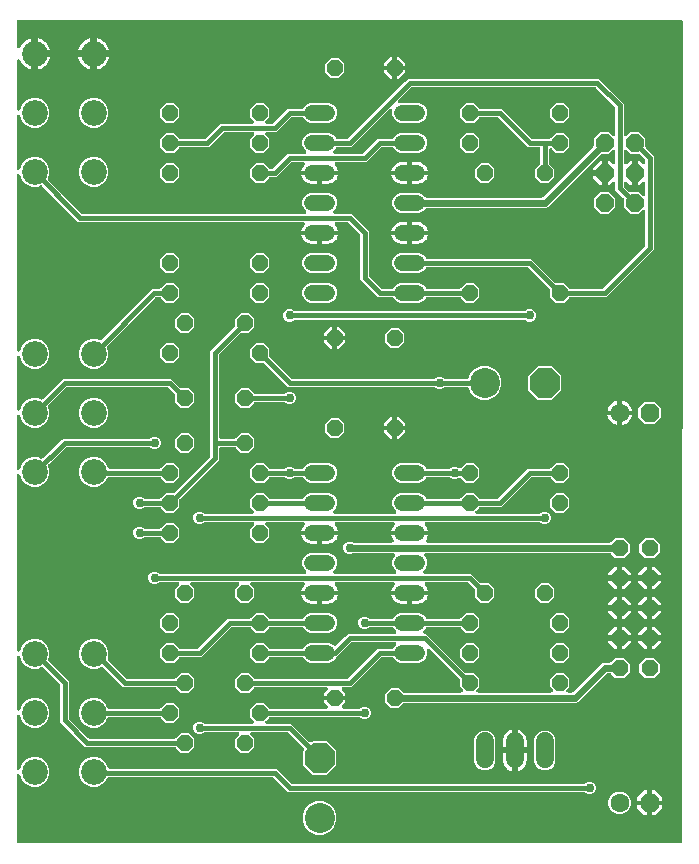
<source format=gbl>
G04 EAGLE Gerber RS-274X export*
G75*
%MOMM*%
%FSLAX34Y34*%
%LPD*%
%INBottom Copper*%
%IPPOS*%
%AMOC8*
5,1,8,0,0,1.08239X$1,22.5*%
G01*
%ADD10C,1.320800*%
%ADD11C,2.184400*%
%ADD12P,1.429621X8X202.500000*%
%ADD13P,1.429621X8X22.500000*%
%ADD14P,1.649562X8X292.500000*%
%ADD15C,2.540000*%
%ADD16P,2.749271X8X22.500000*%
%ADD17P,2.749271X8X112.500000*%
%ADD18C,1.524000*%
%ADD19P,1.539592X8X292.500000*%
%ADD20P,1.732040X8X22.500000*%
%ADD21C,1.600200*%
%ADD22C,0.609600*%
%ADD23C,0.756400*%
%ADD24C,0.406400*%

G36*
X572345Y10164D02*
X572345Y10164D01*
X572371Y10162D01*
X572518Y10184D01*
X572665Y10201D01*
X572690Y10209D01*
X572716Y10213D01*
X572854Y10268D01*
X572994Y10318D01*
X573015Y10332D01*
X573040Y10342D01*
X573162Y10427D01*
X573286Y10507D01*
X573305Y10526D01*
X573326Y10541D01*
X573425Y10651D01*
X573529Y10758D01*
X573542Y10780D01*
X573559Y10799D01*
X573631Y10930D01*
X573707Y11057D01*
X573715Y11082D01*
X573728Y11104D01*
X573768Y11247D01*
X573814Y11389D01*
X573816Y11415D01*
X573823Y11440D01*
X573843Y11684D01*
X574036Y705866D01*
X574033Y705892D01*
X574035Y705918D01*
X574013Y706065D01*
X573996Y706212D01*
X573987Y706237D01*
X573983Y706263D01*
X573929Y706400D01*
X573879Y706540D01*
X573864Y706562D01*
X573855Y706587D01*
X573770Y706708D01*
X573690Y706833D01*
X573671Y706851D01*
X573656Y706873D01*
X573546Y706972D01*
X573439Y707075D01*
X573417Y707089D01*
X573397Y707106D01*
X573267Y707178D01*
X573140Y707254D01*
X573115Y707262D01*
X573092Y707275D01*
X572949Y707315D01*
X572808Y707360D01*
X572782Y707362D01*
X572757Y707370D01*
X572513Y707389D01*
X11684Y707389D01*
X11658Y707386D01*
X11632Y707388D01*
X11485Y707366D01*
X11338Y707349D01*
X11313Y707341D01*
X11287Y707337D01*
X11149Y707282D01*
X11010Y707232D01*
X10988Y707218D01*
X10963Y707208D01*
X10842Y707123D01*
X10717Y707043D01*
X10699Y707024D01*
X10677Y707009D01*
X10578Y706899D01*
X10475Y706792D01*
X10461Y706770D01*
X10444Y706750D01*
X10372Y706620D01*
X10296Y706493D01*
X10288Y706468D01*
X10275Y706445D01*
X10235Y706302D01*
X10190Y706161D01*
X10188Y706135D01*
X10180Y706110D01*
X10161Y705866D01*
X10161Y684740D01*
X10180Y684576D01*
X10196Y684413D01*
X10200Y684404D01*
X10201Y684394D01*
X10256Y684239D01*
X10310Y684083D01*
X10315Y684075D01*
X10318Y684066D01*
X10407Y683928D01*
X10495Y683788D01*
X10502Y683781D01*
X10507Y683773D01*
X10626Y683658D01*
X10743Y683543D01*
X10751Y683538D01*
X10758Y683531D01*
X10900Y683446D01*
X11039Y683360D01*
X11049Y683357D01*
X11057Y683352D01*
X11214Y683302D01*
X11370Y683250D01*
X11380Y683249D01*
X11389Y683246D01*
X11552Y683233D01*
X11717Y683217D01*
X11727Y683219D01*
X11736Y683218D01*
X11899Y683242D01*
X12062Y683265D01*
X12071Y683268D01*
X12081Y683270D01*
X12235Y683331D01*
X12388Y683389D01*
X12396Y683395D01*
X12405Y683398D01*
X12540Y683492D01*
X12676Y683585D01*
X12683Y683592D01*
X12691Y683597D01*
X12801Y683720D01*
X12913Y683840D01*
X12919Y683850D01*
X12924Y683856D01*
X12939Y683883D01*
X13041Y684049D01*
X13886Y685706D01*
X15131Y687420D01*
X16630Y688919D01*
X18344Y690164D01*
X20232Y691126D01*
X22247Y691781D01*
X22401Y691806D01*
X22401Y680126D01*
X22404Y680100D01*
X22402Y680074D01*
X22424Y679927D01*
X22441Y679780D01*
X22449Y679755D01*
X22453Y679729D01*
X22508Y679592D01*
X22558Y679452D01*
X22572Y679430D01*
X22582Y679405D01*
X22667Y679284D01*
X22747Y679159D01*
X22766Y679141D01*
X22781Y679119D01*
X22891Y679020D01*
X22998Y678917D01*
X23020Y678903D01*
X23040Y678886D01*
X23170Y678814D01*
X23297Y678738D01*
X23322Y678730D01*
X23345Y678717D01*
X23488Y678677D01*
X23564Y678652D01*
X23553Y678648D01*
X23527Y678644D01*
X23389Y678590D01*
X23250Y678540D01*
X23228Y678525D01*
X23203Y678516D01*
X23082Y678431D01*
X22957Y678351D01*
X22939Y678332D01*
X22917Y678317D01*
X22818Y678207D01*
X22715Y678100D01*
X22701Y678077D01*
X22684Y678058D01*
X22612Y677928D01*
X22536Y677801D01*
X22528Y677776D01*
X22515Y677753D01*
X22475Y677610D01*
X22430Y677469D01*
X22427Y677443D01*
X22420Y677418D01*
X22401Y677174D01*
X22401Y665494D01*
X22247Y665519D01*
X20232Y666174D01*
X18344Y667136D01*
X16630Y668381D01*
X15131Y669880D01*
X13886Y671594D01*
X13041Y673251D01*
X12950Y673388D01*
X12861Y673527D01*
X12854Y673534D01*
X12849Y673542D01*
X12729Y673654D01*
X12610Y673769D01*
X12602Y673774D01*
X12595Y673781D01*
X12453Y673863D01*
X12311Y673948D01*
X12302Y673951D01*
X12294Y673956D01*
X12136Y674004D01*
X11979Y674054D01*
X11969Y674055D01*
X11960Y674058D01*
X11796Y674069D01*
X11632Y674082D01*
X11622Y674081D01*
X11613Y674081D01*
X11450Y674055D01*
X11287Y674030D01*
X11278Y674027D01*
X11269Y674025D01*
X11116Y673962D01*
X10963Y673902D01*
X10955Y673896D01*
X10946Y673893D01*
X10812Y673796D01*
X10677Y673703D01*
X10671Y673696D01*
X10663Y673690D01*
X10554Y673566D01*
X10444Y673444D01*
X10439Y673436D01*
X10433Y673428D01*
X10355Y673284D01*
X10275Y673139D01*
X10272Y673130D01*
X10268Y673121D01*
X10226Y672963D01*
X10180Y672804D01*
X10179Y672792D01*
X10177Y672785D01*
X10176Y672755D01*
X10161Y672560D01*
X10161Y632042D01*
X10166Y631992D01*
X10164Y631942D01*
X10186Y631819D01*
X10201Y631696D01*
X10218Y631648D01*
X10227Y631599D01*
X10276Y631485D01*
X10318Y631368D01*
X10345Y631325D01*
X10365Y631279D01*
X10440Y631179D01*
X10507Y631075D01*
X10543Y631040D01*
X10573Y630999D01*
X10668Y630919D01*
X10758Y630833D01*
X10801Y630807D01*
X10839Y630774D01*
X10950Y630718D01*
X11057Y630654D01*
X11105Y630638D01*
X11150Y630615D01*
X11270Y630585D01*
X11389Y630547D01*
X11439Y630543D01*
X11488Y630531D01*
X11612Y630529D01*
X11736Y630520D01*
X11786Y630527D01*
X11836Y630526D01*
X11958Y630553D01*
X12081Y630571D01*
X12128Y630590D01*
X12177Y630601D01*
X12289Y630654D01*
X12405Y630700D01*
X12446Y630729D01*
X12492Y630750D01*
X12589Y630828D01*
X12691Y630899D01*
X12725Y630936D01*
X12764Y630968D01*
X12841Y631065D01*
X12924Y631158D01*
X12949Y631202D01*
X12980Y631241D01*
X13091Y631459D01*
X14848Y635701D01*
X18349Y639202D01*
X22924Y641097D01*
X27876Y641097D01*
X32451Y639202D01*
X35952Y635701D01*
X37847Y631126D01*
X37847Y626174D01*
X35952Y621599D01*
X32451Y618098D01*
X27876Y616203D01*
X22924Y616203D01*
X18349Y618098D01*
X14848Y621599D01*
X13091Y625841D01*
X13067Y625885D01*
X13050Y625932D01*
X12982Y626037D01*
X12922Y626146D01*
X12888Y626183D01*
X12861Y626225D01*
X12771Y626312D01*
X12688Y626404D01*
X12646Y626432D01*
X12610Y626467D01*
X12503Y626531D01*
X12401Y626602D01*
X12354Y626621D01*
X12311Y626646D01*
X12193Y626684D01*
X12077Y626730D01*
X12027Y626737D01*
X11979Y626753D01*
X11855Y626762D01*
X11732Y626781D01*
X11682Y626776D01*
X11632Y626780D01*
X11509Y626762D01*
X11385Y626752D01*
X11337Y626736D01*
X11287Y626729D01*
X11172Y626683D01*
X11053Y626645D01*
X11010Y626619D01*
X10963Y626600D01*
X10861Y626529D01*
X10755Y626465D01*
X10718Y626430D01*
X10677Y626401D01*
X10594Y626309D01*
X10505Y626222D01*
X10477Y626180D01*
X10444Y626142D01*
X10384Y626033D01*
X10316Y625929D01*
X10299Y625881D01*
X10275Y625837D01*
X10241Y625717D01*
X10200Y625600D01*
X10194Y625550D01*
X10180Y625502D01*
X10161Y625258D01*
X10161Y582042D01*
X10166Y581992D01*
X10164Y581942D01*
X10186Y581819D01*
X10201Y581696D01*
X10218Y581648D01*
X10227Y581599D01*
X10276Y581485D01*
X10318Y581368D01*
X10345Y581325D01*
X10365Y581279D01*
X10440Y581179D01*
X10507Y581075D01*
X10543Y581040D01*
X10573Y580999D01*
X10668Y580919D01*
X10758Y580833D01*
X10801Y580807D01*
X10839Y580774D01*
X10950Y580718D01*
X11057Y580654D01*
X11105Y580638D01*
X11150Y580615D01*
X11270Y580585D01*
X11389Y580547D01*
X11439Y580543D01*
X11488Y580531D01*
X11612Y580529D01*
X11736Y580520D01*
X11786Y580527D01*
X11836Y580526D01*
X11958Y580553D01*
X12081Y580571D01*
X12128Y580590D01*
X12177Y580601D01*
X12289Y580654D01*
X12405Y580700D01*
X12446Y580729D01*
X12492Y580750D01*
X12589Y580828D01*
X12691Y580899D01*
X12725Y580936D01*
X12764Y580968D01*
X12841Y581065D01*
X12924Y581158D01*
X12949Y581202D01*
X12980Y581241D01*
X13091Y581459D01*
X14848Y585701D01*
X18349Y589202D01*
X22924Y591097D01*
X27876Y591097D01*
X32451Y589202D01*
X35952Y585701D01*
X37847Y581126D01*
X37847Y576174D01*
X36733Y573485D01*
X36714Y573419D01*
X36686Y573357D01*
X36666Y573252D01*
X36637Y573150D01*
X36634Y573082D01*
X36621Y573014D01*
X36625Y572908D01*
X36620Y572802D01*
X36633Y572735D01*
X36635Y572666D01*
X36664Y572564D01*
X36683Y572459D01*
X36710Y572396D01*
X36728Y572330D01*
X36779Y572237D01*
X36822Y572139D01*
X36863Y572084D01*
X36895Y572024D01*
X37005Y571893D01*
X37030Y571860D01*
X37040Y571851D01*
X37052Y571836D01*
X64547Y543764D01*
X64651Y543680D01*
X64751Y543590D01*
X64786Y543570D01*
X64818Y543545D01*
X64939Y543486D01*
X65056Y543421D01*
X65095Y543410D01*
X65131Y543393D01*
X65262Y543363D01*
X65391Y543326D01*
X65441Y543322D01*
X65471Y543316D01*
X65521Y543316D01*
X65635Y543307D01*
X254066Y543307D01*
X254166Y543318D01*
X254266Y543320D01*
X254338Y543338D01*
X254412Y543347D01*
X254507Y543380D01*
X254604Y543405D01*
X254670Y543439D01*
X254740Y543464D01*
X254825Y543519D01*
X254914Y543565D01*
X254971Y543613D01*
X255033Y543653D01*
X255103Y543725D01*
X255179Y543790D01*
X255224Y543850D01*
X255275Y543904D01*
X255327Y543990D01*
X255387Y544071D01*
X255416Y544139D01*
X255454Y544203D01*
X255485Y544299D01*
X255525Y544391D01*
X255538Y544464D01*
X255560Y544535D01*
X255569Y544635D01*
X255586Y544734D01*
X255582Y544808D01*
X255588Y544882D01*
X255574Y544982D01*
X255568Y545082D01*
X255548Y545153D01*
X255537Y545227D01*
X255500Y545320D01*
X255472Y545417D01*
X255435Y545482D01*
X255408Y545551D01*
X255351Y545633D01*
X255302Y545721D01*
X255237Y545797D01*
X255209Y545837D01*
X255183Y545861D01*
X255143Y545907D01*
X253205Y547845D01*
X251967Y550833D01*
X251967Y554067D01*
X253205Y557055D01*
X255491Y559341D01*
X258479Y560579D01*
X274921Y560579D01*
X277909Y559341D01*
X280195Y557055D01*
X281433Y554067D01*
X281433Y550833D01*
X280195Y547845D01*
X278257Y545907D01*
X278194Y545829D01*
X278125Y545756D01*
X278086Y545692D01*
X278040Y545634D01*
X277997Y545543D01*
X277946Y545457D01*
X277923Y545386D01*
X277891Y545319D01*
X277870Y545221D01*
X277840Y545125D01*
X277834Y545051D01*
X277818Y544978D01*
X277820Y544878D01*
X277812Y544778D01*
X277823Y544704D01*
X277824Y544630D01*
X277848Y544533D01*
X277863Y544433D01*
X277891Y544364D01*
X277909Y544292D01*
X277955Y544203D01*
X277992Y544109D01*
X278034Y544048D01*
X278069Y543982D01*
X278134Y543906D01*
X278191Y543823D01*
X278246Y543773D01*
X278294Y543717D01*
X278375Y543657D01*
X278450Y543590D01*
X278515Y543554D01*
X278575Y543509D01*
X278667Y543470D01*
X278755Y543421D01*
X278826Y543401D01*
X278895Y543371D01*
X278993Y543354D01*
X279090Y543326D01*
X279190Y543318D01*
X279238Y543310D01*
X279273Y543312D01*
X279334Y543307D01*
X293573Y543307D01*
X308357Y528523D01*
X308357Y491054D01*
X308371Y490929D01*
X308378Y490802D01*
X308391Y490756D01*
X308397Y490708D01*
X308439Y490589D01*
X308474Y490468D01*
X308498Y490425D01*
X308514Y490380D01*
X308583Y490274D01*
X308644Y490163D01*
X308684Y490117D01*
X308703Y490087D01*
X308738Y490054D01*
X308803Y489977D01*
X318527Y480253D01*
X318626Y480174D01*
X318720Y480090D01*
X318762Y480066D01*
X318800Y480036D01*
X318914Y479982D01*
X319025Y479921D01*
X319072Y479908D01*
X319115Y479887D01*
X319239Y479861D01*
X319360Y479826D01*
X319421Y479821D01*
X319456Y479814D01*
X319504Y479815D01*
X319604Y479807D01*
X327953Y479807D01*
X328029Y479815D01*
X328105Y479814D01*
X328202Y479835D01*
X328299Y479847D01*
X328371Y479872D01*
X328446Y479889D01*
X328535Y479931D01*
X328627Y479964D01*
X328692Y480006D01*
X328761Y480038D01*
X328837Y480100D01*
X328920Y480153D01*
X328973Y480208D01*
X329033Y480256D01*
X329094Y480333D01*
X329162Y480404D01*
X329202Y480469D01*
X329249Y480529D01*
X329317Y480662D01*
X329341Y480703D01*
X329347Y480721D01*
X329360Y480747D01*
X329405Y480855D01*
X331691Y483141D01*
X334679Y484379D01*
X351121Y484379D01*
X354109Y483141D01*
X356395Y480855D01*
X356440Y480747D01*
X356477Y480680D01*
X356505Y480609D01*
X356561Y480529D01*
X356609Y480442D01*
X356660Y480386D01*
X356704Y480323D01*
X356777Y480257D01*
X356843Y480184D01*
X356906Y480141D01*
X356963Y480090D01*
X357049Y480042D01*
X357130Y479986D01*
X357201Y479958D01*
X357268Y479921D01*
X357363Y479894D01*
X357454Y479858D01*
X357530Y479847D01*
X357603Y479826D01*
X357752Y479814D01*
X357799Y479807D01*
X357818Y479809D01*
X357847Y479807D01*
X385130Y479807D01*
X385256Y479821D01*
X385382Y479828D01*
X385428Y479841D01*
X385476Y479847D01*
X385595Y479889D01*
X385717Y479924D01*
X385759Y479948D01*
X385804Y479964D01*
X385911Y480033D01*
X386021Y480094D01*
X386067Y480134D01*
X386097Y480153D01*
X386131Y480188D01*
X386207Y480253D01*
X390333Y484379D01*
X397067Y484379D01*
X401829Y479617D01*
X401829Y472883D01*
X397067Y468121D01*
X390333Y468121D01*
X386207Y472247D01*
X386108Y472326D01*
X386014Y472410D01*
X385972Y472434D01*
X385934Y472464D01*
X385820Y472518D01*
X385709Y472579D01*
X385663Y472592D01*
X385619Y472613D01*
X385496Y472639D01*
X385374Y472674D01*
X385313Y472679D01*
X385278Y472686D01*
X385230Y472685D01*
X385130Y472693D01*
X357847Y472693D01*
X357771Y472685D01*
X357695Y472686D01*
X357598Y472665D01*
X357501Y472653D01*
X357429Y472628D01*
X357354Y472611D01*
X357265Y472569D01*
X357173Y472536D01*
X357108Y472494D01*
X357039Y472462D01*
X356963Y472400D01*
X356880Y472347D01*
X356827Y472292D01*
X356767Y472244D01*
X356706Y472167D01*
X356638Y472096D01*
X356598Y472031D01*
X356551Y471971D01*
X356483Y471838D01*
X356459Y471797D01*
X356453Y471779D01*
X356440Y471753D01*
X356395Y471645D01*
X354109Y469359D01*
X351121Y468121D01*
X334679Y468121D01*
X331691Y469359D01*
X329405Y471645D01*
X329360Y471753D01*
X329323Y471820D01*
X329295Y471891D01*
X329239Y471971D01*
X329191Y472058D01*
X329140Y472114D01*
X329096Y472177D01*
X329023Y472243D01*
X328957Y472316D01*
X328894Y472359D01*
X328837Y472410D01*
X328751Y472458D01*
X328670Y472514D01*
X328599Y472542D01*
X328532Y472579D01*
X328437Y472606D01*
X328346Y472642D01*
X328270Y472653D01*
X328197Y472674D01*
X328048Y472686D01*
X328001Y472693D01*
X327982Y472691D01*
X327953Y472693D01*
X316027Y472693D01*
X301243Y487477D01*
X301243Y524946D01*
X301229Y525071D01*
X301222Y525198D01*
X301209Y525244D01*
X301203Y525292D01*
X301161Y525411D01*
X301126Y525532D01*
X301102Y525575D01*
X301086Y525620D01*
X301017Y525726D01*
X300956Y525837D01*
X300916Y525883D01*
X300897Y525913D01*
X300862Y525946D01*
X300797Y526023D01*
X291073Y535747D01*
X290974Y535826D01*
X290880Y535910D01*
X290838Y535934D01*
X290800Y535964D01*
X290686Y536018D01*
X290575Y536079D01*
X290528Y536092D01*
X290485Y536113D01*
X290361Y536139D01*
X290240Y536174D01*
X290179Y536179D01*
X290144Y536186D01*
X290096Y536185D01*
X289996Y536193D01*
X280771Y536193D01*
X280671Y536182D01*
X280571Y536180D01*
X280498Y536162D01*
X280425Y536153D01*
X280330Y536120D01*
X280233Y536095D01*
X280167Y536061D01*
X280096Y536036D01*
X280012Y535981D01*
X279923Y535935D01*
X279866Y535887D01*
X279804Y535847D01*
X279734Y535775D01*
X279657Y535710D01*
X279613Y535650D01*
X279561Y535596D01*
X279510Y535510D01*
X279450Y535429D01*
X279421Y535361D01*
X279383Y535297D01*
X279352Y535202D01*
X279312Y535109D01*
X279299Y535036D01*
X279276Y534965D01*
X279268Y534865D01*
X279251Y534766D01*
X279254Y534692D01*
X279248Y534618D01*
X279263Y534519D01*
X279268Y534418D01*
X279289Y534347D01*
X279300Y534273D01*
X279337Y534180D01*
X279365Y534083D01*
X279401Y534018D01*
X279429Y533949D01*
X279486Y533867D01*
X279535Y533779D01*
X279600Y533703D01*
X279628Y533663D01*
X279654Y533639D01*
X279694Y533593D01*
X280279Y533007D01*
X281125Y531843D01*
X281779Y530560D01*
X282224Y529192D01*
X282241Y529081D01*
X267208Y529081D01*
X267182Y529078D01*
X267156Y529080D01*
X267009Y529058D01*
X266862Y529041D01*
X266837Y529033D01*
X266811Y529029D01*
X266704Y528986D01*
X266628Y529007D01*
X266487Y529052D01*
X266461Y529054D01*
X266436Y529062D01*
X266192Y529081D01*
X251159Y529081D01*
X251176Y529192D01*
X251621Y530560D01*
X252275Y531843D01*
X253121Y533007D01*
X253706Y533593D01*
X253769Y533671D01*
X253839Y533744D01*
X253877Y533808D01*
X253923Y533866D01*
X253966Y533957D01*
X254017Y534043D01*
X254040Y534114D01*
X254072Y534181D01*
X254093Y534279D01*
X254124Y534375D01*
X254130Y534449D01*
X254145Y534522D01*
X254144Y534622D01*
X254152Y534722D01*
X254141Y534796D01*
X254139Y534870D01*
X254115Y534967D01*
X254100Y535067D01*
X254072Y535136D01*
X254054Y535208D01*
X254008Y535297D01*
X253971Y535391D01*
X253929Y535452D01*
X253895Y535518D01*
X253829Y535595D01*
X253772Y535677D01*
X253717Y535727D01*
X253669Y535783D01*
X253588Y535843D01*
X253513Y535910D01*
X253448Y535946D01*
X253389Y535991D01*
X253296Y536030D01*
X253208Y536079D01*
X253137Y536099D01*
X253069Y536129D01*
X252970Y536146D01*
X252873Y536174D01*
X252773Y536182D01*
X252726Y536190D01*
X252690Y536188D01*
X252629Y536193D01*
X65573Y536193D01*
X65455Y536180D01*
X65337Y536175D01*
X65334Y536174D01*
X63489Y536193D01*
X63482Y536193D01*
X63473Y536193D01*
X62005Y536193D01*
X60977Y537243D01*
X60972Y537247D01*
X60966Y537254D01*
X59662Y538559D01*
X59619Y538610D01*
X59597Y538644D01*
X59564Y538675D01*
X59508Y538742D01*
X31965Y566864D01*
X31900Y566917D01*
X31841Y566977D01*
X31765Y567026D01*
X31695Y567083D01*
X31619Y567120D01*
X31548Y567165D01*
X31463Y567196D01*
X31381Y567235D01*
X31299Y567254D01*
X31219Y567282D01*
X31130Y567292D01*
X31041Y567312D01*
X30957Y567312D01*
X30873Y567321D01*
X30783Y567310D01*
X30693Y567310D01*
X30611Y567290D01*
X30527Y567280D01*
X30402Y567240D01*
X30354Y567228D01*
X30332Y567217D01*
X30294Y567205D01*
X27876Y566203D01*
X22924Y566203D01*
X18349Y568098D01*
X14848Y571599D01*
X13091Y575841D01*
X13067Y575885D01*
X13050Y575932D01*
X12982Y576037D01*
X12922Y576146D01*
X12888Y576183D01*
X12861Y576225D01*
X12771Y576312D01*
X12688Y576404D01*
X12646Y576432D01*
X12610Y576467D01*
X12503Y576531D01*
X12401Y576602D01*
X12354Y576621D01*
X12311Y576646D01*
X12193Y576684D01*
X12077Y576730D01*
X12027Y576737D01*
X11979Y576753D01*
X11855Y576762D01*
X11732Y576781D01*
X11682Y576776D01*
X11632Y576780D01*
X11509Y576762D01*
X11385Y576752D01*
X11337Y576736D01*
X11287Y576729D01*
X11172Y576683D01*
X11053Y576645D01*
X11010Y576619D01*
X10963Y576600D01*
X10861Y576529D01*
X10755Y576465D01*
X10718Y576430D01*
X10677Y576401D01*
X10594Y576309D01*
X10505Y576222D01*
X10477Y576180D01*
X10444Y576142D01*
X10384Y576033D01*
X10316Y575929D01*
X10299Y575881D01*
X10275Y575837D01*
X10241Y575717D01*
X10200Y575600D01*
X10194Y575550D01*
X10180Y575502D01*
X10161Y575258D01*
X10161Y428042D01*
X10166Y427992D01*
X10164Y427942D01*
X10186Y427819D01*
X10201Y427696D01*
X10218Y427648D01*
X10227Y427599D01*
X10276Y427485D01*
X10318Y427368D01*
X10345Y427325D01*
X10365Y427279D01*
X10440Y427179D01*
X10507Y427075D01*
X10543Y427040D01*
X10573Y426999D01*
X10668Y426919D01*
X10758Y426833D01*
X10801Y426807D01*
X10839Y426774D01*
X10950Y426718D01*
X11057Y426654D01*
X11105Y426638D01*
X11150Y426615D01*
X11270Y426585D01*
X11389Y426548D01*
X11439Y426543D01*
X11488Y426531D01*
X11612Y426530D01*
X11736Y426520D01*
X11786Y426527D01*
X11836Y426526D01*
X11958Y426553D01*
X12081Y426571D01*
X12128Y426590D01*
X12177Y426601D01*
X12289Y426654D01*
X12405Y426700D01*
X12446Y426729D01*
X12492Y426750D01*
X12589Y426828D01*
X12691Y426899D01*
X12725Y426936D01*
X12764Y426968D01*
X12841Y427065D01*
X12924Y427158D01*
X12949Y427202D01*
X12980Y427241D01*
X13091Y427459D01*
X14848Y431701D01*
X18349Y435202D01*
X22924Y437097D01*
X27876Y437097D01*
X32451Y435202D01*
X35952Y431701D01*
X37847Y427126D01*
X37847Y422174D01*
X35952Y417599D01*
X32451Y414098D01*
X27876Y412203D01*
X22924Y412203D01*
X18349Y414098D01*
X14848Y417599D01*
X13091Y421841D01*
X13067Y421885D01*
X13050Y421932D01*
X12982Y422037D01*
X12922Y422146D01*
X12888Y422183D01*
X12861Y422225D01*
X12771Y422312D01*
X12688Y422404D01*
X12646Y422432D01*
X12610Y422467D01*
X12503Y422531D01*
X12401Y422602D01*
X12354Y422620D01*
X12311Y422646D01*
X12193Y422684D01*
X12077Y422730D01*
X12027Y422737D01*
X11979Y422752D01*
X11855Y422762D01*
X11732Y422781D01*
X11682Y422776D01*
X11632Y422780D01*
X11509Y422762D01*
X11385Y422752D01*
X11337Y422736D01*
X11287Y422729D01*
X11172Y422683D01*
X11053Y422645D01*
X11010Y422619D01*
X10963Y422600D01*
X10861Y422529D01*
X10755Y422465D01*
X10718Y422430D01*
X10677Y422401D01*
X10594Y422309D01*
X10505Y422222D01*
X10477Y422180D01*
X10444Y422142D01*
X10384Y422033D01*
X10316Y421929D01*
X10299Y421881D01*
X10275Y421837D01*
X10241Y421718D01*
X10200Y421600D01*
X10194Y421550D01*
X10180Y421502D01*
X10161Y421258D01*
X10161Y378042D01*
X10166Y377992D01*
X10164Y377942D01*
X10186Y377819D01*
X10201Y377696D01*
X10218Y377648D01*
X10227Y377599D01*
X10276Y377485D01*
X10318Y377368D01*
X10345Y377325D01*
X10365Y377279D01*
X10440Y377179D01*
X10507Y377075D01*
X10543Y377040D01*
X10573Y376999D01*
X10668Y376919D01*
X10758Y376833D01*
X10801Y376807D01*
X10839Y376774D01*
X10950Y376718D01*
X11057Y376654D01*
X11105Y376638D01*
X11150Y376615D01*
X11270Y376585D01*
X11389Y376548D01*
X11439Y376543D01*
X11488Y376531D01*
X11612Y376530D01*
X11736Y376520D01*
X11786Y376527D01*
X11836Y376526D01*
X11958Y376553D01*
X12081Y376571D01*
X12128Y376590D01*
X12177Y376601D01*
X12289Y376654D01*
X12405Y376700D01*
X12446Y376729D01*
X12492Y376750D01*
X12589Y376828D01*
X12691Y376899D01*
X12725Y376936D01*
X12764Y376968D01*
X12841Y377065D01*
X12924Y377158D01*
X12949Y377202D01*
X12980Y377241D01*
X13091Y377459D01*
X14848Y381701D01*
X18349Y385202D01*
X22924Y387097D01*
X27876Y387097D01*
X30429Y386039D01*
X30503Y386018D01*
X30573Y385988D01*
X30670Y385970D01*
X30764Y385943D01*
X30841Y385940D01*
X30916Y385926D01*
X31014Y385931D01*
X31112Y385926D01*
X31188Y385940D01*
X31264Y385944D01*
X31358Y385971D01*
X31455Y385989D01*
X31525Y386019D01*
X31599Y386041D01*
X31685Y386089D01*
X31775Y386128D01*
X31836Y386173D01*
X31903Y386211D01*
X32017Y386308D01*
X32055Y386336D01*
X32067Y386350D01*
X32089Y386369D01*
X46797Y401077D01*
X49327Y403607D01*
X141173Y403607D01*
X148855Y395925D01*
X148954Y395846D01*
X149048Y395762D01*
X149090Y395738D01*
X149128Y395708D01*
X149242Y395654D01*
X149353Y395593D01*
X149400Y395580D01*
X149443Y395559D01*
X149567Y395533D01*
X149688Y395498D01*
X149749Y395493D01*
X149784Y395486D01*
X149832Y395487D01*
X149932Y395479D01*
X155767Y395479D01*
X160529Y390717D01*
X160529Y383983D01*
X155767Y379221D01*
X149033Y379221D01*
X144271Y383983D01*
X144271Y389818D01*
X144257Y389943D01*
X144250Y390070D01*
X144237Y390116D01*
X144231Y390164D01*
X144189Y390283D01*
X144154Y390404D01*
X144130Y390447D01*
X144114Y390492D01*
X144045Y390598D01*
X143984Y390709D01*
X143944Y390755D01*
X143925Y390785D01*
X143890Y390818D01*
X143825Y390895D01*
X138673Y396047D01*
X138574Y396126D01*
X138480Y396210D01*
X138438Y396234D01*
X138400Y396264D01*
X138286Y396318D01*
X138175Y396379D01*
X138128Y396392D01*
X138085Y396413D01*
X137961Y396439D01*
X137840Y396474D01*
X137779Y396479D01*
X137744Y396486D01*
X137696Y396485D01*
X137596Y396493D01*
X52904Y396493D01*
X52779Y396479D01*
X52652Y396472D01*
X52606Y396459D01*
X52558Y396453D01*
X52439Y396411D01*
X52318Y396376D01*
X52275Y396352D01*
X52230Y396336D01*
X52124Y396267D01*
X52013Y396206D01*
X51967Y396166D01*
X51937Y396147D01*
X51903Y396112D01*
X51827Y396047D01*
X37119Y381339D01*
X37072Y381279D01*
X37017Y381226D01*
X36964Y381143D01*
X36903Y381066D01*
X36870Y380997D01*
X36829Y380933D01*
X36796Y380840D01*
X36754Y380751D01*
X36738Y380677D01*
X36712Y380604D01*
X36701Y380506D01*
X36680Y380410D01*
X36682Y380334D01*
X36673Y380258D01*
X36685Y380160D01*
X36686Y380062D01*
X36705Y379988D01*
X36714Y379912D01*
X36760Y379770D01*
X36771Y379724D01*
X36780Y379707D01*
X36789Y379679D01*
X37847Y377126D01*
X37847Y372174D01*
X35952Y367599D01*
X32451Y364098D01*
X27876Y362203D01*
X22924Y362203D01*
X18349Y364098D01*
X14848Y367599D01*
X13091Y371841D01*
X13067Y371885D01*
X13050Y371932D01*
X12982Y372037D01*
X12922Y372146D01*
X12888Y372183D01*
X12861Y372225D01*
X12771Y372312D01*
X12688Y372404D01*
X12646Y372432D01*
X12610Y372467D01*
X12503Y372531D01*
X12401Y372602D01*
X12354Y372620D01*
X12311Y372646D01*
X12193Y372684D01*
X12077Y372730D01*
X12027Y372737D01*
X11979Y372752D01*
X11855Y372762D01*
X11732Y372781D01*
X11682Y372776D01*
X11632Y372780D01*
X11509Y372762D01*
X11385Y372752D01*
X11337Y372736D01*
X11287Y372729D01*
X11172Y372683D01*
X11053Y372645D01*
X11010Y372619D01*
X10963Y372600D01*
X10861Y372529D01*
X10755Y372465D01*
X10718Y372430D01*
X10677Y372401D01*
X10594Y372309D01*
X10505Y372222D01*
X10477Y372180D01*
X10444Y372142D01*
X10384Y372033D01*
X10316Y371929D01*
X10299Y371881D01*
X10275Y371837D01*
X10241Y371718D01*
X10200Y371600D01*
X10194Y371550D01*
X10180Y371502D01*
X10161Y371258D01*
X10161Y328042D01*
X10166Y327992D01*
X10164Y327942D01*
X10186Y327819D01*
X10201Y327696D01*
X10218Y327648D01*
X10227Y327599D01*
X10276Y327485D01*
X10318Y327368D01*
X10345Y327325D01*
X10365Y327279D01*
X10440Y327179D01*
X10507Y327075D01*
X10543Y327040D01*
X10573Y326999D01*
X10668Y326919D01*
X10758Y326833D01*
X10801Y326807D01*
X10839Y326774D01*
X10950Y326718D01*
X11057Y326654D01*
X11105Y326638D01*
X11150Y326615D01*
X11270Y326585D01*
X11389Y326548D01*
X11439Y326543D01*
X11488Y326531D01*
X11612Y326530D01*
X11736Y326520D01*
X11786Y326527D01*
X11836Y326526D01*
X11958Y326553D01*
X12081Y326571D01*
X12128Y326590D01*
X12177Y326601D01*
X12289Y326654D01*
X12405Y326700D01*
X12446Y326729D01*
X12492Y326750D01*
X12589Y326828D01*
X12691Y326899D01*
X12725Y326936D01*
X12764Y326968D01*
X12841Y327065D01*
X12924Y327158D01*
X12949Y327202D01*
X12980Y327241D01*
X13091Y327459D01*
X14848Y331701D01*
X18349Y335202D01*
X22924Y337097D01*
X27876Y337097D01*
X30638Y335952D01*
X30700Y335935D01*
X30759Y335908D01*
X30867Y335887D01*
X30973Y335857D01*
X31038Y335854D01*
X31101Y335841D01*
X31211Y335845D01*
X31321Y335840D01*
X31385Y335851D01*
X31449Y335854D01*
X31555Y335883D01*
X31664Y335902D01*
X31723Y335928D01*
X31785Y335945D01*
X31882Y335997D01*
X31984Y336041D01*
X32036Y336080D01*
X32092Y336110D01*
X32236Y336228D01*
X32264Y336249D01*
X32270Y336257D01*
X32281Y336266D01*
X48296Y351776D01*
X48302Y351784D01*
X48314Y351794D01*
X49350Y352830D01*
X50816Y352807D01*
X50826Y352808D01*
X50840Y352807D01*
X122421Y352807D01*
X122547Y352821D01*
X122673Y352828D01*
X122719Y352841D01*
X122767Y352847D01*
X122886Y352889D01*
X123008Y352924D01*
X123050Y352948D01*
X123095Y352964D01*
X123201Y353033D01*
X123312Y353094D01*
X123358Y353134D01*
X123388Y353153D01*
X123422Y353188D01*
X123498Y353253D01*
X123994Y353749D01*
X125944Y354557D01*
X128056Y354557D01*
X130006Y353749D01*
X131499Y352256D01*
X132307Y350306D01*
X132307Y348194D01*
X131499Y346244D01*
X130006Y344751D01*
X128056Y343943D01*
X125944Y343943D01*
X123994Y344751D01*
X123498Y345247D01*
X123399Y345326D01*
X123305Y345410D01*
X123263Y345434D01*
X123225Y345464D01*
X123111Y345518D01*
X123000Y345579D01*
X122954Y345592D01*
X122910Y345613D01*
X122787Y345639D01*
X122665Y345674D01*
X122604Y345679D01*
X122569Y345686D01*
X122521Y345685D01*
X122421Y345693D01*
X52857Y345693D01*
X52743Y345680D01*
X52629Y345676D01*
X52571Y345660D01*
X52511Y345653D01*
X52403Y345615D01*
X52293Y345585D01*
X52239Y345556D01*
X52182Y345536D01*
X52086Y345474D01*
X51986Y345420D01*
X51925Y345370D01*
X51890Y345347D01*
X51859Y345316D01*
X51797Y345264D01*
X37223Y331149D01*
X37167Y331080D01*
X37103Y331019D01*
X37056Y330946D01*
X37002Y330879D01*
X36962Y330800D01*
X36915Y330725D01*
X36886Y330644D01*
X36848Y330567D01*
X36828Y330480D01*
X36798Y330397D01*
X36788Y330311D01*
X36769Y330227D01*
X36769Y330139D01*
X36759Y330051D01*
X36765Y329998D01*
X36765Y329991D01*
X36769Y329961D01*
X36769Y329879D01*
X36789Y329792D01*
X36800Y329704D01*
X36814Y329659D01*
X36816Y329646D01*
X36828Y329617D01*
X36837Y329588D01*
X36849Y329539D01*
X36861Y329514D01*
X36875Y329472D01*
X37847Y327126D01*
X37847Y322174D01*
X35952Y317599D01*
X32451Y314098D01*
X27876Y312203D01*
X22924Y312203D01*
X18349Y314098D01*
X14848Y317599D01*
X13091Y321841D01*
X13067Y321885D01*
X13050Y321932D01*
X12982Y322037D01*
X12922Y322146D01*
X12888Y322183D01*
X12861Y322225D01*
X12771Y322312D01*
X12688Y322404D01*
X12646Y322432D01*
X12610Y322467D01*
X12503Y322531D01*
X12401Y322602D01*
X12354Y322620D01*
X12311Y322646D01*
X12193Y322684D01*
X12077Y322730D01*
X12027Y322737D01*
X11979Y322752D01*
X11855Y322762D01*
X11732Y322781D01*
X11682Y322776D01*
X11632Y322780D01*
X11509Y322762D01*
X11385Y322752D01*
X11337Y322736D01*
X11287Y322729D01*
X11172Y322683D01*
X11053Y322645D01*
X11010Y322619D01*
X10963Y322600D01*
X10861Y322529D01*
X10755Y322465D01*
X10718Y322430D01*
X10677Y322401D01*
X10594Y322309D01*
X10505Y322222D01*
X10477Y322180D01*
X10444Y322142D01*
X10384Y322033D01*
X10316Y321929D01*
X10299Y321881D01*
X10275Y321837D01*
X10241Y321718D01*
X10200Y321600D01*
X10194Y321550D01*
X10180Y321502D01*
X10161Y321258D01*
X10161Y174042D01*
X10166Y173992D01*
X10164Y173942D01*
X10186Y173819D01*
X10201Y173696D01*
X10218Y173648D01*
X10227Y173599D01*
X10276Y173485D01*
X10318Y173368D01*
X10345Y173325D01*
X10365Y173279D01*
X10440Y173179D01*
X10507Y173075D01*
X10543Y173040D01*
X10573Y172999D01*
X10668Y172919D01*
X10758Y172833D01*
X10801Y172807D01*
X10839Y172774D01*
X10950Y172718D01*
X11057Y172654D01*
X11105Y172638D01*
X11150Y172615D01*
X11270Y172585D01*
X11389Y172548D01*
X11439Y172543D01*
X11488Y172531D01*
X11612Y172530D01*
X11736Y172520D01*
X11786Y172527D01*
X11836Y172526D01*
X11958Y172553D01*
X12081Y172571D01*
X12128Y172590D01*
X12177Y172601D01*
X12289Y172654D01*
X12405Y172700D01*
X12446Y172729D01*
X12492Y172750D01*
X12589Y172828D01*
X12691Y172899D01*
X12725Y172936D01*
X12764Y172968D01*
X12841Y173065D01*
X12924Y173158D01*
X12949Y173202D01*
X12980Y173241D01*
X13091Y173459D01*
X14848Y177701D01*
X18349Y181202D01*
X22924Y183097D01*
X27876Y183097D01*
X32451Y181202D01*
X35952Y177701D01*
X37847Y173126D01*
X37847Y168174D01*
X37023Y166186D01*
X37002Y166113D01*
X36972Y166043D01*
X36955Y165946D01*
X36928Y165851D01*
X36924Y165775D01*
X36910Y165700D01*
X36916Y165601D01*
X36911Y165503D01*
X36924Y165428D01*
X36928Y165352D01*
X36956Y165257D01*
X36973Y165160D01*
X37004Y165090D01*
X37025Y165017D01*
X37073Y164931D01*
X37112Y164841D01*
X37158Y164779D01*
X37195Y164713D01*
X37292Y164599D01*
X37320Y164561D01*
X37335Y164549D01*
X37354Y164526D01*
X51827Y150053D01*
X54357Y147523D01*
X54357Y116404D01*
X54371Y116279D01*
X54378Y116152D01*
X54391Y116106D01*
X54397Y116058D01*
X54439Y115939D01*
X54474Y115818D01*
X54498Y115775D01*
X54514Y115730D01*
X54583Y115624D01*
X54644Y115513D01*
X54684Y115467D01*
X54703Y115437D01*
X54738Y115404D01*
X54803Y115327D01*
X70877Y99253D01*
X70976Y99174D01*
X71070Y99090D01*
X71112Y99066D01*
X71150Y99036D01*
X71264Y98982D01*
X71375Y98921D01*
X71422Y98908D01*
X71465Y98887D01*
X71589Y98861D01*
X71710Y98826D01*
X71771Y98821D01*
X71806Y98814D01*
X71854Y98815D01*
X71954Y98807D01*
X143830Y98807D01*
X143956Y98821D01*
X144082Y98828D01*
X144128Y98841D01*
X144176Y98847D01*
X144295Y98889D01*
X144417Y98924D01*
X144459Y98948D01*
X144504Y98964D01*
X144611Y99033D01*
X144721Y99094D01*
X144767Y99134D01*
X144797Y99153D01*
X144831Y99188D01*
X144907Y99253D01*
X149033Y103379D01*
X155767Y103379D01*
X160529Y98617D01*
X160529Y91883D01*
X155767Y87121D01*
X149033Y87121D01*
X144907Y91247D01*
X144808Y91326D01*
X144714Y91410D01*
X144672Y91434D01*
X144634Y91464D01*
X144520Y91518D01*
X144409Y91579D01*
X144363Y91592D01*
X144319Y91613D01*
X144196Y91639D01*
X144074Y91674D01*
X144013Y91679D01*
X143978Y91686D01*
X143930Y91685D01*
X143830Y91693D01*
X68377Y91693D01*
X47243Y112827D01*
X47243Y143946D01*
X47229Y144071D01*
X47222Y144198D01*
X47209Y144244D01*
X47203Y144292D01*
X47161Y144411D01*
X47126Y144532D01*
X47102Y144575D01*
X47086Y144620D01*
X47017Y144726D01*
X46956Y144837D01*
X46916Y144883D01*
X46897Y144913D01*
X46862Y144947D01*
X46797Y145023D01*
X32655Y159165D01*
X32595Y159213D01*
X32542Y159267D01*
X32459Y159321D01*
X32382Y159382D01*
X32313Y159414D01*
X32249Y159456D01*
X32156Y159489D01*
X32067Y159531D01*
X31992Y159547D01*
X31920Y159572D01*
X31822Y159583D01*
X31726Y159604D01*
X31650Y159603D01*
X31574Y159611D01*
X31476Y159600D01*
X31378Y159598D01*
X31304Y159579D01*
X31228Y159570D01*
X31086Y159525D01*
X31040Y159513D01*
X31023Y159504D01*
X30995Y159495D01*
X27876Y158203D01*
X22924Y158203D01*
X18349Y160098D01*
X14848Y163599D01*
X13091Y167841D01*
X13067Y167885D01*
X13050Y167932D01*
X12982Y168037D01*
X12922Y168146D01*
X12888Y168183D01*
X12861Y168225D01*
X12771Y168312D01*
X12688Y168404D01*
X12646Y168432D01*
X12610Y168467D01*
X12503Y168531D01*
X12401Y168602D01*
X12354Y168620D01*
X12311Y168646D01*
X12193Y168684D01*
X12077Y168730D01*
X12027Y168737D01*
X11979Y168752D01*
X11855Y168762D01*
X11732Y168781D01*
X11682Y168776D01*
X11632Y168780D01*
X11509Y168762D01*
X11385Y168752D01*
X11337Y168736D01*
X11287Y168729D01*
X11172Y168683D01*
X11053Y168645D01*
X11010Y168619D01*
X10963Y168600D01*
X10861Y168529D01*
X10755Y168465D01*
X10718Y168430D01*
X10677Y168401D01*
X10594Y168309D01*
X10505Y168222D01*
X10477Y168180D01*
X10444Y168142D01*
X10384Y168033D01*
X10316Y167929D01*
X10299Y167881D01*
X10275Y167837D01*
X10241Y167718D01*
X10200Y167600D01*
X10194Y167550D01*
X10180Y167502D01*
X10161Y167258D01*
X10161Y124042D01*
X10166Y123992D01*
X10164Y123942D01*
X10186Y123819D01*
X10201Y123696D01*
X10218Y123648D01*
X10227Y123599D01*
X10276Y123485D01*
X10318Y123368D01*
X10345Y123325D01*
X10365Y123279D01*
X10440Y123179D01*
X10507Y123075D01*
X10543Y123040D01*
X10573Y122999D01*
X10668Y122919D01*
X10758Y122833D01*
X10801Y122807D01*
X10839Y122774D01*
X10950Y122718D01*
X11057Y122654D01*
X11105Y122638D01*
X11150Y122615D01*
X11270Y122585D01*
X11389Y122548D01*
X11439Y122543D01*
X11488Y122531D01*
X11612Y122530D01*
X11736Y122520D01*
X11786Y122527D01*
X11836Y122526D01*
X11958Y122553D01*
X12081Y122571D01*
X12128Y122590D01*
X12177Y122601D01*
X12289Y122654D01*
X12405Y122700D01*
X12446Y122729D01*
X12492Y122750D01*
X12589Y122828D01*
X12691Y122899D01*
X12725Y122936D01*
X12764Y122968D01*
X12841Y123065D01*
X12924Y123158D01*
X12949Y123202D01*
X12980Y123241D01*
X13091Y123459D01*
X14848Y127701D01*
X18349Y131202D01*
X22924Y133097D01*
X27876Y133097D01*
X32451Y131202D01*
X35952Y127701D01*
X37847Y123126D01*
X37847Y118174D01*
X35952Y113599D01*
X32451Y110098D01*
X27876Y108203D01*
X22924Y108203D01*
X18349Y110098D01*
X14848Y113599D01*
X13091Y117841D01*
X13067Y117885D01*
X13050Y117932D01*
X12982Y118037D01*
X12922Y118146D01*
X12888Y118183D01*
X12861Y118225D01*
X12771Y118312D01*
X12688Y118404D01*
X12646Y118432D01*
X12610Y118467D01*
X12503Y118531D01*
X12401Y118602D01*
X12354Y118620D01*
X12311Y118646D01*
X12193Y118684D01*
X12077Y118730D01*
X12027Y118737D01*
X11979Y118752D01*
X11855Y118762D01*
X11732Y118781D01*
X11682Y118776D01*
X11632Y118780D01*
X11509Y118762D01*
X11385Y118752D01*
X11337Y118736D01*
X11287Y118729D01*
X11172Y118683D01*
X11053Y118645D01*
X11010Y118619D01*
X10963Y118600D01*
X10861Y118529D01*
X10755Y118465D01*
X10718Y118430D01*
X10677Y118401D01*
X10594Y118309D01*
X10505Y118222D01*
X10477Y118180D01*
X10444Y118142D01*
X10384Y118033D01*
X10316Y117929D01*
X10299Y117881D01*
X10275Y117837D01*
X10241Y117718D01*
X10200Y117600D01*
X10194Y117550D01*
X10180Y117502D01*
X10161Y117258D01*
X10161Y74042D01*
X10166Y73992D01*
X10164Y73942D01*
X10186Y73819D01*
X10201Y73696D01*
X10218Y73648D01*
X10227Y73599D01*
X10276Y73485D01*
X10318Y73368D01*
X10345Y73325D01*
X10365Y73279D01*
X10440Y73179D01*
X10507Y73075D01*
X10543Y73040D01*
X10573Y72999D01*
X10668Y72919D01*
X10758Y72833D01*
X10801Y72807D01*
X10839Y72774D01*
X10950Y72718D01*
X11057Y72654D01*
X11105Y72638D01*
X11150Y72615D01*
X11270Y72585D01*
X11389Y72548D01*
X11439Y72543D01*
X11488Y72531D01*
X11612Y72530D01*
X11736Y72520D01*
X11786Y72527D01*
X11836Y72526D01*
X11958Y72553D01*
X12081Y72571D01*
X12128Y72590D01*
X12177Y72601D01*
X12289Y72654D01*
X12405Y72700D01*
X12446Y72729D01*
X12492Y72750D01*
X12589Y72828D01*
X12691Y72899D01*
X12725Y72936D01*
X12764Y72968D01*
X12841Y73065D01*
X12924Y73158D01*
X12949Y73202D01*
X12980Y73241D01*
X13091Y73459D01*
X14848Y77701D01*
X18349Y81202D01*
X22924Y83097D01*
X27876Y83097D01*
X32451Y81202D01*
X35952Y77701D01*
X37847Y73126D01*
X37847Y68174D01*
X35952Y63599D01*
X32451Y60098D01*
X27876Y58203D01*
X22924Y58203D01*
X18349Y60098D01*
X14848Y63599D01*
X13091Y67841D01*
X13067Y67885D01*
X13050Y67932D01*
X12982Y68037D01*
X12922Y68146D01*
X12888Y68183D01*
X12861Y68225D01*
X12771Y68312D01*
X12688Y68404D01*
X12646Y68432D01*
X12610Y68467D01*
X12503Y68531D01*
X12401Y68602D01*
X12354Y68620D01*
X12311Y68646D01*
X12193Y68684D01*
X12077Y68730D01*
X12027Y68737D01*
X11979Y68752D01*
X11855Y68762D01*
X11732Y68781D01*
X11682Y68776D01*
X11632Y68780D01*
X11509Y68762D01*
X11385Y68752D01*
X11337Y68736D01*
X11287Y68729D01*
X11172Y68683D01*
X11053Y68645D01*
X11010Y68619D01*
X10963Y68600D01*
X10861Y68529D01*
X10755Y68465D01*
X10718Y68430D01*
X10677Y68401D01*
X10594Y68309D01*
X10505Y68222D01*
X10477Y68180D01*
X10444Y68142D01*
X10384Y68033D01*
X10316Y67929D01*
X10299Y67881D01*
X10275Y67837D01*
X10241Y67718D01*
X10200Y67600D01*
X10194Y67550D01*
X10180Y67502D01*
X10161Y67258D01*
X10161Y11684D01*
X10164Y11658D01*
X10162Y11632D01*
X10184Y11485D01*
X10201Y11338D01*
X10209Y11313D01*
X10213Y11287D01*
X10268Y11149D01*
X10318Y11010D01*
X10332Y10988D01*
X10342Y10963D01*
X10427Y10842D01*
X10507Y10717D01*
X10526Y10699D01*
X10541Y10677D01*
X10651Y10578D01*
X10758Y10475D01*
X10780Y10461D01*
X10800Y10444D01*
X10930Y10372D01*
X11057Y10296D01*
X11082Y10288D01*
X11105Y10275D01*
X11248Y10235D01*
X11389Y10190D01*
X11415Y10188D01*
X11440Y10180D01*
X11684Y10161D01*
X572319Y10161D01*
X572345Y10164D01*
G37*
%LPC*%
G36*
X466533Y468121D02*
X466533Y468121D01*
X461771Y472883D01*
X461771Y478718D01*
X461757Y478843D01*
X461750Y478970D01*
X461737Y479016D01*
X461731Y479064D01*
X461689Y479183D01*
X461654Y479304D01*
X461630Y479347D01*
X461614Y479392D01*
X461545Y479498D01*
X461484Y479609D01*
X461444Y479655D01*
X461425Y479685D01*
X461390Y479718D01*
X461325Y479795D01*
X443473Y497647D01*
X443374Y497726D01*
X443280Y497810D01*
X443238Y497834D01*
X443200Y497864D01*
X443086Y497918D01*
X442975Y497979D01*
X442928Y497992D01*
X442885Y498013D01*
X442761Y498039D01*
X442640Y498074D01*
X442579Y498079D01*
X442544Y498086D01*
X442496Y498085D01*
X442396Y498093D01*
X357847Y498093D01*
X357771Y498085D01*
X357695Y498086D01*
X357598Y498065D01*
X357501Y498053D01*
X357429Y498028D01*
X357354Y498011D01*
X357265Y497969D01*
X357173Y497936D01*
X357108Y497894D01*
X357039Y497862D01*
X356963Y497800D01*
X356880Y497747D01*
X356827Y497692D01*
X356767Y497644D01*
X356706Y497567D01*
X356638Y497496D01*
X356598Y497431D01*
X356551Y497371D01*
X356483Y497238D01*
X356459Y497197D01*
X356453Y497179D01*
X356440Y497153D01*
X356395Y497045D01*
X354109Y494759D01*
X351121Y493521D01*
X334679Y493521D01*
X331691Y494759D01*
X329405Y497045D01*
X328167Y500033D01*
X328167Y503267D01*
X329405Y506255D01*
X331691Y508541D01*
X334679Y509779D01*
X351121Y509779D01*
X354109Y508541D01*
X356395Y506255D01*
X356440Y506147D01*
X356476Y506081D01*
X356501Y506019D01*
X356505Y506009D01*
X356561Y505929D01*
X356609Y505842D01*
X356660Y505786D01*
X356704Y505723D01*
X356777Y505657D01*
X356843Y505584D01*
X356906Y505541D01*
X356963Y505490D01*
X357049Y505442D01*
X357130Y505386D01*
X357201Y505358D01*
X357268Y505321D01*
X357363Y505294D01*
X357454Y505258D01*
X357530Y505247D01*
X357603Y505226D01*
X357752Y505214D01*
X357799Y505207D01*
X357818Y505209D01*
X357847Y505207D01*
X445973Y505207D01*
X466355Y484825D01*
X466454Y484746D01*
X466548Y484662D01*
X466590Y484638D01*
X466628Y484608D01*
X466742Y484554D01*
X466853Y484493D01*
X466900Y484480D01*
X466943Y484459D01*
X467067Y484433D01*
X467188Y484398D01*
X467249Y484393D01*
X467284Y484386D01*
X467332Y484387D01*
X467432Y484379D01*
X473267Y484379D01*
X477393Y480253D01*
X477492Y480174D01*
X477586Y480090D01*
X477628Y480066D01*
X477666Y480036D01*
X477780Y479982D01*
X477891Y479921D01*
X477937Y479908D01*
X477981Y479887D01*
X478104Y479861D01*
X478226Y479826D01*
X478287Y479821D01*
X478322Y479814D01*
X478370Y479815D01*
X478470Y479807D01*
X505896Y479807D01*
X506021Y479821D01*
X506148Y479828D01*
X506194Y479841D01*
X506242Y479847D01*
X506361Y479889D01*
X506482Y479924D01*
X506525Y479948D01*
X506570Y479964D01*
X506676Y480033D01*
X506787Y480094D01*
X506833Y480134D01*
X506863Y480153D01*
X506896Y480188D01*
X506973Y480253D01*
X542097Y515377D01*
X542176Y515476D01*
X542260Y515570D01*
X542284Y515612D01*
X542314Y515650D01*
X542368Y515764D01*
X542429Y515875D01*
X542442Y515922D01*
X542463Y515965D01*
X542489Y516089D01*
X542524Y516210D01*
X542529Y516271D01*
X542536Y516306D01*
X542535Y516354D01*
X542543Y516454D01*
X542543Y544983D01*
X542532Y545083D01*
X542530Y545183D01*
X542512Y545256D01*
X542503Y545329D01*
X542470Y545424D01*
X542445Y545521D01*
X542411Y545588D01*
X542386Y545658D01*
X542331Y545742D01*
X542285Y545831D01*
X542237Y545888D01*
X542197Y545950D01*
X542125Y546020D01*
X542060Y546097D01*
X542000Y546141D01*
X541946Y546193D01*
X541860Y546244D01*
X541779Y546304D01*
X541711Y546333D01*
X541647Y546371D01*
X541551Y546402D01*
X541459Y546442D01*
X541386Y546455D01*
X541315Y546478D01*
X541215Y546486D01*
X541116Y546503D01*
X541042Y546500D01*
X540968Y546506D01*
X540868Y546491D01*
X540768Y546486D01*
X540697Y546465D01*
X540623Y546454D01*
X540530Y546417D01*
X540433Y546389D01*
X540368Y546353D01*
X540299Y546325D01*
X540217Y546268D01*
X540129Y546219D01*
X540053Y546154D01*
X540013Y546126D01*
X539989Y546100D01*
X539943Y546060D01*
X537188Y543305D01*
X529612Y543305D01*
X524255Y548662D01*
X524255Y555934D01*
X524241Y556059D01*
X524234Y556186D01*
X524221Y556232D01*
X524215Y556280D01*
X524173Y556399D01*
X524138Y556521D01*
X524114Y556563D01*
X524098Y556608D01*
X524029Y556714D01*
X523968Y556825D01*
X523928Y556871D01*
X523909Y556901D01*
X523874Y556934D01*
X523809Y557011D01*
X517143Y563677D01*
X517143Y568946D01*
X517132Y569046D01*
X517130Y569147D01*
X517112Y569219D01*
X517103Y569293D01*
X517070Y569387D01*
X517045Y569485D01*
X517011Y569551D01*
X516986Y569621D01*
X516931Y569705D01*
X516885Y569794D01*
X516837Y569851D01*
X516797Y569914D01*
X516725Y569983D01*
X516660Y570060D01*
X516600Y570104D01*
X516546Y570156D01*
X516460Y570207D01*
X516379Y570267D01*
X516311Y570296D01*
X516247Y570335D01*
X516151Y570365D01*
X516059Y570405D01*
X515986Y570418D01*
X515915Y570441D01*
X515815Y570449D01*
X515716Y570467D01*
X515642Y570463D01*
X515568Y570469D01*
X515468Y570454D01*
X515368Y570449D01*
X515297Y570428D01*
X515223Y570417D01*
X515130Y570380D01*
X515033Y570352D01*
X514968Y570316D01*
X514899Y570288D01*
X514817Y570231D01*
X514729Y570182D01*
X514653Y570117D01*
X514613Y570089D01*
X514589Y570063D01*
X514543Y570023D01*
X512209Y567689D01*
X510539Y567689D01*
X510539Y576834D01*
X510537Y576850D01*
X510538Y576862D01*
X510537Y576870D01*
X510538Y576886D01*
X510516Y577033D01*
X510499Y577180D01*
X510491Y577205D01*
X510487Y577231D01*
X510432Y577368D01*
X510382Y577508D01*
X510368Y577530D01*
X510358Y577555D01*
X510273Y577676D01*
X510193Y577801D01*
X510174Y577819D01*
X510159Y577841D01*
X510143Y577855D01*
X510225Y577940D01*
X510239Y577963D01*
X510256Y577982D01*
X510328Y578112D01*
X510404Y578239D01*
X510412Y578264D01*
X510425Y578287D01*
X510465Y578430D01*
X510510Y578571D01*
X510512Y578597D01*
X510520Y578622D01*
X510539Y578866D01*
X510539Y588011D01*
X512209Y588011D01*
X514543Y585677D01*
X514621Y585614D01*
X514694Y585544D01*
X514758Y585506D01*
X514816Y585460D01*
X514907Y585417D01*
X514993Y585365D01*
X515064Y585343D01*
X515131Y585311D01*
X515229Y585290D01*
X515325Y585259D01*
X515399Y585253D01*
X515472Y585238D01*
X515572Y585239D01*
X515672Y585231D01*
X515746Y585242D01*
X515820Y585244D01*
X515917Y585268D01*
X516017Y585283D01*
X516086Y585310D01*
X516158Y585329D01*
X516247Y585375D01*
X516341Y585412D01*
X516402Y585454D01*
X516468Y585488D01*
X516544Y585553D01*
X516627Y585611D01*
X516677Y585666D01*
X516733Y585714D01*
X516793Y585795D01*
X516860Y585869D01*
X516896Y585934D01*
X516941Y585994D01*
X516980Y586087D01*
X517029Y586174D01*
X517049Y586246D01*
X517079Y586314D01*
X517096Y586413D01*
X517124Y586510D01*
X517132Y586610D01*
X517140Y586657D01*
X517138Y586693D01*
X517143Y586754D01*
X517143Y595783D01*
X517132Y595883D01*
X517130Y595983D01*
X517112Y596056D01*
X517103Y596129D01*
X517070Y596224D01*
X517045Y596321D01*
X517011Y596388D01*
X516986Y596458D01*
X516931Y596542D01*
X516885Y596631D01*
X516837Y596688D01*
X516797Y596750D01*
X516725Y596820D01*
X516660Y596897D01*
X516600Y596941D01*
X516546Y596993D01*
X516460Y597044D01*
X516379Y597104D01*
X516311Y597133D01*
X516247Y597171D01*
X516151Y597202D01*
X516059Y597242D01*
X515986Y597255D01*
X515915Y597278D01*
X515815Y597286D01*
X515716Y597303D01*
X515642Y597300D01*
X515568Y597306D01*
X515468Y597291D01*
X515368Y597286D01*
X515297Y597265D01*
X515223Y597254D01*
X515130Y597217D01*
X515033Y597189D01*
X514968Y597153D01*
X514899Y597125D01*
X514817Y597068D01*
X514729Y597019D01*
X514653Y596954D01*
X514613Y596926D01*
X514589Y596900D01*
X514543Y596860D01*
X511788Y594105D01*
X505953Y594105D01*
X505827Y594091D01*
X505701Y594084D01*
X505655Y594071D01*
X505607Y594065D01*
X505488Y594023D01*
X505366Y593988D01*
X505324Y593964D01*
X505279Y593948D01*
X505172Y593879D01*
X505062Y593818D01*
X505016Y593778D01*
X504986Y593759D01*
X504952Y593724D01*
X504876Y593659D01*
X459790Y548573D01*
X458110Y547877D01*
X357058Y547877D01*
X356932Y547863D01*
X356806Y547856D01*
X356760Y547843D01*
X356712Y547837D01*
X356593Y547795D01*
X356471Y547760D01*
X356429Y547736D01*
X356384Y547720D01*
X356277Y547651D01*
X356167Y547590D01*
X356121Y547550D01*
X356091Y547531D01*
X356082Y547522D01*
X356056Y547495D01*
X355981Y547431D01*
X354109Y545559D01*
X351121Y544321D01*
X334679Y544321D01*
X331691Y545559D01*
X329405Y547845D01*
X328167Y550833D01*
X328167Y554067D01*
X329405Y557055D01*
X331691Y559341D01*
X334679Y560579D01*
X351121Y560579D01*
X354109Y559341D01*
X355981Y557469D01*
X356080Y557390D01*
X356174Y557306D01*
X356216Y557282D01*
X356254Y557252D01*
X356368Y557198D01*
X356479Y557137D01*
X356525Y557124D01*
X356569Y557103D01*
X356692Y557077D01*
X356814Y557042D01*
X356875Y557037D01*
X356910Y557030D01*
X356958Y557031D01*
X357058Y557023D01*
X454675Y557023D01*
X454801Y557037D01*
X454927Y557044D01*
X454973Y557057D01*
X455021Y557063D01*
X455140Y557105D01*
X455262Y557140D01*
X455304Y557164D01*
X455349Y557180D01*
X455456Y557249D01*
X455566Y557310D01*
X455612Y557350D01*
X455642Y557369D01*
X455676Y557404D01*
X455752Y557469D01*
X498409Y600126D01*
X498475Y600209D01*
X498520Y600256D01*
X498529Y600271D01*
X498572Y600319D01*
X498596Y600361D01*
X498626Y600399D01*
X498680Y600513D01*
X498741Y600624D01*
X498754Y600670D01*
X498775Y600714D01*
X498801Y600837D01*
X498836Y600959D01*
X498841Y601020D01*
X498848Y601055D01*
X498847Y601103D01*
X498855Y601203D01*
X498855Y607038D01*
X504212Y612395D01*
X511788Y612395D01*
X514543Y609640D01*
X514621Y609577D01*
X514694Y609507D01*
X514758Y609469D01*
X514816Y609423D01*
X514907Y609380D01*
X514993Y609329D01*
X515064Y609306D01*
X515131Y609274D01*
X515229Y609253D01*
X515325Y609222D01*
X515399Y609216D01*
X515472Y609201D01*
X515572Y609202D01*
X515672Y609194D01*
X515746Y609205D01*
X515820Y609207D01*
X515917Y609231D01*
X516017Y609246D01*
X516086Y609274D01*
X516158Y609292D01*
X516247Y609338D01*
X516341Y609375D01*
X516402Y609417D01*
X516468Y609451D01*
X516544Y609516D01*
X516627Y609574D01*
X516677Y609629D01*
X516733Y609677D01*
X516793Y609758D01*
X516860Y609833D01*
X516896Y609898D01*
X516941Y609957D01*
X516980Y610050D01*
X517029Y610138D01*
X517049Y610209D01*
X517079Y610277D01*
X517096Y610376D01*
X517124Y610473D01*
X517132Y610573D01*
X517140Y610621D01*
X517138Y610656D01*
X517143Y610717D01*
X517143Y632896D01*
X517129Y633021D01*
X517122Y633148D01*
X517109Y633194D01*
X517103Y633242D01*
X517061Y633361D01*
X517026Y633482D01*
X517002Y633525D01*
X516986Y633570D01*
X516917Y633676D01*
X516856Y633787D01*
X516816Y633833D01*
X516797Y633863D01*
X516762Y633896D01*
X516697Y633973D01*
X500623Y650047D01*
X500524Y650126D01*
X500430Y650210D01*
X500388Y650234D01*
X500350Y650264D01*
X500236Y650318D01*
X500125Y650379D01*
X500078Y650392D01*
X500035Y650413D01*
X499911Y650439D01*
X499790Y650474D01*
X499729Y650479D01*
X499694Y650486D01*
X499646Y650485D01*
X499546Y650493D01*
X345004Y650493D01*
X344879Y650479D01*
X344752Y650472D01*
X344706Y650459D01*
X344658Y650453D01*
X344539Y650411D01*
X344418Y650376D01*
X344375Y650352D01*
X344330Y650336D01*
X344224Y650267D01*
X344113Y650206D01*
X344067Y650166D01*
X344037Y650147D01*
X344004Y650112D01*
X343927Y650047D01*
X333231Y639351D01*
X333199Y639311D01*
X333162Y639277D01*
X333091Y639175D01*
X333014Y639078D01*
X332993Y639032D01*
X332964Y638990D01*
X332918Y638875D01*
X332865Y638763D01*
X332855Y638713D01*
X332836Y638666D01*
X332818Y638543D01*
X332792Y638422D01*
X332793Y638371D01*
X332785Y638321D01*
X332796Y638197D01*
X332798Y638074D01*
X332810Y638025D01*
X332814Y637974D01*
X332853Y637856D01*
X332883Y637736D01*
X332906Y637691D01*
X332922Y637642D01*
X332986Y637536D01*
X333042Y637426D01*
X333075Y637387D01*
X333101Y637344D01*
X333188Y637255D01*
X333268Y637160D01*
X333309Y637130D01*
X333344Y637094D01*
X333449Y637027D01*
X333549Y636953D01*
X333595Y636933D01*
X333638Y636906D01*
X333755Y636864D01*
X333869Y636815D01*
X333918Y636806D01*
X333966Y636789D01*
X334089Y636775D01*
X334212Y636753D01*
X334262Y636756D01*
X334312Y636750D01*
X334436Y636765D01*
X334560Y636771D01*
X334585Y636779D01*
X351121Y636779D01*
X354109Y635541D01*
X356395Y633255D01*
X357633Y630267D01*
X357633Y627033D01*
X356395Y624045D01*
X354109Y621759D01*
X351121Y620521D01*
X334679Y620521D01*
X331691Y621759D01*
X329405Y624045D01*
X328167Y627033D01*
X328167Y630362D01*
X328175Y630390D01*
X328178Y630440D01*
X328188Y630490D01*
X328186Y630614D01*
X328192Y630738D01*
X328183Y630788D01*
X328182Y630838D01*
X328152Y630959D01*
X328130Y631081D01*
X328110Y631127D01*
X328097Y631176D01*
X328040Y631287D01*
X327991Y631401D01*
X327961Y631441D01*
X327938Y631486D01*
X327857Y631581D01*
X327783Y631680D01*
X327745Y631713D01*
X327712Y631752D01*
X327612Y631825D01*
X327517Y631906D01*
X327472Y631929D01*
X327432Y631959D01*
X327318Y632008D01*
X327207Y632064D01*
X327158Y632077D01*
X327112Y632097D01*
X326989Y632119D01*
X326869Y632149D01*
X326818Y632149D01*
X326769Y632158D01*
X326644Y632152D01*
X326520Y632154D01*
X326471Y632143D01*
X326420Y632140D01*
X326301Y632106D01*
X326180Y632080D01*
X326134Y632058D01*
X326086Y632044D01*
X325977Y631983D01*
X325865Y631930D01*
X325826Y631898D01*
X325781Y631874D01*
X325595Y631715D01*
X325593Y631713D01*
X296103Y602223D01*
X293573Y599693D01*
X281647Y599693D01*
X281571Y599685D01*
X281495Y599686D01*
X281398Y599665D01*
X281301Y599653D01*
X281229Y599628D01*
X281154Y599611D01*
X281065Y599569D01*
X280973Y599536D01*
X280908Y599494D01*
X280839Y599462D01*
X280763Y599400D01*
X280680Y599347D01*
X280627Y599292D01*
X280567Y599244D01*
X280506Y599167D01*
X280438Y599096D01*
X280398Y599031D01*
X280351Y598971D01*
X280283Y598838D01*
X280259Y598797D01*
X280253Y598779D01*
X280245Y598763D01*
X280244Y598762D01*
X280240Y598753D01*
X280195Y598645D01*
X278257Y596707D01*
X278194Y596629D01*
X278125Y596556D01*
X278086Y596492D01*
X278040Y596434D01*
X277997Y596343D01*
X277946Y596257D01*
X277923Y596186D01*
X277891Y596119D01*
X277870Y596021D01*
X277840Y595925D01*
X277834Y595851D01*
X277818Y595778D01*
X277820Y595678D01*
X277812Y595578D01*
X277823Y595504D01*
X277824Y595430D01*
X277848Y595333D01*
X277863Y595233D01*
X277891Y595164D01*
X277909Y595092D01*
X277955Y595003D01*
X277992Y594909D01*
X278034Y594848D01*
X278069Y594782D01*
X278134Y594706D01*
X278191Y594623D01*
X278246Y594573D01*
X278294Y594517D01*
X278375Y594457D01*
X278450Y594390D01*
X278515Y594354D01*
X278575Y594309D01*
X278667Y594270D01*
X278755Y594221D01*
X278826Y594201D01*
X278895Y594171D01*
X278993Y594154D01*
X279090Y594126D01*
X279190Y594118D01*
X279238Y594110D01*
X279273Y594112D01*
X279334Y594107D01*
X302696Y594107D01*
X302821Y594121D01*
X302948Y594128D01*
X302994Y594141D01*
X303042Y594147D01*
X303161Y594189D01*
X303282Y594224D01*
X303325Y594248D01*
X303370Y594264D01*
X303476Y594333D01*
X303587Y594394D01*
X303633Y594434D01*
X303663Y594453D01*
X303696Y594488D01*
X303773Y594553D01*
X316027Y606807D01*
X327953Y606807D01*
X328029Y606815D01*
X328105Y606814D01*
X328202Y606835D01*
X328299Y606847D01*
X328371Y606872D01*
X328446Y606889D01*
X328535Y606931D01*
X328627Y606964D01*
X328692Y607006D01*
X328761Y607038D01*
X328837Y607100D01*
X328920Y607153D01*
X328973Y607208D01*
X329033Y607256D01*
X329094Y607333D01*
X329162Y607404D01*
X329202Y607469D01*
X329249Y607529D01*
X329317Y607662D01*
X329341Y607703D01*
X329347Y607721D01*
X329360Y607747D01*
X329405Y607855D01*
X331691Y610141D01*
X334679Y611379D01*
X351121Y611379D01*
X354109Y610141D01*
X356395Y607855D01*
X357633Y604867D01*
X357633Y601633D01*
X356395Y598645D01*
X354109Y596359D01*
X351121Y595121D01*
X334679Y595121D01*
X331691Y596359D01*
X329405Y598645D01*
X329360Y598753D01*
X329325Y598816D01*
X329309Y598856D01*
X329308Y598858D01*
X329295Y598891D01*
X329239Y598971D01*
X329191Y599058D01*
X329140Y599114D01*
X329096Y599177D01*
X329023Y599243D01*
X328957Y599316D01*
X328894Y599359D01*
X328837Y599410D01*
X328751Y599458D01*
X328670Y599514D01*
X328599Y599542D01*
X328532Y599579D01*
X328437Y599606D01*
X328346Y599642D01*
X328270Y599653D01*
X328197Y599674D01*
X328048Y599686D01*
X328001Y599693D01*
X327982Y599691D01*
X327953Y599693D01*
X319604Y599693D01*
X319479Y599679D01*
X319352Y599672D01*
X319306Y599659D01*
X319258Y599653D01*
X319139Y599611D01*
X319018Y599576D01*
X318975Y599552D01*
X318930Y599536D01*
X318824Y599467D01*
X318713Y599406D01*
X318667Y599366D01*
X318637Y599347D01*
X318605Y599314D01*
X318602Y599312D01*
X318597Y599307D01*
X318527Y599247D01*
X306273Y586993D01*
X280771Y586993D01*
X280671Y586982D01*
X280571Y586980D01*
X280498Y586962D01*
X280425Y586953D01*
X280330Y586920D01*
X280233Y586895D01*
X280167Y586861D01*
X280096Y586836D01*
X280012Y586781D01*
X279923Y586735D01*
X279866Y586687D01*
X279804Y586647D01*
X279734Y586575D01*
X279657Y586510D01*
X279613Y586450D01*
X279561Y586396D01*
X279510Y586310D01*
X279450Y586229D01*
X279421Y586161D01*
X279383Y586097D01*
X279352Y586001D01*
X279312Y585909D01*
X279299Y585836D01*
X279276Y585765D01*
X279268Y585665D01*
X279251Y585566D01*
X279254Y585492D01*
X279248Y585418D01*
X279263Y585319D01*
X279268Y585218D01*
X279289Y585147D01*
X279300Y585073D01*
X279337Y584980D01*
X279365Y584883D01*
X279401Y584818D01*
X279429Y584749D01*
X279486Y584667D01*
X279535Y584579D01*
X279600Y584503D01*
X279628Y584463D01*
X279654Y584439D01*
X279694Y584393D01*
X280279Y583807D01*
X281125Y582643D01*
X281779Y581360D01*
X282224Y579992D01*
X282241Y579881D01*
X267208Y579881D01*
X267182Y579878D01*
X267156Y579880D01*
X267009Y579858D01*
X266862Y579841D01*
X266837Y579833D01*
X266811Y579829D01*
X266704Y579786D01*
X266628Y579807D01*
X266487Y579852D01*
X266461Y579854D01*
X266436Y579862D01*
X266192Y579881D01*
X251159Y579881D01*
X251176Y579992D01*
X251621Y581360D01*
X252275Y582643D01*
X253121Y583807D01*
X253706Y584393D01*
X253769Y584471D01*
X253839Y584544D01*
X253877Y584608D01*
X253923Y584666D01*
X253966Y584757D01*
X254017Y584843D01*
X254040Y584914D01*
X254072Y584981D01*
X254093Y585079D01*
X254124Y585175D01*
X254130Y585249D01*
X254145Y585322D01*
X254144Y585422D01*
X254152Y585522D01*
X254141Y585596D01*
X254139Y585670D01*
X254115Y585767D01*
X254100Y585867D01*
X254072Y585936D01*
X254054Y586008D01*
X254008Y586097D01*
X253971Y586191D01*
X253929Y586252D01*
X253895Y586318D01*
X253829Y586395D01*
X253772Y586477D01*
X253717Y586527D01*
X253669Y586583D01*
X253588Y586643D01*
X253513Y586710D01*
X253448Y586746D01*
X253389Y586791D01*
X253296Y586830D01*
X253208Y586879D01*
X253137Y586899D01*
X253069Y586929D01*
X252970Y586946D01*
X252873Y586974D01*
X252773Y586982D01*
X252726Y586990D01*
X252690Y586988D01*
X252629Y586993D01*
X243404Y586993D01*
X243279Y586979D01*
X243152Y586972D01*
X243106Y586959D01*
X243058Y586953D01*
X242939Y586911D01*
X242818Y586876D01*
X242775Y586852D01*
X242730Y586836D01*
X242624Y586767D01*
X242513Y586706D01*
X242467Y586666D01*
X242437Y586647D01*
X242404Y586612D01*
X242327Y586547D01*
X230073Y574293D01*
X224470Y574293D01*
X224344Y574279D01*
X224218Y574272D01*
X224172Y574259D01*
X224124Y574253D01*
X224005Y574211D01*
X223883Y574176D01*
X223841Y574152D01*
X223796Y574136D01*
X223689Y574067D01*
X223579Y574006D01*
X223533Y573966D01*
X223503Y573947D01*
X223469Y573912D01*
X223393Y573847D01*
X219267Y569721D01*
X212533Y569721D01*
X207771Y574483D01*
X207771Y581217D01*
X212533Y585979D01*
X219267Y585979D01*
X223393Y581853D01*
X223492Y581774D01*
X223586Y581690D01*
X223628Y581666D01*
X223666Y581636D01*
X223780Y581582D01*
X223891Y581521D01*
X223937Y581508D01*
X223981Y581487D01*
X224104Y581461D01*
X224226Y581426D01*
X224287Y581421D01*
X224322Y581414D01*
X224370Y581415D01*
X224470Y581407D01*
X226496Y581407D01*
X226621Y581421D01*
X226748Y581428D01*
X226794Y581441D01*
X226842Y581447D01*
X226961Y581489D01*
X227082Y581524D01*
X227125Y581548D01*
X227170Y581564D01*
X227276Y581633D01*
X227387Y581694D01*
X227433Y581734D01*
X227463Y581753D01*
X227496Y581788D01*
X227573Y581853D01*
X239827Y594107D01*
X254066Y594107D01*
X254166Y594118D01*
X254266Y594120D01*
X254338Y594138D01*
X254412Y594147D01*
X254507Y594180D01*
X254604Y594205D01*
X254670Y594239D01*
X254740Y594264D01*
X254825Y594319D01*
X254914Y594365D01*
X254971Y594413D01*
X255033Y594453D01*
X255103Y594525D01*
X255179Y594590D01*
X255224Y594650D01*
X255275Y594704D01*
X255327Y594790D01*
X255387Y594871D01*
X255416Y594939D01*
X255454Y595003D01*
X255485Y595099D01*
X255525Y595191D01*
X255538Y595264D01*
X255560Y595335D01*
X255569Y595435D01*
X255586Y595534D01*
X255582Y595608D01*
X255588Y595682D01*
X255574Y595782D01*
X255568Y595882D01*
X255548Y595953D01*
X255537Y596027D01*
X255500Y596120D01*
X255472Y596217D01*
X255435Y596282D01*
X255408Y596351D01*
X255351Y596433D01*
X255302Y596521D01*
X255237Y596597D01*
X255209Y596637D01*
X255183Y596661D01*
X255143Y596707D01*
X253205Y598645D01*
X251967Y601633D01*
X251967Y604867D01*
X253205Y607855D01*
X255491Y610141D01*
X258479Y611379D01*
X274921Y611379D01*
X277909Y610141D01*
X280195Y607855D01*
X280240Y607747D01*
X280277Y607680D01*
X280305Y607609D01*
X280361Y607529D01*
X280409Y607442D01*
X280460Y607386D01*
X280504Y607323D01*
X280577Y607257D01*
X280643Y607184D01*
X280706Y607141D01*
X280763Y607090D01*
X280849Y607042D01*
X280930Y606986D01*
X281001Y606958D01*
X281068Y606921D01*
X281163Y606894D01*
X281254Y606858D01*
X281330Y606847D01*
X281403Y606826D01*
X281552Y606814D01*
X281599Y606807D01*
X281618Y606809D01*
X281647Y606807D01*
X289996Y606807D01*
X290121Y606821D01*
X290248Y606828D01*
X290294Y606841D01*
X290342Y606847D01*
X290461Y606889D01*
X290582Y606924D01*
X290625Y606948D01*
X290670Y606964D01*
X290776Y607033D01*
X290887Y607094D01*
X290933Y607134D01*
X290963Y607153D01*
X290997Y607188D01*
X291073Y607253D01*
X338897Y655077D01*
X341427Y657607D01*
X503123Y657607D01*
X524257Y636473D01*
X524257Y610717D01*
X524268Y610617D01*
X524270Y610517D01*
X524288Y610444D01*
X524297Y610371D01*
X524330Y610276D01*
X524355Y610179D01*
X524389Y610112D01*
X524414Y610042D01*
X524469Y609958D01*
X524515Y609869D01*
X524563Y609812D01*
X524603Y609750D01*
X524675Y609680D01*
X524740Y609603D01*
X524800Y609559D01*
X524854Y609507D01*
X524940Y609456D01*
X525021Y609396D01*
X525089Y609367D01*
X525153Y609329D01*
X525249Y609298D01*
X525341Y609258D01*
X525414Y609245D01*
X525485Y609222D01*
X525585Y609214D01*
X525684Y609197D01*
X525758Y609200D01*
X525832Y609194D01*
X525932Y609209D01*
X526032Y609214D01*
X526103Y609235D01*
X526177Y609246D01*
X526270Y609283D01*
X526367Y609311D01*
X526432Y609347D01*
X526501Y609375D01*
X526583Y609432D01*
X526671Y609481D01*
X526747Y609546D01*
X526787Y609574D01*
X526811Y609600D01*
X526857Y609640D01*
X529612Y612395D01*
X537188Y612395D01*
X542545Y607038D01*
X542545Y599766D01*
X542559Y599641D01*
X542566Y599514D01*
X542579Y599468D01*
X542585Y599420D01*
X542627Y599301D01*
X542662Y599180D01*
X542686Y599137D01*
X542702Y599092D01*
X542771Y598986D01*
X542832Y598875D01*
X542872Y598829D01*
X542891Y598799D01*
X542926Y598766D01*
X542991Y598689D01*
X549657Y592023D01*
X549657Y512877D01*
X509473Y472693D01*
X478470Y472693D01*
X478344Y472679D01*
X478218Y472672D01*
X478172Y472659D01*
X478124Y472653D01*
X478005Y472611D01*
X477883Y472576D01*
X477841Y472552D01*
X477796Y472536D01*
X477689Y472467D01*
X477579Y472406D01*
X477533Y472366D01*
X477503Y472347D01*
X477469Y472312D01*
X477393Y472247D01*
X473267Y468121D01*
X466533Y468121D01*
G37*
%LPD*%
%LPC*%
G36*
X326833Y125221D02*
X326833Y125221D01*
X322071Y129983D01*
X322071Y136717D01*
X326833Y141479D01*
X333567Y141479D01*
X336677Y138369D01*
X336776Y138290D01*
X336870Y138206D01*
X336912Y138182D01*
X336950Y138152D01*
X337064Y138098D01*
X337175Y138037D01*
X337221Y138024D01*
X337265Y138003D01*
X337388Y137977D01*
X337510Y137942D01*
X337571Y137937D01*
X337606Y137930D01*
X337654Y137931D01*
X337754Y137923D01*
X386654Y137923D01*
X386754Y137934D01*
X386854Y137936D01*
X386926Y137954D01*
X387000Y137963D01*
X387095Y137996D01*
X387192Y138021D01*
X387258Y138055D01*
X387328Y138080D01*
X387413Y138135D01*
X387502Y138181D01*
X387559Y138229D01*
X387621Y138269D01*
X387691Y138341D01*
X387767Y138406D01*
X387812Y138466D01*
X387863Y138520D01*
X387915Y138606D01*
X387975Y138687D01*
X388004Y138755D01*
X388042Y138819D01*
X388073Y138915D01*
X388113Y139007D01*
X388126Y139080D01*
X388148Y139151D01*
X388157Y139251D01*
X388174Y139350D01*
X388170Y139424D01*
X388176Y139498D01*
X388162Y139598D01*
X388156Y139698D01*
X388136Y139769D01*
X388125Y139843D01*
X388088Y139936D01*
X388060Y140033D01*
X388023Y140098D01*
X387996Y140167D01*
X387939Y140249D01*
X387890Y140337D01*
X387825Y140413D01*
X387797Y140453D01*
X387771Y140477D01*
X387731Y140523D01*
X385571Y142683D01*
X385571Y148518D01*
X385557Y148643D01*
X385550Y148770D01*
X385537Y148816D01*
X385531Y148864D01*
X385489Y148983D01*
X385454Y149104D01*
X385430Y149147D01*
X385414Y149192D01*
X385345Y149298D01*
X385284Y149409D01*
X385244Y149455D01*
X385225Y149485D01*
X385190Y149518D01*
X385125Y149595D01*
X360205Y174515D01*
X360165Y174547D01*
X360131Y174584D01*
X360029Y174655D01*
X359932Y174732D01*
X359886Y174753D01*
X359845Y174782D01*
X359729Y174828D01*
X359617Y174881D01*
X359567Y174891D01*
X359521Y174910D01*
X359397Y174928D01*
X359276Y174954D01*
X359226Y174953D01*
X359176Y174961D01*
X359052Y174950D01*
X358928Y174948D01*
X358879Y174936D01*
X358828Y174932D01*
X358710Y174893D01*
X358590Y174863D01*
X358545Y174840D01*
X358497Y174825D01*
X358391Y174761D01*
X358280Y174704D01*
X358241Y174671D01*
X358198Y174645D01*
X358109Y174558D01*
X358014Y174478D01*
X357984Y174437D01*
X357948Y174402D01*
X357881Y174297D01*
X357807Y174197D01*
X357787Y174151D01*
X357760Y174109D01*
X357718Y173992D01*
X357669Y173877D01*
X357660Y173828D01*
X357643Y173780D01*
X357630Y173657D01*
X357608Y173534D01*
X357610Y173484D01*
X357604Y173434D01*
X357619Y173310D01*
X357625Y173186D01*
X357633Y173161D01*
X357633Y169833D01*
X356395Y166845D01*
X354109Y164559D01*
X351121Y163321D01*
X334679Y163321D01*
X331691Y164559D01*
X329405Y166845D01*
X329360Y166953D01*
X329323Y167020D01*
X329295Y167091D01*
X329239Y167171D01*
X329191Y167258D01*
X329140Y167314D01*
X329096Y167377D01*
X329023Y167443D01*
X328957Y167516D01*
X328894Y167559D01*
X328837Y167610D01*
X328751Y167658D01*
X328670Y167714D01*
X328599Y167742D01*
X328532Y167779D01*
X328437Y167806D01*
X328346Y167842D01*
X328270Y167853D01*
X328197Y167874D01*
X328048Y167886D01*
X328001Y167893D01*
X327982Y167891D01*
X327953Y167893D01*
X319604Y167893D01*
X319479Y167879D01*
X319352Y167872D01*
X319306Y167859D01*
X319258Y167853D01*
X319139Y167811D01*
X319018Y167776D01*
X318975Y167752D01*
X318930Y167736D01*
X318824Y167667D01*
X318713Y167606D01*
X318667Y167566D01*
X318637Y167547D01*
X318604Y167512D01*
X318527Y167447D01*
X293573Y142493D01*
X286867Y142493D01*
X286767Y142482D01*
X286667Y142480D01*
X286594Y142462D01*
X286521Y142453D01*
X286426Y142420D01*
X286329Y142395D01*
X286262Y142361D01*
X286192Y142336D01*
X286108Y142281D01*
X286019Y142235D01*
X285962Y142187D01*
X285900Y142147D01*
X285830Y142075D01*
X285753Y142010D01*
X285709Y141950D01*
X285657Y141896D01*
X285606Y141810D01*
X285546Y141729D01*
X285517Y141661D01*
X285479Y141597D01*
X285448Y141501D01*
X285408Y141409D01*
X285395Y141336D01*
X285372Y141265D01*
X285364Y141165D01*
X285347Y141066D01*
X285350Y140992D01*
X285344Y140918D01*
X285359Y140818D01*
X285364Y140718D01*
X285385Y140647D01*
X285396Y140573D01*
X285433Y140480D01*
X285461Y140383D01*
X285497Y140318D01*
X285525Y140249D01*
X285582Y140167D01*
X285631Y140079D01*
X285696Y140003D01*
X285724Y139963D01*
X285750Y139939D01*
X285790Y139893D01*
X288545Y137138D01*
X288545Y135381D01*
X279908Y135381D01*
X279882Y135378D01*
X279856Y135380D01*
X279709Y135358D01*
X279562Y135341D01*
X279537Y135333D01*
X279511Y135329D01*
X279404Y135286D01*
X279328Y135307D01*
X279187Y135352D01*
X279161Y135354D01*
X279136Y135362D01*
X278892Y135381D01*
X270255Y135381D01*
X270255Y137138D01*
X273010Y139893D01*
X273073Y139971D01*
X273143Y140044D01*
X273181Y140108D01*
X273227Y140166D01*
X273270Y140257D01*
X273321Y140343D01*
X273344Y140414D01*
X273376Y140481D01*
X273397Y140579D01*
X273428Y140675D01*
X273434Y140749D01*
X273449Y140822D01*
X273448Y140922D01*
X273456Y141022D01*
X273445Y141096D01*
X273443Y141170D01*
X273419Y141267D01*
X273404Y141367D01*
X273376Y141436D01*
X273358Y141508D01*
X273312Y141597D01*
X273275Y141691D01*
X273233Y141752D01*
X273199Y141818D01*
X273134Y141894D01*
X273076Y141977D01*
X273021Y142027D01*
X272973Y142083D01*
X272892Y142143D01*
X272817Y142210D01*
X272752Y142246D01*
X272693Y142291D01*
X272600Y142330D01*
X272512Y142379D01*
X272441Y142399D01*
X272373Y142429D01*
X272274Y142446D01*
X272177Y142474D01*
X272077Y142482D01*
X272029Y142490D01*
X271994Y142488D01*
X271933Y142493D01*
X211770Y142493D01*
X211644Y142479D01*
X211518Y142472D01*
X211472Y142459D01*
X211424Y142453D01*
X211305Y142411D01*
X211183Y142376D01*
X211141Y142352D01*
X211096Y142336D01*
X210989Y142267D01*
X210879Y142206D01*
X210833Y142166D01*
X210803Y142147D01*
X210769Y142112D01*
X210693Y142047D01*
X206567Y137921D01*
X199833Y137921D01*
X195071Y142683D01*
X195071Y149417D01*
X199833Y154179D01*
X206567Y154179D01*
X210693Y150053D01*
X210792Y149974D01*
X210886Y149890D01*
X210928Y149866D01*
X210966Y149836D01*
X211080Y149782D01*
X211191Y149721D01*
X211237Y149708D01*
X211281Y149687D01*
X211404Y149661D01*
X211526Y149626D01*
X211587Y149621D01*
X211622Y149614D01*
X211670Y149615D01*
X211770Y149607D01*
X289996Y149607D01*
X290121Y149621D01*
X290248Y149628D01*
X290294Y149641D01*
X290342Y149647D01*
X290461Y149689D01*
X290582Y149724D01*
X290625Y149748D01*
X290670Y149764D01*
X290776Y149833D01*
X290887Y149894D01*
X290933Y149934D01*
X290963Y149953D01*
X290996Y149988D01*
X291073Y150053D01*
X316027Y175007D01*
X327953Y175007D01*
X328029Y175015D01*
X328105Y175014D01*
X328202Y175035D01*
X328299Y175047D01*
X328371Y175072D01*
X328446Y175089D01*
X328535Y175131D01*
X328627Y175164D01*
X328692Y175206D01*
X328761Y175238D01*
X328837Y175300D01*
X328920Y175353D01*
X328973Y175408D01*
X329033Y175456D01*
X329094Y175533D01*
X329162Y175604D01*
X329202Y175669D01*
X329249Y175729D01*
X329317Y175862D01*
X329341Y175903D01*
X329347Y175921D01*
X329360Y175947D01*
X329405Y176055D01*
X331343Y177993D01*
X331406Y178071D01*
X331475Y178144D01*
X331514Y178208D01*
X331560Y178266D01*
X331603Y178357D01*
X331654Y178443D01*
X331677Y178514D01*
X331709Y178581D01*
X331730Y178679D01*
X331760Y178775D01*
X331766Y178849D01*
X331782Y178922D01*
X331780Y179022D01*
X331788Y179122D01*
X331777Y179196D01*
X331776Y179270D01*
X331752Y179367D01*
X331737Y179467D01*
X331709Y179536D01*
X331691Y179608D01*
X331645Y179697D01*
X331608Y179791D01*
X331566Y179852D01*
X331531Y179918D01*
X331466Y179994D01*
X331409Y180077D01*
X331354Y180127D01*
X331306Y180183D01*
X331225Y180243D01*
X331150Y180310D01*
X331085Y180346D01*
X331025Y180391D01*
X330933Y180430D01*
X330845Y180479D01*
X330774Y180499D01*
X330705Y180529D01*
X330607Y180546D01*
X330510Y180574D01*
X330410Y180582D01*
X330362Y180590D01*
X330327Y180588D01*
X330266Y180593D01*
X294204Y180593D01*
X294079Y180579D01*
X293952Y180572D01*
X293906Y180559D01*
X293858Y180553D01*
X293739Y180511D01*
X293618Y180476D01*
X293575Y180452D01*
X293530Y180436D01*
X293424Y180367D01*
X293313Y180306D01*
X293267Y180266D01*
X293237Y180247D01*
X293204Y180212D01*
X293127Y180147D01*
X283403Y170423D01*
X280671Y167691D01*
X280670Y167689D01*
X280668Y167688D01*
X280558Y167548D01*
X280454Y167418D01*
X280453Y167416D01*
X280452Y167414D01*
X280341Y167197D01*
X280195Y166845D01*
X277909Y164559D01*
X274921Y163321D01*
X258479Y163321D01*
X255491Y164559D01*
X253205Y166845D01*
X253160Y166953D01*
X253123Y167020D01*
X253095Y167091D01*
X253039Y167171D01*
X252991Y167258D01*
X252940Y167314D01*
X252896Y167377D01*
X252823Y167443D01*
X252757Y167516D01*
X252694Y167559D01*
X252637Y167610D01*
X252551Y167658D01*
X252470Y167714D01*
X252399Y167742D01*
X252332Y167779D01*
X252237Y167806D01*
X252146Y167842D01*
X252070Y167853D01*
X251997Y167874D01*
X251848Y167886D01*
X251801Y167893D01*
X251782Y167891D01*
X251753Y167893D01*
X224470Y167893D01*
X224344Y167879D01*
X224218Y167872D01*
X224172Y167859D01*
X224124Y167853D01*
X224005Y167811D01*
X223883Y167776D01*
X223841Y167752D01*
X223796Y167736D01*
X223689Y167667D01*
X223579Y167606D01*
X223533Y167566D01*
X223503Y167547D01*
X223469Y167512D01*
X223393Y167447D01*
X219267Y163321D01*
X212533Y163321D01*
X207771Y168083D01*
X207771Y174817D01*
X212533Y179579D01*
X219267Y179579D01*
X223393Y175453D01*
X223492Y175374D01*
X223586Y175290D01*
X223628Y175266D01*
X223666Y175236D01*
X223780Y175182D01*
X223891Y175121D01*
X223937Y175108D01*
X223981Y175087D01*
X224104Y175061D01*
X224226Y175026D01*
X224287Y175021D01*
X224322Y175014D01*
X224370Y175015D01*
X224470Y175007D01*
X251753Y175007D01*
X251829Y175015D01*
X251905Y175014D01*
X252002Y175035D01*
X252099Y175047D01*
X252171Y175072D01*
X252246Y175089D01*
X252335Y175131D01*
X252427Y175164D01*
X252492Y175206D01*
X252561Y175238D01*
X252637Y175300D01*
X252720Y175353D01*
X252773Y175408D01*
X252833Y175456D01*
X252894Y175533D01*
X252962Y175604D01*
X253002Y175669D01*
X253049Y175729D01*
X253117Y175862D01*
X253141Y175903D01*
X253147Y175921D01*
X253160Y175947D01*
X253205Y176055D01*
X255491Y178341D01*
X258479Y179579D01*
X274921Y179579D01*
X277909Y178341D01*
X278508Y177742D01*
X278528Y177726D01*
X278545Y177706D01*
X278664Y177618D01*
X278781Y177525D01*
X278805Y177514D01*
X278826Y177499D01*
X278961Y177440D01*
X279096Y177376D01*
X279122Y177371D01*
X279146Y177361D01*
X279292Y177334D01*
X279437Y177303D01*
X279463Y177303D01*
X279489Y177299D01*
X279637Y177306D01*
X279785Y177309D01*
X279810Y177315D01*
X279837Y177317D01*
X279979Y177358D01*
X280123Y177394D01*
X280146Y177406D01*
X280172Y177413D01*
X280301Y177486D01*
X280433Y177554D01*
X280453Y177571D01*
X280476Y177583D01*
X280662Y177742D01*
X288097Y185177D01*
X290627Y187707D01*
X330266Y187707D01*
X330366Y187718D01*
X330466Y187720D01*
X330538Y187738D01*
X330612Y187747D01*
X330707Y187780D01*
X330804Y187805D01*
X330870Y187839D01*
X330940Y187864D01*
X331025Y187919D01*
X331114Y187965D01*
X331171Y188013D01*
X331233Y188053D01*
X331303Y188125D01*
X331379Y188190D01*
X331424Y188250D01*
X331475Y188304D01*
X331527Y188390D01*
X331587Y188471D01*
X331616Y188539D01*
X331654Y188603D01*
X331685Y188699D01*
X331725Y188791D01*
X331738Y188864D01*
X331760Y188935D01*
X331769Y189035D01*
X331786Y189134D01*
X331782Y189208D01*
X331788Y189282D01*
X331774Y189382D01*
X331768Y189482D01*
X331748Y189553D01*
X331737Y189627D01*
X331700Y189720D01*
X331672Y189817D01*
X331635Y189882D01*
X331608Y189951D01*
X331551Y190033D01*
X331502Y190121D01*
X331437Y190197D01*
X331409Y190237D01*
X331383Y190261D01*
X331343Y190307D01*
X329405Y192245D01*
X329360Y192353D01*
X329323Y192420D01*
X329295Y192491D01*
X329239Y192571D01*
X329191Y192658D01*
X329140Y192714D01*
X329096Y192777D01*
X329023Y192843D01*
X328957Y192916D01*
X328894Y192959D01*
X328837Y193010D01*
X328751Y193058D01*
X328670Y193114D01*
X328599Y193142D01*
X328532Y193179D01*
X328437Y193206D01*
X328346Y193242D01*
X328270Y193253D01*
X328197Y193274D01*
X328048Y193286D01*
X328001Y193293D01*
X327982Y193291D01*
X327953Y193293D01*
X309379Y193293D01*
X309253Y193279D01*
X309127Y193272D01*
X309081Y193259D01*
X309033Y193253D01*
X308914Y193211D01*
X308792Y193176D01*
X308750Y193152D01*
X308705Y193136D01*
X308599Y193067D01*
X308488Y193006D01*
X308442Y192966D01*
X308412Y192947D01*
X308378Y192912D01*
X308302Y192847D01*
X307806Y192351D01*
X305856Y191543D01*
X303744Y191543D01*
X301794Y192351D01*
X300301Y193844D01*
X299493Y195794D01*
X299493Y197906D01*
X300301Y199856D01*
X301794Y201349D01*
X303744Y202157D01*
X305856Y202157D01*
X307806Y201349D01*
X308302Y200853D01*
X308401Y200774D01*
X308495Y200690D01*
X308537Y200666D01*
X308575Y200636D01*
X308689Y200582D01*
X308800Y200521D01*
X308846Y200508D01*
X308890Y200487D01*
X309013Y200461D01*
X309135Y200426D01*
X309196Y200421D01*
X309231Y200414D01*
X309279Y200415D01*
X309379Y200407D01*
X327953Y200407D01*
X328029Y200415D01*
X328105Y200414D01*
X328202Y200435D01*
X328299Y200447D01*
X328371Y200472D01*
X328446Y200489D01*
X328535Y200531D01*
X328627Y200564D01*
X328692Y200606D01*
X328761Y200638D01*
X328837Y200700D01*
X328920Y200753D01*
X328973Y200808D01*
X329033Y200856D01*
X329094Y200933D01*
X329162Y201004D01*
X329202Y201069D01*
X329249Y201129D01*
X329317Y201262D01*
X329341Y201303D01*
X329347Y201321D01*
X329360Y201347D01*
X329405Y201455D01*
X331691Y203741D01*
X334679Y204979D01*
X351121Y204979D01*
X354109Y203741D01*
X356395Y201455D01*
X356440Y201347D01*
X356477Y201280D01*
X356505Y201209D01*
X356561Y201129D01*
X356609Y201042D01*
X356660Y200986D01*
X356704Y200923D01*
X356777Y200857D01*
X356843Y200784D01*
X356906Y200741D01*
X356963Y200690D01*
X357049Y200642D01*
X357130Y200586D01*
X357201Y200558D01*
X357268Y200521D01*
X357363Y200494D01*
X357454Y200458D01*
X357530Y200447D01*
X357603Y200426D01*
X357752Y200414D01*
X357799Y200407D01*
X357818Y200409D01*
X357847Y200407D01*
X385130Y200407D01*
X385256Y200421D01*
X385382Y200428D01*
X385428Y200441D01*
X385476Y200447D01*
X385595Y200489D01*
X385717Y200524D01*
X385759Y200548D01*
X385804Y200564D01*
X385911Y200633D01*
X386021Y200694D01*
X386067Y200734D01*
X386097Y200753D01*
X386131Y200788D01*
X386207Y200853D01*
X390333Y204979D01*
X397067Y204979D01*
X401829Y200217D01*
X401829Y193483D01*
X397067Y188721D01*
X390333Y188721D01*
X386207Y192847D01*
X386108Y192926D01*
X386014Y193010D01*
X385972Y193034D01*
X385934Y193064D01*
X385820Y193118D01*
X385709Y193179D01*
X385663Y193192D01*
X385619Y193213D01*
X385496Y193239D01*
X385374Y193274D01*
X385313Y193279D01*
X385278Y193286D01*
X385230Y193285D01*
X385130Y193293D01*
X357847Y193293D01*
X357771Y193285D01*
X357695Y193286D01*
X357598Y193265D01*
X357501Y193253D01*
X357429Y193228D01*
X357354Y193211D01*
X357265Y193169D01*
X357173Y193136D01*
X357108Y193094D01*
X357039Y193062D01*
X356963Y193000D01*
X356880Y192947D01*
X356827Y192892D01*
X356767Y192844D01*
X356706Y192767D01*
X356638Y192696D01*
X356598Y192631D01*
X356551Y192571D01*
X356483Y192438D01*
X356459Y192397D01*
X356453Y192379D01*
X356440Y192353D01*
X356395Y192245D01*
X354457Y190307D01*
X354394Y190229D01*
X354325Y190156D01*
X354286Y190092D01*
X354240Y190034D01*
X354197Y189943D01*
X354146Y189857D01*
X354123Y189786D01*
X354091Y189719D01*
X354070Y189621D01*
X354040Y189525D01*
X354034Y189451D01*
X354018Y189378D01*
X354020Y189278D01*
X354012Y189178D01*
X354023Y189104D01*
X354024Y189030D01*
X354048Y188933D01*
X354063Y188833D01*
X354091Y188764D01*
X354109Y188692D01*
X354155Y188603D01*
X354192Y188509D01*
X354234Y188448D01*
X354269Y188382D01*
X354334Y188306D01*
X354391Y188223D01*
X354446Y188173D01*
X354494Y188117D01*
X354575Y188057D01*
X354650Y187990D01*
X354715Y187954D01*
X354775Y187909D01*
X354867Y187870D01*
X354955Y187821D01*
X355026Y187801D01*
X355095Y187771D01*
X355193Y187754D01*
X355290Y187726D01*
X355390Y187718D01*
X355438Y187710D01*
X355473Y187712D01*
X355534Y187707D01*
X357073Y187707D01*
X390155Y154625D01*
X390254Y154546D01*
X390348Y154462D01*
X390390Y154438D01*
X390428Y154408D01*
X390542Y154354D01*
X390653Y154293D01*
X390700Y154280D01*
X390743Y154259D01*
X390867Y154233D01*
X390988Y154198D01*
X391049Y154193D01*
X391084Y154186D01*
X391132Y154187D01*
X391232Y154179D01*
X397067Y154179D01*
X401829Y149417D01*
X401829Y142683D01*
X399669Y140523D01*
X399606Y140445D01*
X399537Y140372D01*
X399498Y140308D01*
X399452Y140250D01*
X399409Y140159D01*
X399358Y140073D01*
X399335Y140002D01*
X399303Y139935D01*
X399282Y139837D01*
X399252Y139741D01*
X399246Y139667D01*
X399230Y139594D01*
X399232Y139494D01*
X399224Y139394D01*
X399235Y139320D01*
X399236Y139246D01*
X399260Y139149D01*
X399275Y139049D01*
X399303Y138980D01*
X399321Y138908D01*
X399367Y138819D01*
X399404Y138725D01*
X399446Y138664D01*
X399481Y138598D01*
X399546Y138522D01*
X399603Y138439D01*
X399658Y138389D01*
X399706Y138333D01*
X399787Y138273D01*
X399862Y138206D01*
X399927Y138170D01*
X399987Y138125D01*
X400079Y138086D01*
X400167Y138037D01*
X400238Y138017D01*
X400307Y137987D01*
X400405Y137970D01*
X400502Y137942D01*
X400602Y137934D01*
X400650Y137926D01*
X400685Y137928D01*
X400746Y137923D01*
X462854Y137923D01*
X462954Y137934D01*
X463054Y137936D01*
X463126Y137954D01*
X463200Y137963D01*
X463295Y137996D01*
X463392Y138021D01*
X463458Y138055D01*
X463528Y138080D01*
X463613Y138135D01*
X463702Y138181D01*
X463759Y138229D01*
X463821Y138269D01*
X463891Y138341D01*
X463967Y138406D01*
X464012Y138466D01*
X464063Y138520D01*
X464115Y138606D01*
X464175Y138687D01*
X464204Y138755D01*
X464242Y138819D01*
X464273Y138915D01*
X464313Y139007D01*
X464326Y139080D01*
X464348Y139151D01*
X464357Y139251D01*
X464374Y139350D01*
X464370Y139424D01*
X464376Y139498D01*
X464362Y139598D01*
X464356Y139698D01*
X464336Y139769D01*
X464325Y139843D01*
X464288Y139936D01*
X464260Y140033D01*
X464223Y140098D01*
X464196Y140167D01*
X464139Y140249D01*
X464090Y140337D01*
X464025Y140413D01*
X463997Y140453D01*
X463971Y140477D01*
X463931Y140523D01*
X461771Y142683D01*
X461771Y149417D01*
X466533Y154179D01*
X473267Y154179D01*
X478029Y149417D01*
X478029Y142683D01*
X475869Y140523D01*
X475806Y140445D01*
X475737Y140372D01*
X475698Y140308D01*
X475652Y140250D01*
X475609Y140159D01*
X475558Y140073D01*
X475535Y140002D01*
X475503Y139935D01*
X475482Y139837D01*
X475452Y139741D01*
X475446Y139667D01*
X475430Y139594D01*
X475432Y139494D01*
X475424Y139394D01*
X475435Y139320D01*
X475436Y139246D01*
X475460Y139149D01*
X475475Y139049D01*
X475503Y138980D01*
X475521Y138908D01*
X475567Y138819D01*
X475604Y138725D01*
X475646Y138664D01*
X475681Y138598D01*
X475746Y138522D01*
X475803Y138439D01*
X475858Y138389D01*
X475906Y138333D01*
X475987Y138273D01*
X476062Y138206D01*
X476127Y138170D01*
X476187Y138125D01*
X476279Y138086D01*
X476367Y138037D01*
X476438Y138017D01*
X476507Y137987D01*
X476605Y137970D01*
X476702Y137942D01*
X476802Y137934D01*
X476850Y137926D01*
X476885Y137928D01*
X476946Y137923D01*
X480075Y137923D01*
X480201Y137937D01*
X480327Y137944D01*
X480373Y137957D01*
X480421Y137963D01*
X480540Y138005D01*
X480662Y138040D01*
X480704Y138064D01*
X480749Y138080D01*
X480856Y138149D01*
X480966Y138210D01*
X481012Y138250D01*
X481042Y138269D01*
X481076Y138304D01*
X481152Y138369D01*
X505410Y162627D01*
X507090Y163323D01*
X512428Y163323D01*
X512553Y163337D01*
X512679Y163344D01*
X512726Y163357D01*
X512774Y163363D01*
X512893Y163405D01*
X513014Y163440D01*
X513057Y163464D01*
X513102Y163480D01*
X513208Y163549D01*
X513318Y163610D01*
X513365Y163650D01*
X513395Y163669D01*
X513428Y163704D01*
X513505Y163769D01*
X517123Y167387D01*
X524277Y167387D01*
X529337Y162327D01*
X529337Y155173D01*
X524277Y150113D01*
X517123Y150113D01*
X513505Y153731D01*
X513406Y153810D01*
X513312Y153894D01*
X513270Y153918D01*
X513232Y153948D01*
X513118Y154002D01*
X513007Y154063D01*
X512960Y154076D01*
X512917Y154097D01*
X512793Y154123D01*
X512671Y154158D01*
X512611Y154163D01*
X512576Y154170D01*
X512528Y154169D01*
X512428Y154177D01*
X510525Y154177D01*
X510399Y154163D01*
X510273Y154156D01*
X510227Y154143D01*
X510179Y154137D01*
X510060Y154095D01*
X509938Y154060D01*
X509896Y154036D01*
X509851Y154020D01*
X509744Y153951D01*
X509634Y153890D01*
X509588Y153850D01*
X509558Y153831D01*
X509524Y153796D01*
X509448Y153731D01*
X485190Y129473D01*
X483510Y128777D01*
X337754Y128777D01*
X337628Y128763D01*
X337502Y128756D01*
X337456Y128743D01*
X337408Y128737D01*
X337289Y128695D01*
X337167Y128660D01*
X337125Y128636D01*
X337080Y128620D01*
X336973Y128551D01*
X336863Y128490D01*
X336817Y128450D01*
X336787Y128431D01*
X336753Y128396D01*
X336677Y128331D01*
X333567Y125221D01*
X326833Y125221D01*
G37*
%LPD*%
%LPC*%
G36*
X149033Y214121D02*
X149033Y214121D01*
X144271Y218883D01*
X144271Y225617D01*
X147447Y228793D01*
X147510Y228871D01*
X147579Y228944D01*
X147618Y229008D01*
X147664Y229066D01*
X147707Y229157D01*
X147758Y229243D01*
X147781Y229314D01*
X147813Y229381D01*
X147834Y229479D01*
X147864Y229575D01*
X147870Y229649D01*
X147886Y229722D01*
X147884Y229822D01*
X147892Y229922D01*
X147881Y229996D01*
X147880Y230070D01*
X147856Y230167D01*
X147841Y230267D01*
X147813Y230336D01*
X147795Y230408D01*
X147749Y230497D01*
X147712Y230591D01*
X147670Y230652D01*
X147635Y230718D01*
X147570Y230794D01*
X147513Y230877D01*
X147458Y230927D01*
X147410Y230983D01*
X147329Y231043D01*
X147254Y231110D01*
X147189Y231146D01*
X147129Y231191D01*
X147037Y231230D01*
X146949Y231279D01*
X146878Y231299D01*
X146809Y231329D01*
X146711Y231346D01*
X146614Y231374D01*
X146514Y231382D01*
X146466Y231390D01*
X146431Y231388D01*
X146370Y231393D01*
X131579Y231393D01*
X131453Y231379D01*
X131327Y231372D01*
X131281Y231359D01*
X131233Y231353D01*
X131114Y231311D01*
X130992Y231276D01*
X130950Y231252D01*
X130905Y231236D01*
X130799Y231167D01*
X130688Y231106D01*
X130642Y231066D01*
X130612Y231047D01*
X130578Y231012D01*
X130502Y230947D01*
X130006Y230451D01*
X128056Y229643D01*
X125944Y229643D01*
X123994Y230451D01*
X122501Y231944D01*
X121693Y233894D01*
X121693Y236006D01*
X122501Y237956D01*
X123994Y239449D01*
X125944Y240257D01*
X128056Y240257D01*
X130006Y239449D01*
X130502Y238953D01*
X130601Y238874D01*
X130695Y238790D01*
X130737Y238766D01*
X130775Y238736D01*
X130889Y238682D01*
X131000Y238621D01*
X131046Y238608D01*
X131090Y238587D01*
X131213Y238561D01*
X131335Y238526D01*
X131396Y238521D01*
X131431Y238514D01*
X131479Y238515D01*
X131579Y238507D01*
X254066Y238507D01*
X254166Y238518D01*
X254266Y238520D01*
X254338Y238538D01*
X254412Y238547D01*
X254507Y238580D01*
X254604Y238605D01*
X254670Y238639D01*
X254740Y238664D01*
X254825Y238719D01*
X254914Y238765D01*
X254971Y238813D01*
X255033Y238853D01*
X255103Y238925D01*
X255179Y238990D01*
X255224Y239050D01*
X255275Y239104D01*
X255327Y239190D01*
X255387Y239271D01*
X255416Y239339D01*
X255454Y239403D01*
X255485Y239499D01*
X255525Y239591D01*
X255538Y239664D01*
X255560Y239735D01*
X255569Y239835D01*
X255586Y239934D01*
X255582Y240008D01*
X255588Y240082D01*
X255574Y240182D01*
X255568Y240282D01*
X255548Y240353D01*
X255537Y240427D01*
X255500Y240520D01*
X255472Y240617D01*
X255435Y240682D01*
X255408Y240751D01*
X255351Y240833D01*
X255302Y240921D01*
X255237Y240997D01*
X255209Y241037D01*
X255183Y241061D01*
X255143Y241107D01*
X253205Y243045D01*
X251967Y246033D01*
X251967Y249267D01*
X253205Y252255D01*
X255491Y254541D01*
X258479Y255779D01*
X274921Y255779D01*
X277909Y254541D01*
X280195Y252255D01*
X281433Y249267D01*
X281433Y246033D01*
X280195Y243045D01*
X278257Y241107D01*
X278194Y241029D01*
X278125Y240956D01*
X278086Y240892D01*
X278040Y240834D01*
X277997Y240743D01*
X277946Y240657D01*
X277923Y240586D01*
X277891Y240519D01*
X277870Y240421D01*
X277840Y240325D01*
X277834Y240251D01*
X277818Y240178D01*
X277820Y240078D01*
X277812Y239978D01*
X277823Y239904D01*
X277824Y239830D01*
X277848Y239733D01*
X277863Y239633D01*
X277891Y239564D01*
X277909Y239492D01*
X277955Y239403D01*
X277992Y239309D01*
X278034Y239248D01*
X278069Y239182D01*
X278134Y239106D01*
X278191Y239023D01*
X278246Y238973D01*
X278294Y238917D01*
X278375Y238857D01*
X278450Y238790D01*
X278515Y238754D01*
X278575Y238709D01*
X278667Y238670D01*
X278755Y238621D01*
X278826Y238601D01*
X278895Y238571D01*
X278993Y238554D01*
X279090Y238526D01*
X279190Y238518D01*
X279238Y238510D01*
X279273Y238512D01*
X279334Y238507D01*
X330266Y238507D01*
X330366Y238518D01*
X330466Y238520D01*
X330538Y238538D01*
X330612Y238547D01*
X330707Y238580D01*
X330804Y238605D01*
X330870Y238639D01*
X330940Y238664D01*
X331025Y238719D01*
X331114Y238765D01*
X331171Y238813D01*
X331233Y238853D01*
X331303Y238925D01*
X331379Y238990D01*
X331424Y239050D01*
X331475Y239104D01*
X331527Y239190D01*
X331587Y239271D01*
X331616Y239339D01*
X331654Y239403D01*
X331685Y239499D01*
X331725Y239591D01*
X331738Y239664D01*
X331760Y239735D01*
X331769Y239835D01*
X331786Y239934D01*
X331782Y240008D01*
X331788Y240082D01*
X331774Y240182D01*
X331768Y240282D01*
X331748Y240353D01*
X331737Y240427D01*
X331700Y240520D01*
X331672Y240617D01*
X331635Y240682D01*
X331608Y240751D01*
X331551Y240833D01*
X331502Y240921D01*
X331437Y240997D01*
X331409Y241037D01*
X331383Y241061D01*
X331343Y241107D01*
X329405Y243045D01*
X328167Y246033D01*
X328167Y249267D01*
X329405Y252255D01*
X330327Y253177D01*
X330390Y253256D01*
X330459Y253328D01*
X330498Y253392D01*
X330544Y253450D01*
X330587Y253541D01*
X330638Y253627D01*
X330661Y253698D01*
X330693Y253765D01*
X330714Y253863D01*
X330744Y253959D01*
X330750Y254033D01*
X330766Y254106D01*
X330764Y254206D01*
X330772Y254306D01*
X330761Y254380D01*
X330760Y254454D01*
X330736Y254551D01*
X330721Y254651D01*
X330693Y254720D01*
X330675Y254792D01*
X330629Y254881D01*
X330592Y254975D01*
X330550Y255036D01*
X330515Y255102D01*
X330450Y255178D01*
X330393Y255261D01*
X330338Y255311D01*
X330290Y255367D01*
X330209Y255427D01*
X330134Y255494D01*
X330069Y255530D01*
X330009Y255575D01*
X329917Y255614D01*
X329829Y255663D01*
X329758Y255683D01*
X329689Y255713D01*
X329591Y255730D01*
X329494Y255758D01*
X329394Y255766D01*
X329346Y255774D01*
X329311Y255772D01*
X329250Y255777D01*
X295231Y255777D01*
X295229Y255777D01*
X295227Y255777D01*
X295056Y255757D01*
X294884Y255737D01*
X294882Y255737D01*
X294880Y255736D01*
X294648Y255661D01*
X293156Y255043D01*
X291044Y255043D01*
X289094Y255851D01*
X287601Y257344D01*
X286793Y259294D01*
X286793Y261406D01*
X287601Y263356D01*
X289094Y264849D01*
X291044Y265657D01*
X293156Y265657D01*
X294648Y265039D01*
X294650Y265038D01*
X294651Y265037D01*
X294819Y264990D01*
X294983Y264943D01*
X294985Y264943D01*
X294987Y264942D01*
X295231Y264923D01*
X327908Y264923D01*
X328062Y264941D01*
X328216Y264954D01*
X328235Y264960D01*
X328254Y264963D01*
X328400Y265015D01*
X328547Y265064D01*
X328564Y265074D01*
X328582Y265080D01*
X328713Y265164D01*
X328845Y265245D01*
X328859Y265259D01*
X328875Y265269D01*
X328983Y265381D01*
X329093Y265489D01*
X329104Y265506D01*
X329117Y265520D01*
X329197Y265653D01*
X329280Y265784D01*
X329286Y265802D01*
X329296Y265819D01*
X329343Y265966D01*
X329394Y266113D01*
X329396Y266132D01*
X329402Y266151D01*
X329415Y266305D01*
X329431Y266460D01*
X329429Y266479D01*
X329430Y266498D01*
X329407Y266651D01*
X329388Y266806D01*
X329381Y266824D01*
X329378Y266843D01*
X329321Y266987D01*
X329268Y267133D01*
X329255Y267152D01*
X329250Y267167D01*
X329225Y267203D01*
X329140Y267341D01*
X328475Y268257D01*
X327821Y269540D01*
X327376Y270908D01*
X327359Y271019D01*
X342392Y271019D01*
X342418Y271022D01*
X342444Y271020D01*
X342591Y271042D01*
X342738Y271059D01*
X342763Y271067D01*
X342789Y271071D01*
X342896Y271114D01*
X342972Y271093D01*
X343113Y271048D01*
X343139Y271045D01*
X343164Y271038D01*
X343408Y271019D01*
X358441Y271019D01*
X358424Y270908D01*
X357979Y269540D01*
X357325Y268257D01*
X356660Y267341D01*
X356584Y267206D01*
X356504Y267073D01*
X356498Y267055D01*
X356489Y267038D01*
X356445Y266888D01*
X356398Y266741D01*
X356396Y266722D01*
X356391Y266703D01*
X356382Y266548D01*
X356370Y266394D01*
X356373Y266375D01*
X356372Y266355D01*
X356399Y266202D01*
X356422Y266049D01*
X356429Y266031D01*
X356432Y266012D01*
X356493Y265869D01*
X356550Y265725D01*
X356561Y265709D01*
X356569Y265692D01*
X356661Y265566D01*
X356749Y265439D01*
X356764Y265426D01*
X356775Y265411D01*
X356893Y265309D01*
X357008Y265206D01*
X357025Y265196D01*
X357040Y265184D01*
X357177Y265112D01*
X357313Y265037D01*
X357332Y265032D01*
X357349Y265023D01*
X357499Y264985D01*
X357648Y264942D01*
X357672Y264940D01*
X357687Y264937D01*
X357730Y264936D01*
X357892Y264923D01*
X512428Y264923D01*
X512553Y264937D01*
X512679Y264944D01*
X512726Y264957D01*
X512774Y264963D01*
X512893Y265005D01*
X513014Y265040D01*
X513057Y265064D01*
X513102Y265080D01*
X513208Y265149D01*
X513318Y265210D01*
X513365Y265250D01*
X513395Y265269D01*
X513428Y265304D01*
X513505Y265369D01*
X517123Y268987D01*
X524277Y268987D01*
X529337Y263927D01*
X529337Y256773D01*
X524277Y251713D01*
X517123Y251713D01*
X513505Y255331D01*
X513406Y255410D01*
X513312Y255494D01*
X513270Y255518D01*
X513232Y255548D01*
X513118Y255602D01*
X513007Y255663D01*
X512960Y255676D01*
X512917Y255697D01*
X512793Y255723D01*
X512671Y255758D01*
X512611Y255763D01*
X512576Y255770D01*
X512528Y255769D01*
X512428Y255777D01*
X356550Y255777D01*
X356450Y255766D01*
X356350Y255764D01*
X356278Y255746D01*
X356204Y255737D01*
X356109Y255703D01*
X356012Y255679D01*
X355946Y255645D01*
X355876Y255620D01*
X355791Y255565D01*
X355702Y255519D01*
X355645Y255471D01*
X355583Y255431D01*
X355513Y255359D01*
X355437Y255294D01*
X355392Y255234D01*
X355341Y255180D01*
X355289Y255094D01*
X355229Y255013D01*
X355200Y254945D01*
X355162Y254881D01*
X355131Y254785D01*
X355091Y254693D01*
X355078Y254620D01*
X355056Y254549D01*
X355047Y254449D01*
X355030Y254350D01*
X355034Y254276D01*
X355028Y254202D01*
X355042Y254102D01*
X355048Y254002D01*
X355068Y253931D01*
X355079Y253857D01*
X355116Y253764D01*
X355144Y253667D01*
X355180Y253602D01*
X355208Y253533D01*
X355265Y253451D01*
X355314Y253363D01*
X355380Y253287D01*
X355407Y253247D01*
X355433Y253223D01*
X355473Y253177D01*
X356395Y252255D01*
X357633Y249267D01*
X357633Y246033D01*
X356395Y243045D01*
X354457Y241107D01*
X354394Y241029D01*
X354325Y240956D01*
X354286Y240892D01*
X354240Y240834D01*
X354197Y240743D01*
X354146Y240657D01*
X354123Y240586D01*
X354091Y240519D01*
X354070Y240421D01*
X354040Y240325D01*
X354034Y240251D01*
X354018Y240178D01*
X354020Y240078D01*
X354012Y239978D01*
X354023Y239904D01*
X354024Y239830D01*
X354048Y239733D01*
X354063Y239633D01*
X354091Y239564D01*
X354109Y239492D01*
X354155Y239403D01*
X354192Y239309D01*
X354234Y239248D01*
X354269Y239182D01*
X354334Y239106D01*
X354391Y239023D01*
X354446Y238973D01*
X354494Y238917D01*
X354575Y238857D01*
X354650Y238790D01*
X354715Y238754D01*
X354775Y238709D01*
X354867Y238670D01*
X354955Y238621D01*
X355026Y238601D01*
X355095Y238571D01*
X355193Y238554D01*
X355290Y238526D01*
X355390Y238518D01*
X355438Y238510D01*
X355473Y238512D01*
X355534Y238507D01*
X395173Y238507D01*
X402855Y230825D01*
X402954Y230746D01*
X403048Y230662D01*
X403090Y230638D01*
X403128Y230608D01*
X403242Y230554D01*
X403353Y230493D01*
X403400Y230480D01*
X403443Y230459D01*
X403567Y230433D01*
X403688Y230398D01*
X403749Y230393D01*
X403784Y230386D01*
X403832Y230387D01*
X403932Y230379D01*
X409767Y230379D01*
X414529Y225617D01*
X414529Y218883D01*
X409767Y214121D01*
X403033Y214121D01*
X398271Y218883D01*
X398271Y224718D01*
X398257Y224843D01*
X398250Y224970D01*
X398237Y225016D01*
X398231Y225064D01*
X398189Y225183D01*
X398154Y225304D01*
X398130Y225347D01*
X398114Y225392D01*
X398045Y225498D01*
X397984Y225609D01*
X397944Y225655D01*
X397925Y225685D01*
X397890Y225718D01*
X397825Y225795D01*
X392673Y230947D01*
X392574Y231026D01*
X392480Y231110D01*
X392438Y231134D01*
X392400Y231164D01*
X392286Y231218D01*
X392175Y231279D01*
X392128Y231292D01*
X392085Y231313D01*
X391961Y231339D01*
X391840Y231374D01*
X391779Y231379D01*
X391744Y231386D01*
X391696Y231385D01*
X391596Y231393D01*
X356971Y231393D01*
X356871Y231382D01*
X356771Y231380D01*
X356698Y231362D01*
X356625Y231353D01*
X356530Y231320D01*
X356433Y231295D01*
X356367Y231261D01*
X356296Y231236D01*
X356212Y231181D01*
X356123Y231135D01*
X356066Y231087D01*
X356004Y231047D01*
X355934Y230975D01*
X355857Y230910D01*
X355813Y230850D01*
X355761Y230796D01*
X355710Y230710D01*
X355650Y230629D01*
X355621Y230561D01*
X355583Y230497D01*
X355552Y230402D01*
X355512Y230309D01*
X355499Y230236D01*
X355476Y230165D01*
X355468Y230065D01*
X355451Y229966D01*
X355454Y229892D01*
X355448Y229818D01*
X355463Y229719D01*
X355468Y229618D01*
X355489Y229547D01*
X355500Y229473D01*
X355537Y229380D01*
X355565Y229283D01*
X355601Y229218D01*
X355629Y229149D01*
X355686Y229067D01*
X355735Y228979D01*
X355800Y228903D01*
X355828Y228863D01*
X355854Y228839D01*
X355894Y228793D01*
X356479Y228207D01*
X357325Y227043D01*
X357979Y225760D01*
X358424Y224392D01*
X358441Y224281D01*
X343408Y224281D01*
X343382Y224278D01*
X343356Y224280D01*
X343209Y224258D01*
X343062Y224241D01*
X343037Y224233D01*
X343011Y224229D01*
X342904Y224186D01*
X342828Y224207D01*
X342687Y224252D01*
X342661Y224254D01*
X342636Y224262D01*
X342392Y224281D01*
X327359Y224281D01*
X327376Y224392D01*
X327821Y225760D01*
X328475Y227043D01*
X329321Y228207D01*
X329906Y228793D01*
X329969Y228871D01*
X330039Y228944D01*
X330077Y229008D01*
X330123Y229066D01*
X330166Y229157D01*
X330217Y229243D01*
X330240Y229314D01*
X330272Y229381D01*
X330293Y229479D01*
X330324Y229575D01*
X330330Y229649D01*
X330345Y229722D01*
X330344Y229822D01*
X330352Y229922D01*
X330341Y229996D01*
X330339Y230070D01*
X330315Y230167D01*
X330300Y230267D01*
X330272Y230336D01*
X330254Y230408D01*
X330208Y230497D01*
X330171Y230591D01*
X330129Y230652D01*
X330095Y230718D01*
X330029Y230795D01*
X329972Y230877D01*
X329917Y230927D01*
X329869Y230983D01*
X329788Y231043D01*
X329713Y231110D01*
X329648Y231146D01*
X329589Y231191D01*
X329496Y231230D01*
X329408Y231279D01*
X329337Y231299D01*
X329269Y231329D01*
X329170Y231346D01*
X329073Y231374D01*
X328973Y231382D01*
X328926Y231390D01*
X328890Y231388D01*
X328829Y231393D01*
X280771Y231393D01*
X280671Y231382D01*
X280571Y231380D01*
X280498Y231362D01*
X280425Y231353D01*
X280330Y231320D01*
X280233Y231295D01*
X280167Y231261D01*
X280096Y231236D01*
X280012Y231181D01*
X279923Y231135D01*
X279866Y231087D01*
X279804Y231047D01*
X279734Y230975D01*
X279657Y230910D01*
X279613Y230850D01*
X279561Y230796D01*
X279510Y230710D01*
X279450Y230629D01*
X279421Y230561D01*
X279383Y230497D01*
X279352Y230402D01*
X279312Y230309D01*
X279299Y230236D01*
X279276Y230165D01*
X279268Y230065D01*
X279251Y229966D01*
X279254Y229892D01*
X279248Y229818D01*
X279263Y229719D01*
X279268Y229618D01*
X279289Y229547D01*
X279300Y229473D01*
X279337Y229380D01*
X279365Y229283D01*
X279401Y229218D01*
X279429Y229149D01*
X279486Y229067D01*
X279535Y228979D01*
X279600Y228903D01*
X279628Y228863D01*
X279654Y228839D01*
X279694Y228793D01*
X280279Y228207D01*
X281125Y227043D01*
X281779Y225760D01*
X282224Y224392D01*
X282241Y224281D01*
X267208Y224281D01*
X267182Y224278D01*
X267156Y224280D01*
X267009Y224258D01*
X266862Y224241D01*
X266837Y224233D01*
X266811Y224229D01*
X266704Y224186D01*
X266628Y224207D01*
X266487Y224252D01*
X266461Y224254D01*
X266436Y224262D01*
X266192Y224281D01*
X251159Y224281D01*
X251176Y224392D01*
X251621Y225760D01*
X252275Y227043D01*
X253121Y228207D01*
X253706Y228793D01*
X253769Y228871D01*
X253839Y228944D01*
X253877Y229008D01*
X253923Y229066D01*
X253966Y229157D01*
X254017Y229243D01*
X254040Y229314D01*
X254072Y229381D01*
X254093Y229479D01*
X254124Y229575D01*
X254130Y229649D01*
X254145Y229722D01*
X254144Y229822D01*
X254152Y229922D01*
X254141Y229996D01*
X254139Y230070D01*
X254115Y230167D01*
X254100Y230267D01*
X254072Y230336D01*
X254054Y230408D01*
X254008Y230497D01*
X253971Y230591D01*
X253929Y230652D01*
X253895Y230718D01*
X253829Y230795D01*
X253772Y230877D01*
X253717Y230927D01*
X253669Y230983D01*
X253588Y231043D01*
X253513Y231110D01*
X253448Y231146D01*
X253389Y231191D01*
X253296Y231230D01*
X253208Y231279D01*
X253137Y231299D01*
X253069Y231329D01*
X252970Y231346D01*
X252873Y231374D01*
X252773Y231382D01*
X252726Y231390D01*
X252690Y231388D01*
X252629Y231393D01*
X209230Y231393D01*
X209130Y231382D01*
X209030Y231380D01*
X208958Y231362D01*
X208884Y231353D01*
X208789Y231320D01*
X208692Y231295D01*
X208626Y231261D01*
X208556Y231236D01*
X208471Y231181D01*
X208382Y231135D01*
X208325Y231087D01*
X208263Y231047D01*
X208193Y230975D01*
X208117Y230910D01*
X208072Y230850D01*
X208021Y230796D01*
X207969Y230710D01*
X207909Y230629D01*
X207880Y230561D01*
X207842Y230497D01*
X207811Y230401D01*
X207771Y230309D01*
X207758Y230236D01*
X207736Y230165D01*
X207727Y230065D01*
X207710Y229966D01*
X207714Y229892D01*
X207708Y229818D01*
X207722Y229718D01*
X207728Y229618D01*
X207748Y229547D01*
X207759Y229473D01*
X207796Y229380D01*
X207824Y229283D01*
X207861Y229218D01*
X207888Y229149D01*
X207945Y229067D01*
X207994Y228979D01*
X208059Y228903D01*
X208087Y228863D01*
X208113Y228839D01*
X208153Y228793D01*
X211329Y225617D01*
X211329Y218883D01*
X206567Y214121D01*
X199833Y214121D01*
X195071Y218883D01*
X195071Y225617D01*
X198247Y228793D01*
X198310Y228871D01*
X198379Y228944D01*
X198418Y229008D01*
X198464Y229066D01*
X198507Y229157D01*
X198558Y229243D01*
X198581Y229314D01*
X198613Y229381D01*
X198634Y229479D01*
X198664Y229575D01*
X198670Y229649D01*
X198686Y229722D01*
X198684Y229822D01*
X198692Y229922D01*
X198681Y229996D01*
X198680Y230070D01*
X198656Y230167D01*
X198641Y230267D01*
X198613Y230336D01*
X198595Y230408D01*
X198549Y230497D01*
X198512Y230591D01*
X198470Y230652D01*
X198435Y230718D01*
X198370Y230794D01*
X198313Y230877D01*
X198258Y230927D01*
X198210Y230983D01*
X198129Y231043D01*
X198054Y231110D01*
X197989Y231146D01*
X197929Y231191D01*
X197837Y231230D01*
X197749Y231279D01*
X197678Y231299D01*
X197609Y231329D01*
X197511Y231346D01*
X197414Y231374D01*
X197314Y231382D01*
X197266Y231390D01*
X197231Y231388D01*
X197170Y231393D01*
X158430Y231393D01*
X158330Y231382D01*
X158230Y231380D01*
X158158Y231362D01*
X158084Y231353D01*
X157989Y231320D01*
X157892Y231295D01*
X157826Y231261D01*
X157756Y231236D01*
X157671Y231181D01*
X157582Y231135D01*
X157525Y231087D01*
X157463Y231047D01*
X157393Y230975D01*
X157317Y230910D01*
X157272Y230850D01*
X157221Y230796D01*
X157169Y230710D01*
X157109Y230629D01*
X157080Y230561D01*
X157042Y230497D01*
X157011Y230401D01*
X156971Y230309D01*
X156958Y230236D01*
X156936Y230165D01*
X156927Y230065D01*
X156910Y229966D01*
X156914Y229892D01*
X156908Y229818D01*
X156922Y229718D01*
X156928Y229618D01*
X156948Y229547D01*
X156959Y229473D01*
X156996Y229380D01*
X157024Y229283D01*
X157061Y229218D01*
X157088Y229149D01*
X157145Y229067D01*
X157194Y228979D01*
X157259Y228903D01*
X157287Y228863D01*
X157313Y228839D01*
X157353Y228793D01*
X160529Y225617D01*
X160529Y218883D01*
X155767Y214121D01*
X149033Y214121D01*
G37*
%LPD*%
%LPC*%
G36*
X212533Y264921D02*
X212533Y264921D01*
X207771Y269683D01*
X207771Y276417D01*
X210947Y279593D01*
X211010Y279671D01*
X211079Y279744D01*
X211118Y279808D01*
X211164Y279866D01*
X211207Y279957D01*
X211258Y280043D01*
X211281Y280114D01*
X211313Y280181D01*
X211334Y280279D01*
X211364Y280375D01*
X211370Y280449D01*
X211386Y280522D01*
X211384Y280622D01*
X211392Y280722D01*
X211381Y280796D01*
X211380Y280870D01*
X211356Y280967D01*
X211341Y281067D01*
X211313Y281136D01*
X211295Y281208D01*
X211249Y281297D01*
X211212Y281391D01*
X211170Y281452D01*
X211135Y281518D01*
X211070Y281594D01*
X211013Y281677D01*
X210958Y281727D01*
X210910Y281783D01*
X210829Y281843D01*
X210754Y281910D01*
X210689Y281946D01*
X210629Y281991D01*
X210537Y282030D01*
X210449Y282079D01*
X210378Y282099D01*
X210309Y282129D01*
X210211Y282146D01*
X210114Y282174D01*
X210014Y282182D01*
X209966Y282190D01*
X209931Y282188D01*
X209870Y282193D01*
X169679Y282193D01*
X169553Y282179D01*
X169427Y282172D01*
X169381Y282159D01*
X169333Y282153D01*
X169214Y282111D01*
X169092Y282076D01*
X169050Y282052D01*
X169005Y282036D01*
X168899Y281967D01*
X168788Y281906D01*
X168742Y281866D01*
X168712Y281847D01*
X168678Y281812D01*
X168602Y281747D01*
X168106Y281251D01*
X166156Y280443D01*
X164044Y280443D01*
X162094Y281251D01*
X160601Y282744D01*
X159793Y284694D01*
X159793Y286806D01*
X160601Y288756D01*
X162094Y290249D01*
X164044Y291057D01*
X166156Y291057D01*
X168106Y290249D01*
X168602Y289753D01*
X168701Y289674D01*
X168795Y289590D01*
X168837Y289566D01*
X168875Y289536D01*
X168989Y289482D01*
X169100Y289421D01*
X169146Y289408D01*
X169190Y289387D01*
X169313Y289361D01*
X169435Y289326D01*
X169496Y289321D01*
X169531Y289314D01*
X169579Y289315D01*
X169679Y289307D01*
X209870Y289307D01*
X209970Y289318D01*
X210070Y289320D01*
X210142Y289338D01*
X210216Y289347D01*
X210311Y289380D01*
X210408Y289405D01*
X210474Y289439D01*
X210544Y289464D01*
X210629Y289519D01*
X210718Y289565D01*
X210775Y289613D01*
X210837Y289653D01*
X210907Y289725D01*
X210983Y289790D01*
X211028Y289850D01*
X211079Y289904D01*
X211131Y289990D01*
X211191Y290071D01*
X211220Y290139D01*
X211258Y290203D01*
X211289Y290299D01*
X211329Y290391D01*
X211342Y290464D01*
X211364Y290535D01*
X211373Y290635D01*
X211390Y290734D01*
X211386Y290808D01*
X211392Y290882D01*
X211378Y290982D01*
X211372Y291082D01*
X211352Y291153D01*
X211341Y291227D01*
X211304Y291320D01*
X211276Y291417D01*
X211239Y291482D01*
X211212Y291551D01*
X211155Y291633D01*
X211106Y291721D01*
X211041Y291797D01*
X211013Y291837D01*
X210987Y291861D01*
X210947Y291907D01*
X207771Y295083D01*
X207771Y301817D01*
X212533Y306579D01*
X219267Y306579D01*
X223393Y302453D01*
X223492Y302374D01*
X223586Y302290D01*
X223628Y302266D01*
X223666Y302236D01*
X223780Y302182D01*
X223891Y302121D01*
X223937Y302108D01*
X223981Y302087D01*
X224104Y302061D01*
X224226Y302026D01*
X224287Y302021D01*
X224322Y302014D01*
X224370Y302015D01*
X224470Y302007D01*
X251753Y302007D01*
X251829Y302015D01*
X251905Y302014D01*
X252002Y302035D01*
X252099Y302047D01*
X252171Y302072D01*
X252246Y302089D01*
X252335Y302131D01*
X252427Y302164D01*
X252492Y302206D01*
X252561Y302238D01*
X252637Y302300D01*
X252720Y302353D01*
X252773Y302408D01*
X252833Y302456D01*
X252894Y302533D01*
X252962Y302604D01*
X253002Y302669D01*
X253049Y302729D01*
X253117Y302862D01*
X253141Y302903D01*
X253147Y302921D01*
X253160Y302947D01*
X253205Y303055D01*
X255491Y305341D01*
X258479Y306579D01*
X274921Y306579D01*
X277909Y305341D01*
X280195Y303055D01*
X281433Y300067D01*
X281433Y296833D01*
X280195Y293845D01*
X278257Y291907D01*
X278194Y291829D01*
X278125Y291756D01*
X278086Y291692D01*
X278040Y291634D01*
X277997Y291543D01*
X277946Y291457D01*
X277923Y291386D01*
X277891Y291319D01*
X277870Y291221D01*
X277840Y291125D01*
X277834Y291051D01*
X277818Y290978D01*
X277820Y290878D01*
X277812Y290778D01*
X277823Y290704D01*
X277824Y290630D01*
X277848Y290533D01*
X277863Y290433D01*
X277891Y290364D01*
X277909Y290292D01*
X277955Y290203D01*
X277992Y290109D01*
X278034Y290048D01*
X278069Y289982D01*
X278134Y289906D01*
X278191Y289823D01*
X278246Y289773D01*
X278294Y289717D01*
X278375Y289657D01*
X278450Y289590D01*
X278515Y289554D01*
X278575Y289509D01*
X278667Y289470D01*
X278755Y289421D01*
X278826Y289401D01*
X278895Y289371D01*
X278993Y289354D01*
X279090Y289326D01*
X279190Y289318D01*
X279238Y289310D01*
X279273Y289312D01*
X279334Y289307D01*
X330266Y289307D01*
X330366Y289318D01*
X330466Y289320D01*
X330538Y289338D01*
X330612Y289347D01*
X330707Y289380D01*
X330804Y289405D01*
X330870Y289439D01*
X330940Y289464D01*
X331025Y289519D01*
X331114Y289565D01*
X331171Y289613D01*
X331233Y289653D01*
X331303Y289725D01*
X331379Y289790D01*
X331424Y289850D01*
X331475Y289904D01*
X331527Y289990D01*
X331587Y290071D01*
X331616Y290139D01*
X331654Y290203D01*
X331685Y290299D01*
X331725Y290391D01*
X331738Y290464D01*
X331760Y290535D01*
X331769Y290635D01*
X331786Y290734D01*
X331782Y290808D01*
X331788Y290882D01*
X331774Y290982D01*
X331768Y291082D01*
X331748Y291153D01*
X331737Y291227D01*
X331700Y291320D01*
X331672Y291417D01*
X331635Y291482D01*
X331608Y291551D01*
X331551Y291633D01*
X331502Y291721D01*
X331437Y291797D01*
X331409Y291837D01*
X331383Y291861D01*
X331343Y291907D01*
X329405Y293845D01*
X328167Y296833D01*
X328167Y300067D01*
X329405Y303055D01*
X331691Y305341D01*
X334679Y306579D01*
X351121Y306579D01*
X354109Y305341D01*
X356395Y303055D01*
X356440Y302947D01*
X356477Y302880D01*
X356505Y302809D01*
X356561Y302729D01*
X356609Y302642D01*
X356660Y302586D01*
X356704Y302523D01*
X356777Y302457D01*
X356843Y302384D01*
X356906Y302341D01*
X356963Y302290D01*
X357049Y302242D01*
X357130Y302186D01*
X357201Y302158D01*
X357268Y302121D01*
X357363Y302094D01*
X357454Y302058D01*
X357530Y302047D01*
X357603Y302026D01*
X357752Y302014D01*
X357799Y302007D01*
X357818Y302009D01*
X357847Y302007D01*
X385130Y302007D01*
X385256Y302021D01*
X385382Y302028D01*
X385428Y302041D01*
X385476Y302047D01*
X385595Y302089D01*
X385717Y302124D01*
X385759Y302148D01*
X385804Y302164D01*
X385911Y302233D01*
X386021Y302294D01*
X386067Y302334D01*
X386097Y302353D01*
X386131Y302388D01*
X386207Y302453D01*
X390333Y306579D01*
X397067Y306579D01*
X401193Y302453D01*
X401292Y302374D01*
X401386Y302290D01*
X401428Y302266D01*
X401466Y302236D01*
X401580Y302182D01*
X401691Y302121D01*
X401737Y302108D01*
X401781Y302087D01*
X401904Y302061D01*
X402026Y302026D01*
X402087Y302021D01*
X402122Y302014D01*
X402170Y302015D01*
X402270Y302007D01*
X416996Y302007D01*
X417121Y302021D01*
X417248Y302028D01*
X417294Y302041D01*
X417342Y302047D01*
X417461Y302089D01*
X417582Y302124D01*
X417625Y302148D01*
X417670Y302164D01*
X417776Y302233D01*
X417887Y302294D01*
X417933Y302334D01*
X417963Y302353D01*
X417996Y302388D01*
X418073Y302453D01*
X443027Y327407D01*
X461330Y327407D01*
X461456Y327421D01*
X461582Y327428D01*
X461628Y327441D01*
X461676Y327447D01*
X461795Y327489D01*
X461917Y327524D01*
X461959Y327548D01*
X462004Y327564D01*
X462111Y327633D01*
X462221Y327694D01*
X462267Y327734D01*
X462297Y327753D01*
X462331Y327788D01*
X462407Y327853D01*
X466533Y331979D01*
X473267Y331979D01*
X478029Y327217D01*
X478029Y320483D01*
X473267Y315721D01*
X466533Y315721D01*
X462407Y319847D01*
X462308Y319926D01*
X462214Y320010D01*
X462172Y320034D01*
X462134Y320064D01*
X462020Y320118D01*
X461909Y320179D01*
X461863Y320192D01*
X461819Y320213D01*
X461696Y320239D01*
X461574Y320274D01*
X461513Y320279D01*
X461478Y320286D01*
X461430Y320285D01*
X461330Y320293D01*
X446604Y320293D01*
X446479Y320279D01*
X446352Y320272D01*
X446306Y320259D01*
X446258Y320253D01*
X446139Y320211D01*
X446018Y320176D01*
X445975Y320152D01*
X445930Y320136D01*
X445824Y320067D01*
X445713Y320006D01*
X445667Y319966D01*
X445637Y319947D01*
X445604Y319912D01*
X445527Y319847D01*
X420573Y294893D01*
X402270Y294893D01*
X402144Y294879D01*
X402018Y294872D01*
X401972Y294859D01*
X401924Y294853D01*
X401805Y294811D01*
X401683Y294776D01*
X401641Y294752D01*
X401596Y294736D01*
X401489Y294667D01*
X401379Y294606D01*
X401333Y294566D01*
X401303Y294547D01*
X401269Y294512D01*
X401193Y294447D01*
X398653Y291907D01*
X398590Y291829D01*
X398521Y291756D01*
X398482Y291692D01*
X398436Y291634D01*
X398393Y291543D01*
X398342Y291457D01*
X398319Y291386D01*
X398287Y291319D01*
X398266Y291221D01*
X398236Y291125D01*
X398230Y291051D01*
X398214Y290978D01*
X398216Y290878D01*
X398208Y290778D01*
X398219Y290704D01*
X398220Y290630D01*
X398244Y290533D01*
X398259Y290433D01*
X398287Y290364D01*
X398305Y290292D01*
X398351Y290202D01*
X398388Y290109D01*
X398430Y290048D01*
X398465Y289982D01*
X398530Y289905D01*
X398587Y289823D01*
X398642Y289773D01*
X398690Y289717D01*
X398771Y289657D01*
X398846Y289590D01*
X398911Y289554D01*
X398971Y289509D01*
X399063Y289470D01*
X399151Y289421D01*
X399222Y289401D01*
X399291Y289371D01*
X399389Y289354D01*
X399486Y289326D01*
X399586Y289318D01*
X399634Y289310D01*
X399669Y289312D01*
X399730Y289307D01*
X452621Y289307D01*
X452747Y289321D01*
X452873Y289328D01*
X452919Y289341D01*
X452967Y289347D01*
X453086Y289389D01*
X453208Y289424D01*
X453250Y289448D01*
X453295Y289464D01*
X453401Y289533D01*
X453512Y289594D01*
X453558Y289634D01*
X453588Y289653D01*
X453622Y289688D01*
X453698Y289753D01*
X454194Y290249D01*
X456144Y291057D01*
X458256Y291057D01*
X460206Y290249D01*
X461699Y288756D01*
X462507Y286806D01*
X462507Y284694D01*
X461699Y282744D01*
X460206Y281251D01*
X458256Y280443D01*
X456144Y280443D01*
X454194Y281251D01*
X453698Y281747D01*
X453599Y281826D01*
X453505Y281910D01*
X453463Y281934D01*
X453425Y281964D01*
X453311Y282018D01*
X453200Y282079D01*
X453154Y282092D01*
X453110Y282113D01*
X452987Y282139D01*
X452865Y282174D01*
X452804Y282179D01*
X452769Y282186D01*
X452721Y282185D01*
X452621Y282193D01*
X356971Y282193D01*
X356871Y282182D01*
X356771Y282180D01*
X356698Y282162D01*
X356625Y282153D01*
X356530Y282120D01*
X356433Y282095D01*
X356367Y282061D01*
X356296Y282036D01*
X356212Y281981D01*
X356123Y281935D01*
X356066Y281887D01*
X356004Y281847D01*
X355934Y281775D01*
X355857Y281710D01*
X355813Y281650D01*
X355761Y281596D01*
X355710Y281510D01*
X355650Y281429D01*
X355621Y281361D01*
X355583Y281297D01*
X355552Y281202D01*
X355512Y281109D01*
X355499Y281036D01*
X355476Y280965D01*
X355468Y280865D01*
X355451Y280766D01*
X355454Y280692D01*
X355448Y280618D01*
X355463Y280519D01*
X355468Y280418D01*
X355489Y280347D01*
X355500Y280273D01*
X355537Y280180D01*
X355565Y280083D01*
X355601Y280018D01*
X355629Y279949D01*
X355686Y279867D01*
X355735Y279779D01*
X355800Y279703D01*
X355828Y279663D01*
X355854Y279639D01*
X355894Y279593D01*
X356479Y279007D01*
X357325Y277843D01*
X357979Y276560D01*
X358424Y275192D01*
X358441Y275081D01*
X343408Y275081D01*
X343382Y275078D01*
X343356Y275080D01*
X343209Y275058D01*
X343062Y275041D01*
X343037Y275033D01*
X343011Y275029D01*
X342904Y274986D01*
X342828Y275007D01*
X342687Y275052D01*
X342661Y275054D01*
X342636Y275062D01*
X342392Y275081D01*
X327359Y275081D01*
X327376Y275192D01*
X327821Y276560D01*
X328475Y277843D01*
X329321Y279007D01*
X329906Y279593D01*
X329969Y279671D01*
X330039Y279744D01*
X330077Y279808D01*
X330123Y279866D01*
X330166Y279957D01*
X330217Y280043D01*
X330240Y280114D01*
X330272Y280181D01*
X330293Y280279D01*
X330324Y280375D01*
X330330Y280449D01*
X330345Y280522D01*
X330344Y280622D01*
X330352Y280722D01*
X330341Y280796D01*
X330339Y280870D01*
X330315Y280967D01*
X330300Y281067D01*
X330272Y281136D01*
X330254Y281208D01*
X330208Y281297D01*
X330171Y281391D01*
X330129Y281452D01*
X330095Y281518D01*
X330029Y281595D01*
X329972Y281677D01*
X329917Y281727D01*
X329869Y281783D01*
X329788Y281843D01*
X329713Y281910D01*
X329648Y281946D01*
X329589Y281991D01*
X329496Y282030D01*
X329408Y282079D01*
X329337Y282099D01*
X329269Y282129D01*
X329170Y282146D01*
X329073Y282174D01*
X328973Y282182D01*
X328926Y282190D01*
X328890Y282188D01*
X328829Y282193D01*
X280771Y282193D01*
X280671Y282182D01*
X280571Y282180D01*
X280498Y282162D01*
X280425Y282153D01*
X280330Y282120D01*
X280233Y282095D01*
X280167Y282061D01*
X280096Y282036D01*
X280012Y281981D01*
X279923Y281935D01*
X279866Y281887D01*
X279804Y281847D01*
X279734Y281775D01*
X279657Y281710D01*
X279613Y281650D01*
X279561Y281596D01*
X279510Y281510D01*
X279450Y281429D01*
X279421Y281361D01*
X279383Y281297D01*
X279352Y281202D01*
X279312Y281109D01*
X279299Y281036D01*
X279276Y280965D01*
X279268Y280865D01*
X279251Y280766D01*
X279254Y280692D01*
X279248Y280618D01*
X279263Y280519D01*
X279268Y280418D01*
X279289Y280347D01*
X279300Y280273D01*
X279337Y280180D01*
X279365Y280083D01*
X279401Y280018D01*
X279429Y279949D01*
X279486Y279867D01*
X279535Y279779D01*
X279600Y279703D01*
X279628Y279663D01*
X279654Y279639D01*
X279694Y279593D01*
X280279Y279007D01*
X281125Y277843D01*
X281779Y276560D01*
X282224Y275192D01*
X282241Y275081D01*
X267208Y275081D01*
X267182Y275078D01*
X267156Y275080D01*
X267009Y275058D01*
X266862Y275041D01*
X266837Y275033D01*
X266811Y275029D01*
X266704Y274986D01*
X266628Y275007D01*
X266487Y275052D01*
X266461Y275054D01*
X266436Y275062D01*
X266192Y275081D01*
X251159Y275081D01*
X251176Y275192D01*
X251621Y276560D01*
X252275Y277843D01*
X253121Y279007D01*
X253706Y279593D01*
X253769Y279671D01*
X253839Y279744D01*
X253877Y279808D01*
X253923Y279866D01*
X253966Y279957D01*
X254017Y280043D01*
X254040Y280114D01*
X254072Y280181D01*
X254093Y280279D01*
X254124Y280375D01*
X254130Y280449D01*
X254145Y280522D01*
X254144Y280622D01*
X254152Y280722D01*
X254141Y280796D01*
X254139Y280870D01*
X254115Y280967D01*
X254100Y281067D01*
X254072Y281136D01*
X254054Y281208D01*
X254008Y281297D01*
X253971Y281391D01*
X253929Y281452D01*
X253895Y281518D01*
X253829Y281595D01*
X253772Y281677D01*
X253717Y281727D01*
X253669Y281783D01*
X253588Y281843D01*
X253513Y281910D01*
X253448Y281946D01*
X253389Y281991D01*
X253296Y282030D01*
X253208Y282079D01*
X253137Y282099D01*
X253069Y282129D01*
X252970Y282146D01*
X252873Y282174D01*
X252773Y282182D01*
X252726Y282190D01*
X252690Y282188D01*
X252629Y282193D01*
X221930Y282193D01*
X221830Y282182D01*
X221730Y282180D01*
X221658Y282162D01*
X221584Y282153D01*
X221489Y282120D01*
X221392Y282095D01*
X221326Y282061D01*
X221256Y282036D01*
X221171Y281981D01*
X221082Y281935D01*
X221025Y281887D01*
X220963Y281847D01*
X220893Y281775D01*
X220817Y281710D01*
X220772Y281650D01*
X220721Y281596D01*
X220669Y281510D01*
X220609Y281429D01*
X220580Y281361D01*
X220542Y281297D01*
X220511Y281201D01*
X220471Y281109D01*
X220458Y281036D01*
X220436Y280965D01*
X220427Y280865D01*
X220410Y280766D01*
X220414Y280692D01*
X220408Y280618D01*
X220422Y280518D01*
X220428Y280418D01*
X220448Y280347D01*
X220459Y280273D01*
X220496Y280180D01*
X220524Y280083D01*
X220561Y280018D01*
X220588Y279949D01*
X220645Y279867D01*
X220694Y279779D01*
X220759Y279703D01*
X220787Y279663D01*
X220813Y279639D01*
X220853Y279593D01*
X224029Y276417D01*
X224029Y269683D01*
X219267Y264921D01*
X212533Y264921D01*
G37*
%LPD*%
%LPC*%
G36*
X494244Y51843D02*
X494244Y51843D01*
X492294Y52651D01*
X491798Y53147D01*
X491699Y53226D01*
X491605Y53310D01*
X491563Y53334D01*
X491525Y53364D01*
X491411Y53418D01*
X491300Y53479D01*
X491254Y53492D01*
X491210Y53513D01*
X491087Y53539D01*
X490965Y53574D01*
X490904Y53579D01*
X490869Y53586D01*
X490821Y53585D01*
X490721Y53593D01*
X239827Y53593D01*
X227573Y65847D01*
X227474Y65926D01*
X227380Y66010D01*
X227338Y66034D01*
X227300Y66064D01*
X227186Y66118D01*
X227075Y66179D01*
X227028Y66192D01*
X226985Y66213D01*
X226861Y66239D01*
X226740Y66274D01*
X226679Y66279D01*
X226644Y66286D01*
X226596Y66285D01*
X226496Y66293D01*
X88085Y66293D01*
X88010Y66285D01*
X87933Y66286D01*
X87837Y66265D01*
X87739Y66253D01*
X87667Y66228D01*
X87593Y66211D01*
X87504Y66169D01*
X87411Y66136D01*
X87347Y66094D01*
X87278Y66062D01*
X87201Y66000D01*
X87118Y65947D01*
X87065Y65892D01*
X87005Y65844D01*
X86945Y65767D01*
X86876Y65696D01*
X86837Y65631D01*
X86790Y65571D01*
X86721Y65437D01*
X86697Y65397D01*
X86691Y65379D01*
X86678Y65353D01*
X85952Y63599D01*
X82451Y60098D01*
X77876Y58203D01*
X72924Y58203D01*
X68349Y60098D01*
X64848Y63599D01*
X62953Y68174D01*
X62953Y73126D01*
X64848Y77701D01*
X68349Y81202D01*
X72924Y83097D01*
X77876Y83097D01*
X82451Y81202D01*
X85952Y77701D01*
X87341Y74347D01*
X87378Y74280D01*
X87406Y74209D01*
X87462Y74129D01*
X87510Y74042D01*
X87562Y73986D01*
X87605Y73923D01*
X87678Y73857D01*
X87744Y73784D01*
X87807Y73741D01*
X87864Y73690D01*
X87950Y73642D01*
X88031Y73586D01*
X88102Y73558D01*
X88169Y73521D01*
X88264Y73494D01*
X88355Y73458D01*
X88431Y73447D01*
X88504Y73426D01*
X88653Y73414D01*
X88700Y73407D01*
X88719Y73409D01*
X88748Y73407D01*
X230073Y73407D01*
X242327Y61153D01*
X242426Y61074D01*
X242520Y60990D01*
X242562Y60966D01*
X242600Y60936D01*
X242714Y60882D01*
X242825Y60821D01*
X242872Y60808D01*
X242915Y60787D01*
X243039Y60761D01*
X243160Y60726D01*
X243221Y60721D01*
X243256Y60714D01*
X243304Y60715D01*
X243404Y60707D01*
X490721Y60707D01*
X490847Y60721D01*
X490973Y60728D01*
X491019Y60741D01*
X491067Y60747D01*
X491186Y60789D01*
X491308Y60824D01*
X491350Y60848D01*
X491395Y60864D01*
X491501Y60933D01*
X491612Y60994D01*
X491658Y61034D01*
X491688Y61053D01*
X491722Y61088D01*
X491798Y61153D01*
X492294Y61649D01*
X494244Y62457D01*
X496356Y62457D01*
X498306Y61649D01*
X499799Y60156D01*
X500607Y58206D01*
X500607Y56094D01*
X499799Y54144D01*
X498306Y52651D01*
X496356Y51843D01*
X494244Y51843D01*
G37*
%LPD*%
%LPC*%
G36*
X260808Y68325D02*
X260808Y68325D01*
X252475Y76658D01*
X252475Y88442D01*
X253050Y89016D01*
X253066Y89037D01*
X253086Y89054D01*
X253174Y89173D01*
X253266Y89289D01*
X253277Y89313D01*
X253293Y89334D01*
X253352Y89470D01*
X253415Y89604D01*
X253421Y89630D01*
X253431Y89654D01*
X253457Y89800D01*
X253488Y89945D01*
X253488Y89971D01*
X253493Y89997D01*
X253485Y90146D01*
X253482Y90294D01*
X253476Y90319D01*
X253475Y90345D01*
X253434Y90488D01*
X253397Y90632D01*
X253385Y90655D01*
X253378Y90680D01*
X253306Y90809D01*
X253238Y90941D01*
X253221Y90961D01*
X253208Y90984D01*
X253050Y91171D01*
X240273Y103947D01*
X240174Y104026D01*
X240080Y104110D01*
X240038Y104134D01*
X240000Y104164D01*
X239886Y104218D01*
X239775Y104279D01*
X239728Y104292D01*
X239685Y104313D01*
X239561Y104339D01*
X239440Y104374D01*
X239379Y104379D01*
X239344Y104386D01*
X239296Y104385D01*
X239196Y104393D01*
X209230Y104393D01*
X209130Y104382D01*
X209030Y104380D01*
X208958Y104362D01*
X208884Y104353D01*
X208789Y104320D01*
X208692Y104295D01*
X208626Y104261D01*
X208556Y104236D01*
X208471Y104181D01*
X208382Y104135D01*
X208325Y104087D01*
X208263Y104047D01*
X208193Y103975D01*
X208117Y103910D01*
X208072Y103850D01*
X208021Y103796D01*
X207969Y103710D01*
X207909Y103629D01*
X207880Y103561D01*
X207842Y103497D01*
X207811Y103401D01*
X207771Y103309D01*
X207758Y103236D01*
X207736Y103165D01*
X207727Y103065D01*
X207710Y102966D01*
X207714Y102892D01*
X207708Y102818D01*
X207722Y102718D01*
X207728Y102618D01*
X207748Y102547D01*
X207759Y102473D01*
X207796Y102380D01*
X207824Y102283D01*
X207861Y102218D01*
X207888Y102149D01*
X207945Y102067D01*
X207994Y101979D01*
X208059Y101903D01*
X208087Y101863D01*
X208113Y101839D01*
X208153Y101793D01*
X211329Y98617D01*
X211329Y91883D01*
X206567Y87121D01*
X199833Y87121D01*
X195071Y91883D01*
X195071Y98617D01*
X198247Y101793D01*
X198310Y101871D01*
X198379Y101944D01*
X198418Y102008D01*
X198464Y102066D01*
X198507Y102157D01*
X198558Y102243D01*
X198581Y102314D01*
X198613Y102381D01*
X198634Y102479D01*
X198664Y102575D01*
X198670Y102649D01*
X198686Y102722D01*
X198684Y102822D01*
X198692Y102922D01*
X198681Y102996D01*
X198680Y103070D01*
X198656Y103167D01*
X198641Y103267D01*
X198613Y103336D01*
X198595Y103408D01*
X198549Y103497D01*
X198512Y103591D01*
X198470Y103652D01*
X198435Y103718D01*
X198370Y103794D01*
X198313Y103877D01*
X198258Y103927D01*
X198210Y103983D01*
X198129Y104043D01*
X198054Y104110D01*
X197989Y104146D01*
X197929Y104191D01*
X197837Y104230D01*
X197749Y104279D01*
X197678Y104299D01*
X197609Y104329D01*
X197511Y104346D01*
X197414Y104374D01*
X197314Y104382D01*
X197266Y104390D01*
X197231Y104388D01*
X197170Y104393D01*
X169679Y104393D01*
X169553Y104379D01*
X169427Y104372D01*
X169381Y104359D01*
X169333Y104353D01*
X169214Y104311D01*
X169092Y104276D01*
X169050Y104252D01*
X169005Y104236D01*
X168899Y104167D01*
X168788Y104106D01*
X168742Y104066D01*
X168712Y104047D01*
X168678Y104012D01*
X168602Y103947D01*
X168106Y103451D01*
X166156Y102643D01*
X164044Y102643D01*
X162094Y103451D01*
X160601Y104944D01*
X159793Y106894D01*
X159793Y109006D01*
X160601Y110956D01*
X162094Y112449D01*
X164044Y113257D01*
X166156Y113257D01*
X168106Y112449D01*
X168602Y111953D01*
X168701Y111874D01*
X168795Y111790D01*
X168837Y111766D01*
X168875Y111736D01*
X168989Y111682D01*
X169100Y111621D01*
X169146Y111608D01*
X169190Y111587D01*
X169313Y111561D01*
X169435Y111526D01*
X169496Y111521D01*
X169531Y111514D01*
X169579Y111515D01*
X169679Y111507D01*
X209870Y111507D01*
X209970Y111518D01*
X210070Y111520D01*
X210142Y111538D01*
X210216Y111547D01*
X210311Y111580D01*
X210408Y111605D01*
X210474Y111639D01*
X210544Y111664D01*
X210629Y111719D01*
X210718Y111765D01*
X210775Y111813D01*
X210837Y111853D01*
X210907Y111925D01*
X210983Y111990D01*
X211028Y112050D01*
X211079Y112104D01*
X211131Y112190D01*
X211191Y112271D01*
X211220Y112339D01*
X211258Y112403D01*
X211289Y112499D01*
X211329Y112591D01*
X211342Y112664D01*
X211364Y112735D01*
X211373Y112835D01*
X211390Y112934D01*
X211386Y113008D01*
X211392Y113082D01*
X211378Y113182D01*
X211372Y113282D01*
X211352Y113353D01*
X211341Y113427D01*
X211304Y113520D01*
X211276Y113617D01*
X211239Y113682D01*
X211212Y113751D01*
X211155Y113833D01*
X211106Y113921D01*
X211041Y113997D01*
X211013Y114037D01*
X210987Y114061D01*
X210947Y114107D01*
X207771Y117283D01*
X207771Y124017D01*
X212533Y128779D01*
X219267Y128779D01*
X223393Y124653D01*
X223492Y124574D01*
X223586Y124490D01*
X223628Y124466D01*
X223666Y124436D01*
X223780Y124382D01*
X223891Y124321D01*
X223937Y124308D01*
X223981Y124287D01*
X224104Y124261D01*
X224226Y124226D01*
X224287Y124221D01*
X224322Y124214D01*
X224370Y124215D01*
X224470Y124207D01*
X271933Y124207D01*
X272033Y124218D01*
X272133Y124220D01*
X272206Y124238D01*
X272279Y124247D01*
X272374Y124280D01*
X272471Y124305D01*
X272538Y124339D01*
X272608Y124364D01*
X272692Y124419D01*
X272781Y124465D01*
X272838Y124513D01*
X272900Y124553D01*
X272970Y124625D01*
X273047Y124690D01*
X273091Y124750D01*
X273143Y124804D01*
X273194Y124890D01*
X273254Y124971D01*
X273283Y125039D01*
X273321Y125103D01*
X273352Y125199D01*
X273392Y125291D01*
X273405Y125364D01*
X273428Y125435D01*
X273436Y125535D01*
X273453Y125634D01*
X273450Y125708D01*
X273456Y125782D01*
X273441Y125882D01*
X273436Y125982D01*
X273415Y126053D01*
X273404Y126127D01*
X273367Y126220D01*
X273339Y126317D01*
X273303Y126382D01*
X273275Y126451D01*
X273218Y126533D01*
X273169Y126621D01*
X273104Y126697D01*
X273076Y126737D01*
X273050Y126761D01*
X273010Y126807D01*
X270255Y129562D01*
X270255Y131319D01*
X278892Y131319D01*
X278918Y131322D01*
X278944Y131320D01*
X279091Y131342D01*
X279238Y131359D01*
X279263Y131367D01*
X279289Y131371D01*
X279396Y131414D01*
X279472Y131393D01*
X279613Y131348D01*
X279639Y131345D01*
X279664Y131338D01*
X279908Y131319D01*
X288545Y131319D01*
X288545Y129562D01*
X285790Y126807D01*
X285727Y126729D01*
X285657Y126656D01*
X285619Y126592D01*
X285573Y126534D01*
X285530Y126443D01*
X285479Y126357D01*
X285456Y126286D01*
X285424Y126219D01*
X285403Y126121D01*
X285372Y126025D01*
X285366Y125951D01*
X285351Y125878D01*
X285352Y125778D01*
X285344Y125678D01*
X285355Y125604D01*
X285357Y125530D01*
X285381Y125433D01*
X285396Y125333D01*
X285424Y125264D01*
X285442Y125192D01*
X285488Y125103D01*
X285525Y125009D01*
X285567Y124948D01*
X285601Y124882D01*
X285666Y124806D01*
X285724Y124723D01*
X285779Y124673D01*
X285827Y124617D01*
X285908Y124557D01*
X285983Y124490D01*
X286048Y124454D01*
X286107Y124409D01*
X286200Y124370D01*
X286288Y124321D01*
X286359Y124301D01*
X286427Y124271D01*
X286526Y124254D01*
X286623Y124226D01*
X286723Y124218D01*
X286771Y124210D01*
X286806Y124212D01*
X286867Y124207D01*
X300221Y124207D01*
X300347Y124221D01*
X300473Y124228D01*
X300519Y124241D01*
X300567Y124247D01*
X300686Y124289D01*
X300808Y124324D01*
X300850Y124348D01*
X300895Y124364D01*
X301001Y124433D01*
X301112Y124494D01*
X301158Y124534D01*
X301188Y124553D01*
X301222Y124588D01*
X301298Y124653D01*
X301794Y125149D01*
X303744Y125957D01*
X305856Y125957D01*
X307806Y125149D01*
X309299Y123656D01*
X310107Y121706D01*
X310107Y119594D01*
X309299Y117644D01*
X307806Y116151D01*
X305856Y115343D01*
X303744Y115343D01*
X301794Y116151D01*
X301298Y116647D01*
X301199Y116726D01*
X301105Y116810D01*
X301063Y116834D01*
X301025Y116864D01*
X300911Y116918D01*
X300800Y116979D01*
X300754Y116992D01*
X300710Y117013D01*
X300587Y117039D01*
X300465Y117074D01*
X300404Y117079D01*
X300369Y117086D01*
X300321Y117085D01*
X300221Y117093D01*
X224470Y117093D01*
X224344Y117079D01*
X224218Y117072D01*
X224172Y117059D01*
X224124Y117053D01*
X224005Y117011D01*
X223883Y116976D01*
X223841Y116952D01*
X223796Y116936D01*
X223689Y116867D01*
X223579Y116806D01*
X223533Y116766D01*
X223503Y116747D01*
X223469Y116712D01*
X223393Y116647D01*
X220853Y114107D01*
X220790Y114029D01*
X220721Y113956D01*
X220682Y113892D01*
X220636Y113834D01*
X220593Y113743D01*
X220542Y113657D01*
X220519Y113586D01*
X220487Y113519D01*
X220466Y113421D01*
X220436Y113325D01*
X220430Y113251D01*
X220414Y113178D01*
X220416Y113078D01*
X220408Y112978D01*
X220419Y112904D01*
X220420Y112830D01*
X220444Y112733D01*
X220459Y112633D01*
X220487Y112564D01*
X220505Y112492D01*
X220551Y112403D01*
X220588Y112309D01*
X220630Y112248D01*
X220665Y112182D01*
X220730Y112106D01*
X220787Y112023D01*
X220842Y111973D01*
X220890Y111917D01*
X220971Y111857D01*
X221046Y111790D01*
X221111Y111754D01*
X221171Y111709D01*
X221263Y111670D01*
X221351Y111621D01*
X221422Y111601D01*
X221491Y111571D01*
X221589Y111554D01*
X221686Y111526D01*
X221786Y111518D01*
X221834Y111510D01*
X221869Y111512D01*
X221930Y111507D01*
X242773Y111507D01*
X258079Y96200D01*
X258100Y96184D01*
X258117Y96164D01*
X258237Y96076D01*
X258352Y95984D01*
X258376Y95973D01*
X258397Y95957D01*
X258534Y95898D01*
X258668Y95835D01*
X258693Y95829D01*
X258717Y95819D01*
X258864Y95793D01*
X259008Y95762D01*
X259034Y95762D01*
X259060Y95757D01*
X259209Y95765D01*
X259357Y95768D01*
X259382Y95774D01*
X259408Y95775D01*
X259551Y95816D01*
X259695Y95853D01*
X259718Y95865D01*
X259743Y95872D01*
X259873Y95944D01*
X260005Y96012D01*
X260025Y96029D01*
X260047Y96042D01*
X260234Y96200D01*
X260808Y96775D01*
X272592Y96775D01*
X280925Y88442D01*
X280925Y76658D01*
X272592Y68325D01*
X260808Y68325D01*
G37*
%LPD*%
%LPC*%
G36*
X403571Y385825D02*
X403571Y385825D01*
X398342Y387991D01*
X394341Y391992D01*
X392866Y395553D01*
X392829Y395620D01*
X392801Y395691D01*
X392745Y395772D01*
X392697Y395858D01*
X392645Y395914D01*
X392602Y395977D01*
X392529Y396043D01*
X392463Y396116D01*
X392400Y396159D01*
X392343Y396210D01*
X392257Y396258D01*
X392176Y396314D01*
X392105Y396342D01*
X392038Y396379D01*
X391943Y396406D01*
X391852Y396442D01*
X391776Y396453D01*
X391703Y396474D01*
X391554Y396486D01*
X391507Y396493D01*
X391488Y396491D01*
X391459Y396493D01*
X372879Y396493D01*
X372753Y396479D01*
X372627Y396472D01*
X372581Y396459D01*
X372533Y396453D01*
X372414Y396411D01*
X372292Y396376D01*
X372250Y396352D01*
X372205Y396336D01*
X372099Y396267D01*
X371988Y396206D01*
X371942Y396166D01*
X371912Y396147D01*
X371878Y396112D01*
X371802Y396047D01*
X371306Y395551D01*
X369356Y394743D01*
X367244Y394743D01*
X365294Y395551D01*
X364798Y396047D01*
X364699Y396126D01*
X364605Y396210D01*
X364563Y396234D01*
X364525Y396264D01*
X364411Y396318D01*
X364300Y396379D01*
X364254Y396392D01*
X364210Y396413D01*
X364087Y396439D01*
X363965Y396474D01*
X363904Y396479D01*
X363869Y396486D01*
X363821Y396485D01*
X363721Y396493D01*
X239827Y396493D01*
X219445Y416875D01*
X219346Y416954D01*
X219252Y417038D01*
X219210Y417062D01*
X219172Y417092D01*
X219058Y417146D01*
X218947Y417207D01*
X218900Y417220D01*
X218857Y417241D01*
X218733Y417267D01*
X218612Y417302D01*
X218551Y417307D01*
X218516Y417314D01*
X218468Y417313D01*
X218368Y417321D01*
X212533Y417321D01*
X207771Y422083D01*
X207771Y428817D01*
X212533Y433579D01*
X219267Y433579D01*
X224029Y428817D01*
X224029Y422982D01*
X224043Y422857D01*
X224050Y422730D01*
X224063Y422684D01*
X224069Y422636D01*
X224111Y422517D01*
X224146Y422396D01*
X224170Y422353D01*
X224186Y422308D01*
X224255Y422202D01*
X224316Y422091D01*
X224356Y422045D01*
X224375Y422015D01*
X224410Y421982D01*
X224416Y421974D01*
X224430Y421955D01*
X224443Y421943D01*
X224475Y421905D01*
X242327Y404053D01*
X242426Y403974D01*
X242520Y403890D01*
X242562Y403866D01*
X242600Y403836D01*
X242714Y403782D01*
X242825Y403721D01*
X242872Y403708D01*
X242915Y403687D01*
X243039Y403661D01*
X243160Y403626D01*
X243221Y403621D01*
X243256Y403614D01*
X243304Y403615D01*
X243404Y403607D01*
X363721Y403607D01*
X363847Y403621D01*
X363973Y403628D01*
X364019Y403641D01*
X364067Y403647D01*
X364186Y403689D01*
X364308Y403724D01*
X364350Y403748D01*
X364395Y403764D01*
X364501Y403833D01*
X364612Y403894D01*
X364658Y403934D01*
X364688Y403953D01*
X364722Y403988D01*
X364798Y404053D01*
X365294Y404549D01*
X367244Y405357D01*
X369356Y405357D01*
X371306Y404549D01*
X371802Y404053D01*
X371901Y403974D01*
X371995Y403890D01*
X372037Y403866D01*
X372075Y403836D01*
X372189Y403782D01*
X372300Y403721D01*
X372346Y403708D01*
X372390Y403687D01*
X372513Y403661D01*
X372635Y403626D01*
X372696Y403621D01*
X372731Y403614D01*
X372779Y403615D01*
X372879Y403607D01*
X391459Y403607D01*
X391535Y403615D01*
X391611Y403614D01*
X391707Y403635D01*
X391805Y403647D01*
X391877Y403672D01*
X391952Y403689D01*
X392040Y403731D01*
X392133Y403764D01*
X392197Y403806D01*
X392266Y403838D01*
X392343Y403900D01*
X392426Y403953D01*
X392479Y404008D01*
X392539Y404056D01*
X392600Y404133D01*
X392668Y404204D01*
X392707Y404269D01*
X392755Y404329D01*
X392823Y404462D01*
X392847Y404503D01*
X392853Y404521D01*
X392866Y404547D01*
X394341Y408108D01*
X398342Y412109D01*
X403571Y414275D01*
X409229Y414275D01*
X414458Y412109D01*
X418459Y408108D01*
X420625Y402879D01*
X420625Y397221D01*
X418459Y391992D01*
X414458Y387991D01*
X409229Y385825D01*
X403571Y385825D01*
G37*
%LPD*%
%LPC*%
G36*
X136333Y290321D02*
X136333Y290321D01*
X132207Y294447D01*
X132108Y294526D01*
X132014Y294610D01*
X131972Y294634D01*
X131934Y294664D01*
X131820Y294718D01*
X131709Y294779D01*
X131663Y294792D01*
X131619Y294813D01*
X131496Y294839D01*
X131374Y294874D01*
X131313Y294879D01*
X131278Y294886D01*
X131230Y294885D01*
X131130Y294893D01*
X118879Y294893D01*
X118753Y294879D01*
X118627Y294872D01*
X118581Y294859D01*
X118533Y294853D01*
X118414Y294811D01*
X118292Y294776D01*
X118250Y294752D01*
X118205Y294736D01*
X118099Y294667D01*
X117988Y294606D01*
X117942Y294566D01*
X117912Y294547D01*
X117878Y294512D01*
X117802Y294447D01*
X117306Y293951D01*
X115356Y293143D01*
X113244Y293143D01*
X111294Y293951D01*
X109801Y295444D01*
X108993Y297394D01*
X108993Y299506D01*
X109801Y301456D01*
X111294Y302949D01*
X113244Y303757D01*
X115356Y303757D01*
X117306Y302949D01*
X117802Y302453D01*
X117901Y302374D01*
X117995Y302290D01*
X118037Y302266D01*
X118075Y302236D01*
X118189Y302182D01*
X118300Y302121D01*
X118346Y302108D01*
X118390Y302087D01*
X118513Y302061D01*
X118635Y302026D01*
X118696Y302021D01*
X118731Y302014D01*
X118779Y302015D01*
X118879Y302007D01*
X131130Y302007D01*
X131256Y302021D01*
X131382Y302028D01*
X131428Y302041D01*
X131476Y302047D01*
X131595Y302089D01*
X131717Y302124D01*
X131759Y302148D01*
X131804Y302164D01*
X131911Y302233D01*
X132021Y302294D01*
X132067Y302334D01*
X132097Y302353D01*
X132131Y302388D01*
X132207Y302453D01*
X136333Y306579D01*
X142168Y306579D01*
X142293Y306593D01*
X142420Y306600D01*
X142466Y306613D01*
X142514Y306619D01*
X142633Y306661D01*
X142754Y306696D01*
X142797Y306720D01*
X142842Y306736D01*
X142948Y306805D01*
X143059Y306866D01*
X143105Y306906D01*
X143135Y306925D01*
X143168Y306960D01*
X143245Y307025D01*
X173797Y337577D01*
X173876Y337676D01*
X173960Y337770D01*
X173984Y337812D01*
X174014Y337850D01*
X174068Y337964D01*
X174129Y338075D01*
X174142Y338122D01*
X174163Y338165D01*
X174189Y338289D01*
X174224Y338410D01*
X174229Y338471D01*
X174236Y338506D01*
X174235Y338554D01*
X174243Y338654D01*
X174243Y426923D01*
X194625Y447305D01*
X194704Y447404D01*
X194788Y447498D01*
X194812Y447540D01*
X194842Y447578D01*
X194896Y447692D01*
X194957Y447803D01*
X194970Y447850D01*
X194991Y447893D01*
X195017Y448017D01*
X195052Y448138D01*
X195057Y448199D01*
X195064Y448234D01*
X195063Y448282D01*
X195071Y448382D01*
X195071Y454217D01*
X199833Y458979D01*
X206567Y458979D01*
X211329Y454217D01*
X211329Y447483D01*
X206567Y442721D01*
X200732Y442721D01*
X200607Y442707D01*
X200480Y442700D01*
X200434Y442687D01*
X200386Y442681D01*
X200267Y442639D01*
X200146Y442604D01*
X200103Y442580D01*
X200058Y442564D01*
X199952Y442495D01*
X199841Y442434D01*
X199795Y442394D01*
X199765Y442375D01*
X199732Y442340D01*
X199655Y442275D01*
X181803Y424423D01*
X181724Y424324D01*
X181640Y424230D01*
X181616Y424188D01*
X181586Y424150D01*
X181532Y424036D01*
X181471Y423925D01*
X181458Y423878D01*
X181437Y423835D01*
X181411Y423711D01*
X181376Y423590D01*
X181371Y423529D01*
X181364Y423494D01*
X181365Y423446D01*
X181357Y423346D01*
X181357Y354330D01*
X181360Y354304D01*
X181358Y354278D01*
X181380Y354131D01*
X181397Y353984D01*
X181405Y353959D01*
X181409Y353933D01*
X181464Y353795D01*
X181514Y353656D01*
X181528Y353634D01*
X181538Y353609D01*
X181623Y353488D01*
X181703Y353363D01*
X181722Y353345D01*
X181737Y353323D01*
X181847Y353224D01*
X181954Y353121D01*
X181976Y353107D01*
X181996Y353090D01*
X182126Y353018D01*
X182253Y352942D01*
X182278Y352934D01*
X182301Y352921D01*
X182444Y352881D01*
X182585Y352836D01*
X182611Y352834D01*
X182636Y352826D01*
X182880Y352807D01*
X194630Y352807D01*
X194756Y352821D01*
X194882Y352828D01*
X194928Y352841D01*
X194976Y352847D01*
X195095Y352889D01*
X195217Y352924D01*
X195259Y352948D01*
X195304Y352964D01*
X195411Y353033D01*
X195521Y353094D01*
X195567Y353134D01*
X195597Y353153D01*
X195631Y353188D01*
X195707Y353253D01*
X199833Y357379D01*
X206567Y357379D01*
X211329Y352617D01*
X211329Y345883D01*
X206567Y341121D01*
X199833Y341121D01*
X195707Y345247D01*
X195608Y345326D01*
X195514Y345410D01*
X195472Y345434D01*
X195434Y345464D01*
X195320Y345518D01*
X195209Y345579D01*
X195163Y345592D01*
X195119Y345613D01*
X194996Y345639D01*
X194874Y345674D01*
X194813Y345679D01*
X194778Y345686D01*
X194730Y345685D01*
X194630Y345693D01*
X182880Y345693D01*
X182854Y345690D01*
X182828Y345692D01*
X182681Y345670D01*
X182534Y345653D01*
X182509Y345645D01*
X182483Y345641D01*
X182345Y345586D01*
X182206Y345536D01*
X182184Y345522D01*
X182159Y345512D01*
X182038Y345427D01*
X181913Y345347D01*
X181895Y345328D01*
X181873Y345313D01*
X181774Y345203D01*
X181671Y345096D01*
X181657Y345074D01*
X181640Y345054D01*
X181568Y344924D01*
X181492Y344797D01*
X181484Y344772D01*
X181471Y344749D01*
X181431Y344606D01*
X181386Y344465D01*
X181384Y344439D01*
X181376Y344414D01*
X181357Y344170D01*
X181357Y335077D01*
X178827Y332547D01*
X148275Y301995D01*
X148196Y301896D01*
X148112Y301802D01*
X148088Y301760D01*
X148058Y301722D01*
X148004Y301608D01*
X147943Y301497D01*
X147930Y301450D01*
X147909Y301407D01*
X147883Y301283D01*
X147848Y301162D01*
X147843Y301101D01*
X147836Y301066D01*
X147837Y301018D01*
X147829Y300918D01*
X147829Y295083D01*
X143067Y290321D01*
X136333Y290321D01*
G37*
%LPD*%
%LPC*%
G36*
X136333Y595121D02*
X136333Y595121D01*
X131571Y599883D01*
X131571Y606617D01*
X136333Y611379D01*
X143067Y611379D01*
X147193Y607253D01*
X147292Y607174D01*
X147386Y607090D01*
X147428Y607066D01*
X147466Y607036D01*
X147580Y606982D01*
X147691Y606921D01*
X147737Y606908D01*
X147781Y606887D01*
X147904Y606861D01*
X148026Y606826D01*
X148087Y606821D01*
X148122Y606814D01*
X148170Y606815D01*
X148270Y606807D01*
X169346Y606807D01*
X169471Y606821D01*
X169598Y606828D01*
X169644Y606841D01*
X169692Y606847D01*
X169811Y606889D01*
X169932Y606924D01*
X169975Y606948D01*
X170020Y606964D01*
X170126Y607033D01*
X170237Y607094D01*
X170283Y607134D01*
X170313Y607153D01*
X170346Y607188D01*
X170423Y607253D01*
X182677Y619507D01*
X209870Y619507D01*
X209970Y619518D01*
X210070Y619520D01*
X210142Y619538D01*
X210216Y619547D01*
X210311Y619580D01*
X210408Y619605D01*
X210474Y619639D01*
X210544Y619664D01*
X210629Y619719D01*
X210718Y619765D01*
X210775Y619813D01*
X210837Y619853D01*
X210907Y619925D01*
X210983Y619990D01*
X211028Y620050D01*
X211079Y620104D01*
X211131Y620190D01*
X211191Y620271D01*
X211220Y620339D01*
X211258Y620403D01*
X211289Y620499D01*
X211329Y620591D01*
X211342Y620664D01*
X211364Y620735D01*
X211373Y620835D01*
X211390Y620934D01*
X211386Y621008D01*
X211392Y621082D01*
X211378Y621182D01*
X211372Y621282D01*
X211352Y621353D01*
X211341Y621427D01*
X211304Y621520D01*
X211276Y621617D01*
X211239Y621682D01*
X211212Y621751D01*
X211155Y621833D01*
X211106Y621921D01*
X211041Y621997D01*
X211013Y622037D01*
X210987Y622061D01*
X210947Y622107D01*
X207771Y625283D01*
X207771Y632017D01*
X212533Y636779D01*
X219267Y636779D01*
X224029Y632017D01*
X224029Y625283D01*
X220853Y622107D01*
X220790Y622029D01*
X220721Y621956D01*
X220682Y621892D01*
X220636Y621834D01*
X220593Y621743D01*
X220542Y621657D01*
X220519Y621586D01*
X220487Y621519D01*
X220466Y621421D01*
X220436Y621325D01*
X220430Y621251D01*
X220414Y621178D01*
X220416Y621078D01*
X220408Y620978D01*
X220419Y620904D01*
X220420Y620830D01*
X220444Y620733D01*
X220459Y620633D01*
X220487Y620564D01*
X220505Y620492D01*
X220551Y620403D01*
X220588Y620309D01*
X220630Y620248D01*
X220665Y620182D01*
X220730Y620106D01*
X220787Y620023D01*
X220842Y619973D01*
X220890Y619917D01*
X220971Y619857D01*
X221046Y619790D01*
X221111Y619754D01*
X221171Y619709D01*
X221263Y619670D01*
X221351Y619621D01*
X221422Y619601D01*
X221491Y619571D01*
X221589Y619554D01*
X221686Y619526D01*
X221786Y619518D01*
X221834Y619510D01*
X221869Y619512D01*
X221930Y619507D01*
X226496Y619507D01*
X226621Y619521D01*
X226748Y619528D01*
X226794Y619541D01*
X226842Y619547D01*
X226961Y619589D01*
X227082Y619624D01*
X227125Y619648D01*
X227170Y619664D01*
X227276Y619733D01*
X227387Y619794D01*
X227433Y619834D01*
X227463Y619853D01*
X227496Y619888D01*
X227573Y619953D01*
X239827Y632207D01*
X251753Y632207D01*
X251829Y632215D01*
X251905Y632214D01*
X252002Y632235D01*
X252099Y632247D01*
X252171Y632272D01*
X252246Y632289D01*
X252335Y632331D01*
X252427Y632364D01*
X252492Y632406D01*
X252561Y632438D01*
X252637Y632500D01*
X252720Y632553D01*
X252773Y632608D01*
X252833Y632656D01*
X252894Y632733D01*
X252962Y632804D01*
X253002Y632869D01*
X253049Y632929D01*
X253117Y633062D01*
X253141Y633103D01*
X253147Y633121D01*
X253160Y633147D01*
X253205Y633255D01*
X255491Y635541D01*
X258479Y636779D01*
X274921Y636779D01*
X277909Y635541D01*
X280195Y633255D01*
X281433Y630267D01*
X281433Y627033D01*
X280195Y624045D01*
X277909Y621759D01*
X274921Y620521D01*
X258479Y620521D01*
X255491Y621759D01*
X253205Y624045D01*
X253160Y624153D01*
X253123Y624220D01*
X253095Y624291D01*
X253039Y624371D01*
X252991Y624458D01*
X252940Y624514D01*
X252896Y624577D01*
X252823Y624643D01*
X252757Y624716D01*
X252694Y624759D01*
X252637Y624810D01*
X252551Y624858D01*
X252470Y624914D01*
X252399Y624942D01*
X252332Y624979D01*
X252237Y625006D01*
X252146Y625042D01*
X252070Y625053D01*
X251997Y625074D01*
X251848Y625086D01*
X251801Y625093D01*
X251782Y625091D01*
X251753Y625093D01*
X243404Y625093D01*
X243279Y625079D01*
X243152Y625072D01*
X243106Y625059D01*
X243058Y625053D01*
X242939Y625011D01*
X242818Y624976D01*
X242775Y624952D01*
X242730Y624936D01*
X242624Y624867D01*
X242513Y624806D01*
X242467Y624766D01*
X242437Y624747D01*
X242403Y624712D01*
X242327Y624647D01*
X232603Y614923D01*
X230073Y612393D01*
X221930Y612393D01*
X221830Y612382D01*
X221730Y612380D01*
X221658Y612362D01*
X221584Y612353D01*
X221489Y612320D01*
X221392Y612295D01*
X221326Y612261D01*
X221256Y612236D01*
X221171Y612181D01*
X221082Y612135D01*
X221025Y612087D01*
X220963Y612047D01*
X220893Y611975D01*
X220817Y611910D01*
X220772Y611850D01*
X220721Y611796D01*
X220669Y611710D01*
X220609Y611629D01*
X220580Y611561D01*
X220542Y611497D01*
X220511Y611401D01*
X220471Y611309D01*
X220458Y611236D01*
X220436Y611165D01*
X220427Y611065D01*
X220410Y610966D01*
X220414Y610892D01*
X220408Y610818D01*
X220422Y610718D01*
X220428Y610618D01*
X220448Y610547D01*
X220459Y610473D01*
X220496Y610380D01*
X220524Y610283D01*
X220561Y610218D01*
X220588Y610149D01*
X220645Y610067D01*
X220694Y609979D01*
X220759Y609903D01*
X220787Y609863D01*
X220813Y609839D01*
X220853Y609793D01*
X224029Y606617D01*
X224029Y599883D01*
X219267Y595121D01*
X212533Y595121D01*
X207771Y599883D01*
X207771Y606617D01*
X210947Y609793D01*
X211010Y609871D01*
X211079Y609944D01*
X211118Y610008D01*
X211164Y610066D01*
X211207Y610157D01*
X211258Y610243D01*
X211281Y610314D01*
X211313Y610381D01*
X211334Y610479D01*
X211364Y610575D01*
X211370Y610649D01*
X211386Y610722D01*
X211384Y610822D01*
X211392Y610922D01*
X211381Y610996D01*
X211380Y611070D01*
X211356Y611167D01*
X211341Y611267D01*
X211313Y611336D01*
X211295Y611408D01*
X211249Y611497D01*
X211212Y611591D01*
X211170Y611652D01*
X211135Y611718D01*
X211070Y611794D01*
X211013Y611877D01*
X210958Y611927D01*
X210910Y611983D01*
X210829Y612043D01*
X210754Y612110D01*
X210689Y612146D01*
X210629Y612191D01*
X210537Y612230D01*
X210449Y612279D01*
X210378Y612299D01*
X210309Y612329D01*
X210211Y612346D01*
X210114Y612374D01*
X210014Y612382D01*
X209966Y612390D01*
X209931Y612388D01*
X209870Y612393D01*
X186254Y612393D01*
X186129Y612379D01*
X186002Y612372D01*
X185956Y612359D01*
X185908Y612353D01*
X185789Y612311D01*
X185668Y612276D01*
X185625Y612252D01*
X185580Y612236D01*
X185474Y612167D01*
X185363Y612106D01*
X185317Y612066D01*
X185287Y612047D01*
X185254Y612012D01*
X185177Y611947D01*
X172923Y599693D01*
X148270Y599693D01*
X148144Y599679D01*
X148018Y599672D01*
X147972Y599659D01*
X147924Y599653D01*
X147805Y599611D01*
X147683Y599576D01*
X147641Y599552D01*
X147596Y599536D01*
X147489Y599467D01*
X147379Y599406D01*
X147333Y599366D01*
X147303Y599347D01*
X147271Y599314D01*
X147268Y599312D01*
X147263Y599307D01*
X147193Y599247D01*
X143067Y595121D01*
X136333Y595121D01*
G37*
%LPD*%
%LPC*%
G36*
X136333Y163321D02*
X136333Y163321D01*
X131571Y168083D01*
X131571Y174817D01*
X136333Y179579D01*
X143067Y179579D01*
X147193Y175453D01*
X147292Y175374D01*
X147386Y175290D01*
X147428Y175266D01*
X147466Y175236D01*
X147580Y175182D01*
X147691Y175121D01*
X147737Y175108D01*
X147781Y175087D01*
X147904Y175061D01*
X148026Y175026D01*
X148087Y175021D01*
X148122Y175014D01*
X148170Y175015D01*
X148270Y175007D01*
X162996Y175007D01*
X163121Y175021D01*
X163248Y175028D01*
X163294Y175041D01*
X163342Y175047D01*
X163461Y175089D01*
X163582Y175124D01*
X163625Y175148D01*
X163670Y175164D01*
X163776Y175233D01*
X163887Y175294D01*
X163933Y175334D01*
X163963Y175353D01*
X163996Y175388D01*
X164073Y175453D01*
X189027Y200407D01*
X207330Y200407D01*
X207456Y200421D01*
X207582Y200428D01*
X207628Y200441D01*
X207676Y200447D01*
X207795Y200489D01*
X207917Y200524D01*
X207959Y200548D01*
X208004Y200564D01*
X208111Y200633D01*
X208221Y200694D01*
X208267Y200734D01*
X208297Y200753D01*
X208331Y200788D01*
X208407Y200853D01*
X212533Y204979D01*
X219267Y204979D01*
X223393Y200853D01*
X223492Y200774D01*
X223586Y200690D01*
X223628Y200666D01*
X223666Y200636D01*
X223780Y200582D01*
X223891Y200521D01*
X223937Y200508D01*
X223981Y200487D01*
X224104Y200461D01*
X224226Y200426D01*
X224287Y200421D01*
X224322Y200414D01*
X224370Y200415D01*
X224470Y200407D01*
X251753Y200407D01*
X251829Y200415D01*
X251905Y200414D01*
X252002Y200435D01*
X252099Y200447D01*
X252171Y200472D01*
X252246Y200489D01*
X252335Y200531D01*
X252427Y200564D01*
X252492Y200606D01*
X252561Y200638D01*
X252637Y200700D01*
X252720Y200753D01*
X252773Y200808D01*
X252833Y200856D01*
X252894Y200933D01*
X252962Y201004D01*
X253002Y201069D01*
X253049Y201129D01*
X253117Y201262D01*
X253141Y201303D01*
X253147Y201321D01*
X253160Y201347D01*
X253205Y201455D01*
X255491Y203741D01*
X258479Y204979D01*
X274921Y204979D01*
X277909Y203741D01*
X280195Y201455D01*
X281433Y198467D01*
X281433Y195233D01*
X280195Y192245D01*
X277909Y189959D01*
X274921Y188721D01*
X258479Y188721D01*
X255491Y189959D01*
X253205Y192245D01*
X253160Y192353D01*
X253123Y192420D01*
X253095Y192491D01*
X253039Y192571D01*
X252991Y192658D01*
X252940Y192714D01*
X252896Y192777D01*
X252823Y192843D01*
X252757Y192916D01*
X252694Y192959D01*
X252637Y193010D01*
X252551Y193058D01*
X252470Y193114D01*
X252399Y193142D01*
X252332Y193179D01*
X252237Y193206D01*
X252146Y193242D01*
X252070Y193253D01*
X251997Y193274D01*
X251848Y193286D01*
X251801Y193293D01*
X251782Y193291D01*
X251753Y193293D01*
X224470Y193293D01*
X224344Y193279D01*
X224218Y193272D01*
X224172Y193259D01*
X224124Y193253D01*
X224005Y193211D01*
X223883Y193176D01*
X223841Y193152D01*
X223796Y193136D01*
X223689Y193067D01*
X223579Y193006D01*
X223533Y192966D01*
X223503Y192947D01*
X223469Y192912D01*
X223393Y192847D01*
X219267Y188721D01*
X212533Y188721D01*
X208407Y192847D01*
X208308Y192926D01*
X208214Y193010D01*
X208172Y193034D01*
X208134Y193064D01*
X208020Y193118D01*
X207909Y193179D01*
X207863Y193192D01*
X207819Y193213D01*
X207696Y193239D01*
X207574Y193274D01*
X207513Y193279D01*
X207478Y193286D01*
X207430Y193285D01*
X207330Y193293D01*
X192604Y193293D01*
X192479Y193279D01*
X192352Y193272D01*
X192306Y193259D01*
X192258Y193253D01*
X192139Y193211D01*
X192018Y193176D01*
X191975Y193152D01*
X191930Y193136D01*
X191824Y193067D01*
X191713Y193006D01*
X191667Y192966D01*
X191637Y192947D01*
X191604Y192912D01*
X191527Y192847D01*
X166573Y167893D01*
X148270Y167893D01*
X148144Y167879D01*
X148018Y167872D01*
X147972Y167859D01*
X147924Y167853D01*
X147805Y167811D01*
X147683Y167776D01*
X147641Y167752D01*
X147596Y167736D01*
X147489Y167667D01*
X147379Y167606D01*
X147333Y167566D01*
X147303Y167547D01*
X147269Y167512D01*
X147193Y167447D01*
X143067Y163321D01*
X136333Y163321D01*
G37*
%LPD*%
%LPC*%
G36*
X240244Y451893D02*
X240244Y451893D01*
X238294Y452701D01*
X236801Y454194D01*
X235993Y456144D01*
X235993Y458256D01*
X236801Y460206D01*
X238294Y461699D01*
X240244Y462507D01*
X242356Y462507D01*
X244306Y461699D01*
X244802Y461203D01*
X244901Y461124D01*
X244995Y461040D01*
X245037Y461016D01*
X245075Y460986D01*
X245189Y460932D01*
X245300Y460871D01*
X245346Y460858D01*
X245390Y460837D01*
X245513Y460811D01*
X245635Y460776D01*
X245696Y460771D01*
X245731Y460764D01*
X245779Y460765D01*
X245879Y460757D01*
X439921Y460757D01*
X440047Y460771D01*
X440173Y460778D01*
X440219Y460791D01*
X440267Y460797D01*
X440386Y460839D01*
X440508Y460874D01*
X440550Y460898D01*
X440595Y460914D01*
X440701Y460983D01*
X440812Y461044D01*
X440858Y461084D01*
X440888Y461103D01*
X440922Y461138D01*
X440998Y461203D01*
X441494Y461699D01*
X443444Y462507D01*
X445556Y462507D01*
X447506Y461699D01*
X448999Y460206D01*
X449807Y458256D01*
X449807Y456144D01*
X448999Y454194D01*
X447506Y452701D01*
X445556Y451893D01*
X443444Y451893D01*
X441494Y452701D01*
X440998Y453197D01*
X440899Y453276D01*
X440805Y453360D01*
X440763Y453384D01*
X440725Y453414D01*
X440611Y453468D01*
X440500Y453529D01*
X440454Y453542D01*
X440410Y453563D01*
X440287Y453589D01*
X440165Y453624D01*
X440104Y453629D01*
X440069Y453636D01*
X440021Y453635D01*
X439921Y453643D01*
X245879Y453643D01*
X245753Y453629D01*
X245627Y453622D01*
X245581Y453609D01*
X245533Y453603D01*
X245414Y453561D01*
X245292Y453526D01*
X245250Y453502D01*
X245205Y453486D01*
X245099Y453417D01*
X244988Y453356D01*
X244942Y453316D01*
X244912Y453297D01*
X244878Y453262D01*
X244802Y453197D01*
X244306Y452701D01*
X242356Y451893D01*
X240244Y451893D01*
G37*
%LPD*%
%LPC*%
G36*
X453833Y569721D02*
X453833Y569721D01*
X449071Y574483D01*
X449071Y581217D01*
X453197Y585343D01*
X453276Y585442D01*
X453360Y585536D01*
X453384Y585578D01*
X453414Y585616D01*
X453468Y585730D01*
X453529Y585841D01*
X453542Y585887D01*
X453563Y585931D01*
X453589Y586054D01*
X453624Y586176D01*
X453629Y586237D01*
X453636Y586272D01*
X453635Y586320D01*
X453643Y586420D01*
X453643Y598170D01*
X453642Y598182D01*
X453642Y598187D01*
X453641Y598200D01*
X453642Y598222D01*
X453620Y598369D01*
X453603Y598516D01*
X453595Y598541D01*
X453591Y598567D01*
X453536Y598705D01*
X453486Y598844D01*
X453472Y598866D01*
X453462Y598891D01*
X453377Y599012D01*
X453297Y599137D01*
X453278Y599155D01*
X453263Y599177D01*
X453153Y599276D01*
X453046Y599379D01*
X453024Y599393D01*
X453004Y599410D01*
X452874Y599482D01*
X452747Y599558D01*
X452722Y599566D01*
X452699Y599579D01*
X452556Y599619D01*
X452415Y599664D01*
X452389Y599666D01*
X452364Y599674D01*
X452120Y599693D01*
X443027Y599693D01*
X418073Y624647D01*
X417974Y624726D01*
X417880Y624810D01*
X417838Y624834D01*
X417800Y624864D01*
X417686Y624918D01*
X417575Y624979D01*
X417528Y624992D01*
X417485Y625013D01*
X417361Y625039D01*
X417240Y625074D01*
X417179Y625079D01*
X417144Y625086D01*
X417096Y625085D01*
X416996Y625093D01*
X402270Y625093D01*
X402144Y625079D01*
X402018Y625072D01*
X401972Y625059D01*
X401924Y625053D01*
X401805Y625011D01*
X401683Y624976D01*
X401641Y624952D01*
X401596Y624936D01*
X401489Y624867D01*
X401379Y624806D01*
X401333Y624766D01*
X401303Y624747D01*
X401269Y624712D01*
X401193Y624647D01*
X397067Y620521D01*
X390333Y620521D01*
X385571Y625283D01*
X385571Y632017D01*
X390333Y636779D01*
X397067Y636779D01*
X401193Y632653D01*
X401292Y632574D01*
X401386Y632490D01*
X401428Y632466D01*
X401466Y632436D01*
X401580Y632382D01*
X401691Y632321D01*
X401737Y632308D01*
X401781Y632287D01*
X401904Y632261D01*
X402026Y632226D01*
X402087Y632221D01*
X402122Y632214D01*
X402170Y632215D01*
X402270Y632207D01*
X420573Y632207D01*
X445527Y607253D01*
X445626Y607174D01*
X445720Y607090D01*
X445762Y607066D01*
X445800Y607036D01*
X445914Y606982D01*
X446025Y606921D01*
X446072Y606908D01*
X446115Y606887D01*
X446239Y606861D01*
X446360Y606826D01*
X446421Y606821D01*
X446456Y606814D01*
X446504Y606815D01*
X446604Y606807D01*
X461330Y606807D01*
X461456Y606821D01*
X461582Y606828D01*
X461628Y606841D01*
X461676Y606847D01*
X461795Y606889D01*
X461917Y606924D01*
X461959Y606948D01*
X462004Y606964D01*
X462111Y607033D01*
X462221Y607094D01*
X462267Y607134D01*
X462297Y607153D01*
X462331Y607188D01*
X462407Y607253D01*
X466533Y611379D01*
X473267Y611379D01*
X478029Y606617D01*
X478029Y599883D01*
X473267Y595121D01*
X466533Y595121D01*
X463357Y598297D01*
X463279Y598360D01*
X463206Y598429D01*
X463142Y598468D01*
X463084Y598514D01*
X462993Y598557D01*
X462907Y598608D01*
X462836Y598631D01*
X462769Y598663D01*
X462671Y598684D01*
X462575Y598714D01*
X462501Y598720D01*
X462428Y598736D01*
X462328Y598734D01*
X462228Y598742D01*
X462154Y598731D01*
X462080Y598730D01*
X461983Y598706D01*
X461883Y598691D01*
X461814Y598663D01*
X461742Y598645D01*
X461653Y598599D01*
X461559Y598562D01*
X461498Y598520D01*
X461432Y598485D01*
X461356Y598420D01*
X461273Y598363D01*
X461223Y598308D01*
X461167Y598260D01*
X461107Y598179D01*
X461040Y598104D01*
X461004Y598039D01*
X460959Y597979D01*
X460920Y597887D01*
X460871Y597799D01*
X460851Y597728D01*
X460821Y597659D01*
X460804Y597561D01*
X460776Y597464D01*
X460768Y597364D01*
X460760Y597316D01*
X460762Y597281D01*
X460757Y597220D01*
X460757Y586420D01*
X460771Y586294D01*
X460778Y586168D01*
X460791Y586122D01*
X460797Y586074D01*
X460839Y585955D01*
X460874Y585833D01*
X460898Y585791D01*
X460914Y585746D01*
X460983Y585639D01*
X461044Y585529D01*
X461084Y585483D01*
X461103Y585453D01*
X461138Y585419D01*
X461203Y585343D01*
X465329Y581217D01*
X465329Y574483D01*
X460567Y569721D01*
X453833Y569721D01*
G37*
%LPD*%
%LPC*%
G36*
X149033Y137921D02*
X149033Y137921D01*
X144907Y142047D01*
X144808Y142126D01*
X144714Y142210D01*
X144672Y142234D01*
X144634Y142264D01*
X144520Y142318D01*
X144409Y142379D01*
X144363Y142392D01*
X144319Y142413D01*
X144196Y142439D01*
X144074Y142474D01*
X144013Y142479D01*
X143978Y142486D01*
X143930Y142485D01*
X143830Y142493D01*
X100127Y142493D01*
X97597Y145023D01*
X83221Y159399D01*
X83161Y159447D01*
X83108Y159502D01*
X83025Y159555D01*
X82948Y159616D01*
X82879Y159649D01*
X82814Y159690D01*
X82722Y159723D01*
X82633Y159765D01*
X82558Y159781D01*
X82486Y159807D01*
X82388Y159818D01*
X82292Y159838D01*
X82216Y159837D01*
X82139Y159846D01*
X82042Y159834D01*
X81943Y159832D01*
X81869Y159814D01*
X81793Y159805D01*
X81651Y159759D01*
X81605Y159747D01*
X81588Y159739D01*
X81561Y159730D01*
X77876Y158203D01*
X72924Y158203D01*
X68349Y160098D01*
X64848Y163599D01*
X62953Y168174D01*
X62953Y173126D01*
X64848Y177701D01*
X68349Y181202D01*
X72924Y183097D01*
X77876Y183097D01*
X82451Y181202D01*
X85952Y177701D01*
X87847Y173126D01*
X87847Y168174D01*
X87258Y166752D01*
X87237Y166679D01*
X87206Y166608D01*
X87189Y166512D01*
X87162Y166417D01*
X87158Y166341D01*
X87145Y166265D01*
X87150Y166167D01*
X87145Y166069D01*
X87159Y165994D01*
X87163Y165917D01*
X87190Y165823D01*
X87208Y165726D01*
X87238Y165656D01*
X87259Y165583D01*
X87307Y165497D01*
X87346Y165406D01*
X87392Y165345D01*
X87429Y165278D01*
X87526Y165165D01*
X87554Y165127D01*
X87569Y165114D01*
X87588Y165092D01*
X102627Y150053D01*
X102726Y149974D01*
X102820Y149890D01*
X102862Y149866D01*
X102900Y149836D01*
X103014Y149782D01*
X103125Y149721D01*
X103172Y149708D01*
X103215Y149687D01*
X103339Y149661D01*
X103460Y149626D01*
X103521Y149621D01*
X103556Y149614D01*
X103604Y149615D01*
X103704Y149607D01*
X143830Y149607D01*
X143956Y149621D01*
X144082Y149628D01*
X144128Y149641D01*
X144176Y149647D01*
X144295Y149689D01*
X144417Y149724D01*
X144459Y149748D01*
X144504Y149764D01*
X144611Y149833D01*
X144721Y149894D01*
X144767Y149934D01*
X144797Y149953D01*
X144831Y149988D01*
X144907Y150053D01*
X149033Y154179D01*
X155767Y154179D01*
X160529Y149417D01*
X160529Y142683D01*
X155767Y137921D01*
X149033Y137921D01*
G37*
%LPD*%
%LPC*%
G36*
X72924Y412203D02*
X72924Y412203D01*
X68349Y414098D01*
X64848Y417599D01*
X62953Y422174D01*
X62953Y427126D01*
X64848Y431701D01*
X68349Y435202D01*
X72924Y437097D01*
X77876Y437097D01*
X80328Y436081D01*
X80407Y436059D01*
X80483Y436026D01*
X80574Y436011D01*
X80663Y435985D01*
X80745Y435981D01*
X80826Y435967D01*
X80919Y435973D01*
X81011Y435968D01*
X81092Y435983D01*
X81174Y435988D01*
X81263Y436014D01*
X81354Y436031D01*
X81429Y436064D01*
X81508Y436087D01*
X81589Y436133D01*
X81673Y436170D01*
X81740Y436219D01*
X81811Y436260D01*
X81913Y436348D01*
X81953Y436378D01*
X81968Y436396D01*
X81996Y436420D01*
X122205Y477262D01*
X122280Y477357D01*
X122301Y477381D01*
X123671Y478751D01*
X123674Y478755D01*
X123679Y478759D01*
X124710Y479807D01*
X126180Y479807D01*
X126185Y479807D01*
X126192Y479807D01*
X128096Y479822D01*
X128106Y479821D01*
X128144Y479813D01*
X128190Y479814D01*
X128281Y479807D01*
X131130Y479807D01*
X131256Y479821D01*
X131382Y479828D01*
X131428Y479841D01*
X131476Y479847D01*
X131595Y479889D01*
X131717Y479924D01*
X131759Y479948D01*
X131804Y479964D01*
X131911Y480033D01*
X132021Y480094D01*
X132067Y480134D01*
X132097Y480153D01*
X132131Y480188D01*
X132207Y480253D01*
X136333Y484379D01*
X143067Y484379D01*
X147829Y479617D01*
X147829Y472883D01*
X143067Y468121D01*
X136333Y468121D01*
X132207Y472247D01*
X132108Y472326D01*
X132014Y472410D01*
X131972Y472434D01*
X131934Y472464D01*
X131820Y472518D01*
X131709Y472579D01*
X131663Y472592D01*
X131619Y472613D01*
X131496Y472639D01*
X131374Y472674D01*
X131313Y472679D01*
X131278Y472686D01*
X131230Y472685D01*
X131130Y472693D01*
X128327Y472693D01*
X128196Y472678D01*
X128064Y472670D01*
X128023Y472658D01*
X127981Y472653D01*
X127857Y472609D01*
X127730Y472571D01*
X127693Y472550D01*
X127653Y472536D01*
X127542Y472464D01*
X127427Y472399D01*
X127387Y472364D01*
X127360Y472347D01*
X127326Y472311D01*
X127242Y472239D01*
X87069Y431433D01*
X87025Y431377D01*
X86975Y431328D01*
X86918Y431240D01*
X86854Y431158D01*
X86825Y431094D01*
X86786Y431035D01*
X86752Y430937D01*
X86708Y430842D01*
X86693Y430773D01*
X86670Y430706D01*
X86658Y430603D01*
X86637Y430500D01*
X86639Y430430D01*
X86631Y430360D01*
X86643Y430256D01*
X86646Y430152D01*
X86663Y430084D01*
X86672Y430014D01*
X86723Y429856D01*
X86733Y429815D01*
X86740Y429802D01*
X86747Y429781D01*
X87847Y427126D01*
X87847Y422174D01*
X85952Y417599D01*
X82451Y414098D01*
X77876Y412203D01*
X72924Y412203D01*
G37*
%LPD*%
%LPC*%
G36*
X72924Y312203D02*
X72924Y312203D01*
X68349Y314098D01*
X64848Y317599D01*
X62953Y322174D01*
X62953Y327126D01*
X64848Y331701D01*
X68349Y335202D01*
X72924Y337097D01*
X77876Y337097D01*
X82451Y335202D01*
X85952Y331701D01*
X87341Y328347D01*
X87378Y328280D01*
X87406Y328209D01*
X87462Y328129D01*
X87510Y328042D01*
X87562Y327986D01*
X87605Y327923D01*
X87678Y327857D01*
X87744Y327784D01*
X87807Y327741D01*
X87864Y327690D01*
X87950Y327642D01*
X88031Y327586D01*
X88102Y327558D01*
X88169Y327521D01*
X88264Y327494D01*
X88355Y327458D01*
X88431Y327447D01*
X88504Y327426D01*
X88653Y327414D01*
X88700Y327407D01*
X88719Y327409D01*
X88748Y327407D01*
X131130Y327407D01*
X131256Y327421D01*
X131382Y327428D01*
X131428Y327441D01*
X131476Y327447D01*
X131595Y327489D01*
X131717Y327524D01*
X131759Y327548D01*
X131804Y327564D01*
X131911Y327633D01*
X132021Y327694D01*
X132067Y327734D01*
X132097Y327753D01*
X132131Y327788D01*
X132207Y327853D01*
X136333Y331979D01*
X143067Y331979D01*
X147829Y327217D01*
X147829Y320483D01*
X143067Y315721D01*
X136333Y315721D01*
X132207Y319847D01*
X132108Y319926D01*
X132014Y320010D01*
X131972Y320034D01*
X131934Y320064D01*
X131820Y320118D01*
X131709Y320179D01*
X131663Y320192D01*
X131619Y320213D01*
X131496Y320239D01*
X131374Y320274D01*
X131313Y320279D01*
X131278Y320286D01*
X131230Y320285D01*
X131130Y320293D01*
X88085Y320293D01*
X88010Y320285D01*
X87933Y320286D01*
X87837Y320265D01*
X87739Y320253D01*
X87667Y320228D01*
X87593Y320211D01*
X87504Y320169D01*
X87411Y320136D01*
X87347Y320094D01*
X87278Y320062D01*
X87201Y320000D01*
X87118Y319947D01*
X87065Y319892D01*
X87005Y319844D01*
X86945Y319767D01*
X86876Y319696D01*
X86837Y319631D01*
X86790Y319571D01*
X86721Y319437D01*
X86697Y319397D01*
X86691Y319379D01*
X86678Y319353D01*
X85952Y317599D01*
X82451Y314098D01*
X77876Y312203D01*
X72924Y312203D01*
G37*
%LPD*%
%LPC*%
G36*
X72924Y108203D02*
X72924Y108203D01*
X68349Y110098D01*
X64848Y113599D01*
X62953Y118174D01*
X62953Y123126D01*
X64848Y127701D01*
X68349Y131202D01*
X72924Y133097D01*
X77876Y133097D01*
X82451Y131202D01*
X85952Y127701D01*
X87009Y125147D01*
X87047Y125080D01*
X87075Y125009D01*
X87131Y124929D01*
X87179Y124842D01*
X87230Y124786D01*
X87274Y124723D01*
X87347Y124657D01*
X87413Y124584D01*
X87476Y124541D01*
X87533Y124490D01*
X87619Y124442D01*
X87700Y124386D01*
X87771Y124358D01*
X87838Y124321D01*
X87932Y124294D01*
X88024Y124258D01*
X88099Y124247D01*
X88173Y124226D01*
X88322Y124214D01*
X88369Y124207D01*
X88388Y124209D01*
X88417Y124207D01*
X131130Y124207D01*
X131256Y124221D01*
X131382Y124228D01*
X131428Y124241D01*
X131476Y124247D01*
X131595Y124289D01*
X131717Y124324D01*
X131759Y124348D01*
X131804Y124364D01*
X131911Y124433D01*
X132021Y124494D01*
X132067Y124534D01*
X132097Y124553D01*
X132131Y124588D01*
X132207Y124653D01*
X136333Y128779D01*
X143067Y128779D01*
X147829Y124017D01*
X147829Y117283D01*
X143067Y112521D01*
X136333Y112521D01*
X132207Y116647D01*
X132108Y116726D01*
X132014Y116810D01*
X131972Y116834D01*
X131934Y116864D01*
X131820Y116918D01*
X131709Y116979D01*
X131663Y116992D01*
X131619Y117013D01*
X131496Y117039D01*
X131374Y117074D01*
X131313Y117079D01*
X131278Y117086D01*
X131230Y117085D01*
X131130Y117093D01*
X88417Y117093D01*
X88341Y117085D01*
X88264Y117086D01*
X88168Y117065D01*
X88071Y117053D01*
X87999Y117028D01*
X87924Y117011D01*
X87835Y116969D01*
X87742Y116936D01*
X87678Y116894D01*
X87609Y116862D01*
X87532Y116800D01*
X87450Y116747D01*
X87397Y116692D01*
X87337Y116644D01*
X87276Y116567D01*
X87207Y116496D01*
X87168Y116431D01*
X87121Y116371D01*
X87053Y116237D01*
X87029Y116197D01*
X87023Y116179D01*
X87009Y116153D01*
X85952Y113599D01*
X82451Y110098D01*
X77876Y108203D01*
X72924Y108203D01*
G37*
%LPD*%
%LPC*%
G36*
X334679Y315721D02*
X334679Y315721D01*
X331691Y316959D01*
X329405Y319245D01*
X328167Y322233D01*
X328167Y325467D01*
X329405Y328455D01*
X331691Y330741D01*
X334679Y331979D01*
X351121Y331979D01*
X354109Y330741D01*
X356395Y328455D01*
X356440Y328347D01*
X356477Y328280D01*
X356505Y328209D01*
X356561Y328129D01*
X356609Y328042D01*
X356660Y327986D01*
X356704Y327923D01*
X356777Y327857D01*
X356843Y327784D01*
X356906Y327741D01*
X356963Y327690D01*
X357049Y327642D01*
X357130Y327586D01*
X357201Y327558D01*
X357268Y327521D01*
X357363Y327494D01*
X357454Y327458D01*
X357530Y327447D01*
X357603Y327426D01*
X357752Y327414D01*
X357799Y327407D01*
X357818Y327409D01*
X357847Y327407D01*
X376421Y327407D01*
X376547Y327421D01*
X376673Y327428D01*
X376719Y327441D01*
X376767Y327447D01*
X376886Y327489D01*
X377008Y327524D01*
X377050Y327548D01*
X377095Y327564D01*
X377201Y327633D01*
X377312Y327694D01*
X377358Y327734D01*
X377388Y327753D01*
X377422Y327788D01*
X377498Y327853D01*
X377994Y328349D01*
X379944Y329157D01*
X382056Y329157D01*
X384006Y328349D01*
X384277Y328077D01*
X384298Y328061D01*
X384315Y328041D01*
X384435Y327953D01*
X384550Y327861D01*
X384574Y327850D01*
X384595Y327834D01*
X384731Y327775D01*
X384866Y327712D01*
X384891Y327706D01*
X384915Y327696D01*
X385061Y327670D01*
X385206Y327638D01*
X385232Y327639D01*
X385258Y327634D01*
X385406Y327642D01*
X385555Y327644D01*
X385580Y327651D01*
X385606Y327652D01*
X385749Y327693D01*
X385893Y327729D01*
X385916Y327741D01*
X385941Y327749D01*
X386071Y327821D01*
X386202Y327889D01*
X386222Y327906D01*
X386245Y327919D01*
X386432Y328077D01*
X390333Y331979D01*
X397067Y331979D01*
X401829Y327217D01*
X401829Y320483D01*
X397067Y315721D01*
X390333Y315721D01*
X386432Y319623D01*
X386411Y319639D01*
X386394Y319659D01*
X386274Y319747D01*
X386159Y319839D01*
X386135Y319850D01*
X386114Y319866D01*
X385977Y319925D01*
X385844Y319988D01*
X385818Y319994D01*
X385794Y320004D01*
X385647Y320030D01*
X385503Y320062D01*
X385477Y320061D01*
X385451Y320066D01*
X385302Y320058D01*
X385154Y320056D01*
X385129Y320049D01*
X385103Y320048D01*
X384960Y320007D01*
X384816Y319971D01*
X384793Y319958D01*
X384768Y319951D01*
X384639Y319879D01*
X384507Y319811D01*
X384487Y319794D01*
X384464Y319781D01*
X384277Y319623D01*
X384006Y319351D01*
X382056Y318543D01*
X379944Y318543D01*
X377994Y319351D01*
X377498Y319847D01*
X377399Y319926D01*
X377305Y320010D01*
X377263Y320034D01*
X377225Y320064D01*
X377111Y320118D01*
X377000Y320179D01*
X376954Y320192D01*
X376910Y320213D01*
X376787Y320239D01*
X376665Y320274D01*
X376604Y320279D01*
X376569Y320286D01*
X376521Y320285D01*
X376421Y320293D01*
X357847Y320293D01*
X357771Y320285D01*
X357695Y320286D01*
X357598Y320265D01*
X357501Y320253D01*
X357429Y320228D01*
X357354Y320211D01*
X357265Y320169D01*
X357173Y320136D01*
X357108Y320094D01*
X357039Y320062D01*
X356963Y320000D01*
X356880Y319947D01*
X356827Y319892D01*
X356767Y319844D01*
X356706Y319767D01*
X356638Y319696D01*
X356598Y319631D01*
X356551Y319571D01*
X356483Y319438D01*
X356459Y319397D01*
X356453Y319379D01*
X356440Y319353D01*
X356395Y319245D01*
X354109Y316959D01*
X351121Y315721D01*
X334679Y315721D01*
G37*
%LPD*%
%LPC*%
G36*
X212533Y315721D02*
X212533Y315721D01*
X207771Y320483D01*
X207771Y327217D01*
X212533Y331979D01*
X219267Y331979D01*
X223393Y327853D01*
X223492Y327774D01*
X223586Y327690D01*
X223628Y327666D01*
X223666Y327636D01*
X223780Y327582D01*
X223891Y327521D01*
X223937Y327508D01*
X223981Y327487D01*
X224104Y327461D01*
X224226Y327426D01*
X224287Y327421D01*
X224322Y327414D01*
X224370Y327415D01*
X224470Y327407D01*
X236721Y327407D01*
X236847Y327421D01*
X236973Y327428D01*
X237019Y327441D01*
X237067Y327447D01*
X237186Y327489D01*
X237308Y327524D01*
X237350Y327548D01*
X237395Y327564D01*
X237501Y327633D01*
X237612Y327694D01*
X237658Y327734D01*
X237688Y327753D01*
X237722Y327788D01*
X237798Y327853D01*
X238294Y328349D01*
X240244Y329157D01*
X242356Y329157D01*
X244306Y328349D01*
X244802Y327853D01*
X244901Y327774D01*
X244995Y327690D01*
X245037Y327666D01*
X245075Y327636D01*
X245189Y327582D01*
X245300Y327521D01*
X245346Y327508D01*
X245390Y327487D01*
X245513Y327461D01*
X245635Y327426D01*
X245696Y327421D01*
X245731Y327414D01*
X245779Y327415D01*
X245879Y327407D01*
X251753Y327407D01*
X251829Y327415D01*
X251905Y327414D01*
X252002Y327435D01*
X252099Y327447D01*
X252171Y327472D01*
X252246Y327489D01*
X252335Y327531D01*
X252427Y327564D01*
X252492Y327606D01*
X252561Y327638D01*
X252637Y327700D01*
X252720Y327753D01*
X252773Y327808D01*
X252833Y327856D01*
X252894Y327933D01*
X252962Y328004D01*
X253002Y328069D01*
X253049Y328129D01*
X253117Y328262D01*
X253141Y328303D01*
X253147Y328321D01*
X253160Y328347D01*
X253205Y328455D01*
X255491Y330741D01*
X258479Y331979D01*
X274921Y331979D01*
X277909Y330741D01*
X280195Y328455D01*
X281433Y325467D01*
X281433Y322233D01*
X280195Y319245D01*
X277909Y316959D01*
X274921Y315721D01*
X258479Y315721D01*
X255491Y316959D01*
X253205Y319245D01*
X253160Y319353D01*
X253123Y319420D01*
X253095Y319491D01*
X253039Y319571D01*
X252991Y319658D01*
X252940Y319714D01*
X252896Y319777D01*
X252823Y319843D01*
X252757Y319916D01*
X252694Y319959D01*
X252637Y320010D01*
X252551Y320058D01*
X252470Y320114D01*
X252399Y320142D01*
X252332Y320179D01*
X252237Y320206D01*
X252146Y320242D01*
X252070Y320253D01*
X251997Y320274D01*
X251848Y320286D01*
X251801Y320293D01*
X251782Y320291D01*
X251753Y320293D01*
X245879Y320293D01*
X245753Y320279D01*
X245627Y320272D01*
X245581Y320259D01*
X245533Y320253D01*
X245414Y320211D01*
X245292Y320176D01*
X245250Y320152D01*
X245205Y320136D01*
X245099Y320067D01*
X244988Y320006D01*
X244942Y319966D01*
X244912Y319947D01*
X244878Y319912D01*
X244802Y319847D01*
X244306Y319351D01*
X242356Y318543D01*
X240244Y318543D01*
X238294Y319351D01*
X237798Y319847D01*
X237699Y319926D01*
X237605Y320010D01*
X237563Y320034D01*
X237525Y320064D01*
X237411Y320118D01*
X237300Y320179D01*
X237254Y320192D01*
X237210Y320213D01*
X237087Y320239D01*
X236965Y320274D01*
X236904Y320279D01*
X236869Y320286D01*
X236821Y320285D01*
X236721Y320293D01*
X224470Y320293D01*
X224344Y320279D01*
X224218Y320272D01*
X224172Y320259D01*
X224124Y320253D01*
X224005Y320211D01*
X223883Y320176D01*
X223841Y320152D01*
X223796Y320136D01*
X223689Y320067D01*
X223579Y320006D01*
X223533Y319966D01*
X223503Y319947D01*
X223469Y319912D01*
X223393Y319847D01*
X219267Y315721D01*
X212533Y315721D01*
G37*
%LPD*%
%LPC*%
G36*
X451308Y385825D02*
X451308Y385825D01*
X442975Y394158D01*
X442975Y405942D01*
X451308Y414275D01*
X463092Y414275D01*
X471425Y405942D01*
X471425Y394158D01*
X463092Y385825D01*
X451308Y385825D01*
G37*
%LPD*%
%LPC*%
G36*
X263871Y17525D02*
X263871Y17525D01*
X258642Y19691D01*
X254641Y23692D01*
X252475Y28921D01*
X252475Y34579D01*
X254641Y39808D01*
X258642Y43809D01*
X263871Y45975D01*
X269529Y45975D01*
X274758Y43809D01*
X278759Y39808D01*
X280925Y34579D01*
X280925Y28921D01*
X278759Y23692D01*
X274758Y19691D01*
X269529Y17525D01*
X263871Y17525D01*
G37*
%LPD*%
%LPC*%
G36*
X404581Y72135D02*
X404581Y72135D01*
X401220Y73528D01*
X398648Y76100D01*
X397255Y79461D01*
X397255Y98339D01*
X398648Y101700D01*
X401220Y104272D01*
X404581Y105665D01*
X408219Y105665D01*
X411580Y104272D01*
X414152Y101700D01*
X415545Y98339D01*
X415545Y79461D01*
X414152Y76100D01*
X411580Y73528D01*
X408219Y72135D01*
X404581Y72135D01*
G37*
%LPD*%
%LPC*%
G36*
X455381Y72135D02*
X455381Y72135D01*
X452020Y73528D01*
X449448Y76100D01*
X448055Y79461D01*
X448055Y98339D01*
X449448Y101700D01*
X452020Y104272D01*
X455381Y105665D01*
X459019Y105665D01*
X462380Y104272D01*
X464952Y101700D01*
X466345Y98339D01*
X466345Y79461D01*
X464952Y76100D01*
X462380Y73528D01*
X459019Y72135D01*
X455381Y72135D01*
G37*
%LPD*%
%LPC*%
G36*
X72924Y566203D02*
X72924Y566203D01*
X68349Y568098D01*
X64848Y571599D01*
X62953Y576174D01*
X62953Y581126D01*
X64848Y585701D01*
X68349Y589202D01*
X72924Y591097D01*
X77876Y591097D01*
X82451Y589202D01*
X85952Y585701D01*
X87847Y581126D01*
X87847Y576174D01*
X85952Y571599D01*
X82451Y568098D01*
X77876Y566203D01*
X72924Y566203D01*
G37*
%LPD*%
%LPC*%
G36*
X72924Y616203D02*
X72924Y616203D01*
X68349Y618098D01*
X64848Y621599D01*
X62953Y626174D01*
X62953Y631126D01*
X64848Y635701D01*
X68349Y639202D01*
X72924Y641097D01*
X77876Y641097D01*
X82451Y639202D01*
X85952Y635701D01*
X87847Y631126D01*
X87847Y626174D01*
X85952Y621599D01*
X82451Y618098D01*
X77876Y616203D01*
X72924Y616203D01*
G37*
%LPD*%
%LPC*%
G36*
X72924Y362203D02*
X72924Y362203D01*
X68349Y364098D01*
X64848Y367599D01*
X62953Y372174D01*
X62953Y377126D01*
X64848Y381701D01*
X68349Y385202D01*
X72924Y387097D01*
X77876Y387097D01*
X82451Y385202D01*
X85952Y381701D01*
X87847Y377126D01*
X87847Y372174D01*
X85952Y367599D01*
X82451Y364098D01*
X77876Y362203D01*
X72924Y362203D01*
G37*
%LPD*%
%LPC*%
G36*
X199833Y379221D02*
X199833Y379221D01*
X195071Y383983D01*
X195071Y390717D01*
X199833Y395479D01*
X206567Y395479D01*
X210693Y391353D01*
X210792Y391274D01*
X210886Y391190D01*
X210928Y391166D01*
X210966Y391136D01*
X211080Y391082D01*
X211191Y391021D01*
X211237Y391008D01*
X211281Y390987D01*
X211404Y390961D01*
X211526Y390926D01*
X211587Y390921D01*
X211622Y390914D01*
X211670Y390915D01*
X211770Y390907D01*
X236721Y390907D01*
X236847Y390921D01*
X236973Y390928D01*
X237019Y390941D01*
X237067Y390947D01*
X237186Y390989D01*
X237308Y391024D01*
X237350Y391048D01*
X237395Y391064D01*
X237501Y391133D01*
X237612Y391194D01*
X237658Y391234D01*
X237688Y391253D01*
X237722Y391288D01*
X237798Y391353D01*
X238294Y391849D01*
X240244Y392657D01*
X242356Y392657D01*
X244306Y391849D01*
X245799Y390356D01*
X246607Y388406D01*
X246607Y386294D01*
X245799Y384344D01*
X244306Y382851D01*
X242356Y382043D01*
X240244Y382043D01*
X238294Y382851D01*
X237798Y383347D01*
X237699Y383426D01*
X237605Y383510D01*
X237563Y383534D01*
X237525Y383564D01*
X237411Y383618D01*
X237300Y383679D01*
X237254Y383692D01*
X237210Y383713D01*
X237087Y383739D01*
X236965Y383774D01*
X236904Y383779D01*
X236869Y383786D01*
X236821Y383785D01*
X236721Y383793D01*
X211770Y383793D01*
X211644Y383779D01*
X211518Y383772D01*
X211472Y383759D01*
X211424Y383753D01*
X211305Y383711D01*
X211183Y383676D01*
X211141Y383652D01*
X211096Y383636D01*
X210989Y383567D01*
X210879Y383506D01*
X210833Y383466D01*
X210803Y383447D01*
X210769Y383412D01*
X210693Y383347D01*
X206567Y379221D01*
X199833Y379221D01*
G37*
%LPD*%
%LPC*%
G36*
X258479Y493521D02*
X258479Y493521D01*
X255491Y494759D01*
X253205Y497045D01*
X251967Y500033D01*
X251967Y503267D01*
X253205Y506255D01*
X255491Y508541D01*
X258479Y509779D01*
X274921Y509779D01*
X277909Y508541D01*
X280195Y506255D01*
X281433Y503267D01*
X281433Y500033D01*
X280195Y497045D01*
X277909Y494759D01*
X274921Y493521D01*
X258479Y493521D01*
G37*
%LPD*%
%LPC*%
G36*
X258479Y468121D02*
X258479Y468121D01*
X255491Y469359D01*
X253205Y471645D01*
X251967Y474633D01*
X251967Y477867D01*
X253205Y480855D01*
X255491Y483141D01*
X258479Y484379D01*
X274921Y484379D01*
X277909Y483141D01*
X280195Y480855D01*
X281433Y477867D01*
X281433Y474633D01*
X280195Y471645D01*
X277909Y469359D01*
X274921Y468121D01*
X258479Y468121D01*
G37*
%LPD*%
%LPC*%
G36*
X136333Y264921D02*
X136333Y264921D01*
X132207Y269047D01*
X132108Y269126D01*
X132014Y269210D01*
X131972Y269234D01*
X131934Y269264D01*
X131820Y269318D01*
X131709Y269379D01*
X131663Y269392D01*
X131619Y269413D01*
X131496Y269439D01*
X131374Y269474D01*
X131313Y269479D01*
X131278Y269486D01*
X131230Y269485D01*
X131130Y269493D01*
X118879Y269493D01*
X118753Y269479D01*
X118627Y269472D01*
X118581Y269459D01*
X118533Y269453D01*
X118414Y269411D01*
X118292Y269376D01*
X118250Y269352D01*
X118205Y269336D01*
X118099Y269267D01*
X117988Y269206D01*
X117942Y269166D01*
X117912Y269147D01*
X117878Y269112D01*
X117802Y269047D01*
X117306Y268551D01*
X115356Y267743D01*
X113244Y267743D01*
X111294Y268551D01*
X109801Y270044D01*
X108993Y271994D01*
X108993Y274106D01*
X109801Y276056D01*
X111294Y277549D01*
X113244Y278357D01*
X115356Y278357D01*
X117306Y277549D01*
X117802Y277053D01*
X117901Y276974D01*
X117995Y276890D01*
X118037Y276866D01*
X118075Y276836D01*
X118189Y276782D01*
X118300Y276721D01*
X118346Y276708D01*
X118390Y276687D01*
X118513Y276661D01*
X118635Y276626D01*
X118696Y276621D01*
X118731Y276614D01*
X118779Y276615D01*
X118879Y276607D01*
X131130Y276607D01*
X131256Y276621D01*
X131382Y276628D01*
X131428Y276641D01*
X131476Y276647D01*
X131595Y276689D01*
X131717Y276724D01*
X131759Y276748D01*
X131804Y276764D01*
X131911Y276833D01*
X132021Y276894D01*
X132067Y276934D01*
X132097Y276953D01*
X132131Y276988D01*
X132207Y277053D01*
X136333Y281179D01*
X143067Y281179D01*
X147829Y276417D01*
X147829Y269683D01*
X143067Y264921D01*
X136333Y264921D01*
G37*
%LPD*%
G36*
X541146Y558405D02*
X541146Y558405D01*
X541220Y558407D01*
X541317Y558431D01*
X541417Y558446D01*
X541486Y558474D01*
X541558Y558492D01*
X541647Y558538D01*
X541741Y558575D01*
X541802Y558617D01*
X541868Y558651D01*
X541944Y558716D01*
X542027Y558774D01*
X542077Y558829D01*
X542133Y558877D01*
X542193Y558958D01*
X542260Y559033D01*
X542296Y559098D01*
X542341Y559157D01*
X542380Y559250D01*
X542429Y559338D01*
X542449Y559409D01*
X542479Y559477D01*
X542496Y559576D01*
X542524Y559673D01*
X542532Y559773D01*
X542540Y559821D01*
X542538Y559856D01*
X542543Y559917D01*
X542543Y568946D01*
X542532Y569046D01*
X542530Y569147D01*
X542512Y569219D01*
X542503Y569293D01*
X542470Y569387D01*
X542445Y569485D01*
X542411Y569551D01*
X542386Y569621D01*
X542331Y569705D01*
X542285Y569794D01*
X542237Y569851D01*
X542197Y569914D01*
X542125Y569983D01*
X542060Y570060D01*
X542000Y570104D01*
X541946Y570156D01*
X541860Y570207D01*
X541779Y570267D01*
X541711Y570296D01*
X541647Y570335D01*
X541551Y570365D01*
X541459Y570405D01*
X541386Y570418D01*
X541315Y570441D01*
X541215Y570449D01*
X541116Y570467D01*
X541042Y570463D01*
X540968Y570469D01*
X540868Y570454D01*
X540768Y570449D01*
X540697Y570428D01*
X540623Y570417D01*
X540530Y570380D01*
X540433Y570352D01*
X540368Y570316D01*
X540299Y570288D01*
X540217Y570231D01*
X540129Y570182D01*
X540053Y570117D01*
X540013Y570089D01*
X539989Y570063D01*
X539943Y570023D01*
X537609Y567689D01*
X535939Y567689D01*
X535939Y576834D01*
X535937Y576850D01*
X535938Y576862D01*
X535937Y576870D01*
X535938Y576886D01*
X535916Y577033D01*
X535899Y577180D01*
X535891Y577205D01*
X535887Y577231D01*
X535832Y577368D01*
X535782Y577508D01*
X535768Y577530D01*
X535758Y577555D01*
X535673Y577676D01*
X535593Y577801D01*
X535574Y577819D01*
X535559Y577841D01*
X535543Y577855D01*
X535625Y577940D01*
X535639Y577963D01*
X535656Y577982D01*
X535728Y578112D01*
X535804Y578239D01*
X535812Y578264D01*
X535825Y578287D01*
X535865Y578430D01*
X535910Y578571D01*
X535912Y578597D01*
X535920Y578622D01*
X535939Y578866D01*
X535939Y588011D01*
X537609Y588011D01*
X539943Y585677D01*
X540021Y585614D01*
X540094Y585544D01*
X540158Y585506D01*
X540216Y585460D01*
X540307Y585417D01*
X540393Y585365D01*
X540464Y585343D01*
X540531Y585311D01*
X540629Y585290D01*
X540725Y585259D01*
X540799Y585253D01*
X540872Y585238D01*
X540972Y585239D01*
X541072Y585231D01*
X541146Y585242D01*
X541220Y585244D01*
X541317Y585268D01*
X541417Y585283D01*
X541486Y585310D01*
X541558Y585329D01*
X541647Y585375D01*
X541741Y585412D01*
X541802Y585454D01*
X541868Y585488D01*
X541944Y585553D01*
X542027Y585611D01*
X542077Y585666D01*
X542133Y585714D01*
X542193Y585795D01*
X542260Y585869D01*
X542296Y585934D01*
X542341Y585994D01*
X542380Y586087D01*
X542429Y586174D01*
X542449Y586246D01*
X542479Y586314D01*
X542496Y586413D01*
X542524Y586510D01*
X542532Y586610D01*
X542540Y586657D01*
X542538Y586693D01*
X542543Y586754D01*
X542543Y588446D01*
X542529Y588571D01*
X542522Y588698D01*
X542509Y588744D01*
X542503Y588792D01*
X542461Y588911D01*
X542426Y589032D01*
X542402Y589075D01*
X542386Y589120D01*
X542317Y589226D01*
X542256Y589337D01*
X542216Y589383D01*
X542197Y589413D01*
X542162Y589446D01*
X542097Y589523D01*
X537961Y593659D01*
X537862Y593738D01*
X537768Y593822D01*
X537726Y593846D01*
X537688Y593876D01*
X537574Y593930D01*
X537463Y593991D01*
X537416Y594004D01*
X537373Y594025D01*
X537249Y594051D01*
X537128Y594086D01*
X537067Y594091D01*
X537032Y594098D01*
X536984Y594097D01*
X536884Y594105D01*
X529612Y594105D01*
X526857Y596860D01*
X526779Y596923D01*
X526706Y596993D01*
X526642Y597031D01*
X526584Y597077D01*
X526493Y597120D01*
X526407Y597171D01*
X526336Y597194D01*
X526269Y597226D01*
X526171Y597247D01*
X526075Y597278D01*
X526001Y597284D01*
X525928Y597299D01*
X525828Y597298D01*
X525728Y597306D01*
X525654Y597295D01*
X525580Y597293D01*
X525483Y597269D01*
X525383Y597254D01*
X525314Y597226D01*
X525242Y597208D01*
X525153Y597162D01*
X525059Y597125D01*
X524998Y597083D01*
X524932Y597049D01*
X524856Y596984D01*
X524773Y596926D01*
X524723Y596871D01*
X524667Y596823D01*
X524607Y596742D01*
X524540Y596667D01*
X524504Y596602D01*
X524459Y596543D01*
X524420Y596450D01*
X524371Y596362D01*
X524351Y596291D01*
X524321Y596223D01*
X524304Y596124D01*
X524276Y596027D01*
X524268Y595927D01*
X524260Y595879D01*
X524262Y595844D01*
X524257Y595783D01*
X524257Y586754D01*
X524268Y586654D01*
X524270Y586553D01*
X524288Y586481D01*
X524297Y586407D01*
X524330Y586313D01*
X524355Y586215D01*
X524389Y586149D01*
X524414Y586079D01*
X524469Y585995D01*
X524515Y585906D01*
X524563Y585849D01*
X524603Y585786D01*
X524675Y585717D01*
X524740Y585640D01*
X524800Y585596D01*
X524854Y585544D01*
X524940Y585493D01*
X525021Y585433D01*
X525089Y585404D01*
X525153Y585365D01*
X525249Y585335D01*
X525341Y585295D01*
X525414Y585282D01*
X525485Y585259D01*
X525585Y585251D01*
X525684Y585233D01*
X525758Y585237D01*
X525832Y585231D01*
X525932Y585246D01*
X526032Y585251D01*
X526103Y585272D01*
X526177Y585283D01*
X526270Y585320D01*
X526367Y585348D01*
X526432Y585384D01*
X526501Y585412D01*
X526583Y585469D01*
X526671Y585518D01*
X526747Y585583D01*
X526787Y585611D01*
X526811Y585637D01*
X526857Y585677D01*
X529191Y588011D01*
X530861Y588011D01*
X530861Y578866D01*
X530864Y578840D01*
X530862Y578814D01*
X530884Y578667D01*
X530901Y578520D01*
X530909Y578495D01*
X530913Y578469D01*
X530968Y578332D01*
X531018Y578192D01*
X531032Y578170D01*
X531042Y578145D01*
X531127Y578024D01*
X531207Y577899D01*
X531226Y577881D01*
X531241Y577859D01*
X531257Y577845D01*
X531175Y577760D01*
X531161Y577737D01*
X531144Y577718D01*
X531072Y577588D01*
X530996Y577461D01*
X530988Y577436D01*
X530975Y577413D01*
X530935Y577270D01*
X530890Y577129D01*
X530887Y577103D01*
X530880Y577078D01*
X530861Y576834D01*
X530861Y567689D01*
X529191Y567689D01*
X526857Y570023D01*
X526779Y570086D01*
X526706Y570156D01*
X526642Y570194D01*
X526584Y570240D01*
X526493Y570283D01*
X526407Y570335D01*
X526336Y570357D01*
X526269Y570389D01*
X526171Y570410D01*
X526075Y570441D01*
X526001Y570447D01*
X525928Y570462D01*
X525828Y570461D01*
X525728Y570469D01*
X525654Y570458D01*
X525580Y570456D01*
X525483Y570432D01*
X525383Y570417D01*
X525314Y570390D01*
X525242Y570371D01*
X525153Y570325D01*
X525059Y570288D01*
X524998Y570246D01*
X524932Y570212D01*
X524856Y570147D01*
X524773Y570089D01*
X524723Y570034D01*
X524667Y569986D01*
X524607Y569905D01*
X524540Y569831D01*
X524504Y569766D01*
X524459Y569706D01*
X524420Y569613D01*
X524371Y569526D01*
X524351Y569454D01*
X524321Y569386D01*
X524304Y569287D01*
X524276Y569190D01*
X524268Y569090D01*
X524260Y569043D01*
X524262Y569007D01*
X524257Y568946D01*
X524257Y567254D01*
X524271Y567129D01*
X524278Y567002D01*
X524291Y566956D01*
X524297Y566908D01*
X524339Y566789D01*
X524374Y566668D01*
X524398Y566625D01*
X524414Y566580D01*
X524483Y566474D01*
X524544Y566363D01*
X524584Y566317D01*
X524603Y566287D01*
X524638Y566253D01*
X524703Y566177D01*
X528839Y562041D01*
X528938Y561962D01*
X529032Y561878D01*
X529074Y561854D01*
X529112Y561824D01*
X529226Y561770D01*
X529337Y561709D01*
X529384Y561696D01*
X529427Y561675D01*
X529551Y561649D01*
X529672Y561614D01*
X529733Y561609D01*
X529768Y561602D01*
X529816Y561603D01*
X529916Y561595D01*
X537188Y561595D01*
X539943Y558840D01*
X540021Y558777D01*
X540094Y558707D01*
X540158Y558669D01*
X540216Y558623D01*
X540307Y558580D01*
X540393Y558529D01*
X540464Y558506D01*
X540531Y558474D01*
X540629Y558453D01*
X540725Y558422D01*
X540799Y558416D01*
X540872Y558401D01*
X540972Y558402D01*
X541072Y558394D01*
X541146Y558405D01*
G37*
%LPC*%
G36*
X542154Y365124D02*
X542154Y365124D01*
X536574Y370704D01*
X536574Y378596D01*
X542154Y384176D01*
X550046Y384176D01*
X555626Y378596D01*
X555626Y370704D01*
X550046Y365124D01*
X542154Y365124D01*
G37*
%LPD*%
%LPC*%
G36*
X518805Y34924D02*
X518805Y34924D01*
X515304Y36374D01*
X512624Y39054D01*
X511174Y42555D01*
X511174Y46345D01*
X512624Y49846D01*
X515304Y52526D01*
X518805Y53976D01*
X522595Y53976D01*
X526096Y52526D01*
X528776Y49846D01*
X530226Y46345D01*
X530226Y42555D01*
X528776Y39054D01*
X526096Y36374D01*
X522595Y34924D01*
X518805Y34924D01*
G37*
%LPD*%
%LPC*%
G36*
X504212Y543305D02*
X504212Y543305D01*
X498855Y548662D01*
X498855Y556238D01*
X504212Y561595D01*
X511788Y561595D01*
X517145Y556238D01*
X517145Y548662D01*
X511788Y543305D01*
X504212Y543305D01*
G37*
%LPD*%
%LPC*%
G36*
X542523Y251713D02*
X542523Y251713D01*
X537463Y256773D01*
X537463Y263927D01*
X542523Y268987D01*
X549677Y268987D01*
X554737Y263927D01*
X554737Y256773D01*
X549677Y251713D01*
X542523Y251713D01*
G37*
%LPD*%
%LPC*%
G36*
X542523Y150113D02*
X542523Y150113D01*
X537463Y155173D01*
X537463Y162327D01*
X542523Y167387D01*
X549677Y167387D01*
X554737Y162327D01*
X554737Y155173D01*
X549677Y150113D01*
X542523Y150113D01*
G37*
%LPD*%
%LPC*%
G36*
X453833Y214121D02*
X453833Y214121D01*
X449071Y218883D01*
X449071Y225617D01*
X453833Y230379D01*
X460567Y230379D01*
X465329Y225617D01*
X465329Y218883D01*
X460567Y214121D01*
X453833Y214121D01*
G37*
%LPD*%
%LPC*%
G36*
X390333Y163321D02*
X390333Y163321D01*
X385571Y168083D01*
X385571Y174817D01*
X390333Y179579D01*
X397067Y179579D01*
X401829Y174817D01*
X401829Y168083D01*
X397067Y163321D01*
X390333Y163321D01*
G37*
%LPD*%
%LPC*%
G36*
X136333Y620521D02*
X136333Y620521D01*
X131571Y625283D01*
X131571Y632017D01*
X136333Y636779D01*
X143067Y636779D01*
X147829Y632017D01*
X147829Y625283D01*
X143067Y620521D01*
X136333Y620521D01*
G37*
%LPD*%
%LPC*%
G36*
X136333Y493521D02*
X136333Y493521D01*
X131571Y498283D01*
X131571Y505017D01*
X136333Y509779D01*
X143067Y509779D01*
X147829Y505017D01*
X147829Y498283D01*
X143067Y493521D01*
X136333Y493521D01*
G37*
%LPD*%
%LPC*%
G36*
X212533Y493521D02*
X212533Y493521D01*
X207771Y498283D01*
X207771Y505017D01*
X212533Y509779D01*
X219267Y509779D01*
X224029Y505017D01*
X224029Y498283D01*
X219267Y493521D01*
X212533Y493521D01*
G37*
%LPD*%
%LPC*%
G36*
X212533Y468121D02*
X212533Y468121D01*
X207771Y472883D01*
X207771Y479617D01*
X212533Y484379D01*
X219267Y484379D01*
X224029Y479617D01*
X224029Y472883D01*
X219267Y468121D01*
X212533Y468121D01*
G37*
%LPD*%
%LPC*%
G36*
X466533Y620521D02*
X466533Y620521D01*
X461771Y625283D01*
X461771Y632017D01*
X466533Y636779D01*
X473267Y636779D01*
X478029Y632017D01*
X478029Y625283D01*
X473267Y620521D01*
X466533Y620521D01*
G37*
%LPD*%
%LPC*%
G36*
X466533Y290321D02*
X466533Y290321D01*
X461771Y295083D01*
X461771Y301817D01*
X466533Y306579D01*
X473267Y306579D01*
X478029Y301817D01*
X478029Y295083D01*
X473267Y290321D01*
X466533Y290321D01*
G37*
%LPD*%
%LPC*%
G36*
X276033Y658621D02*
X276033Y658621D01*
X271271Y663383D01*
X271271Y670117D01*
X276033Y674879D01*
X282767Y674879D01*
X287529Y670117D01*
X287529Y663383D01*
X282767Y658621D01*
X276033Y658621D01*
G37*
%LPD*%
%LPC*%
G36*
X390333Y595121D02*
X390333Y595121D01*
X385571Y599883D01*
X385571Y606617D01*
X390333Y611379D01*
X397067Y611379D01*
X401829Y606617D01*
X401829Y599883D01*
X397067Y595121D01*
X390333Y595121D01*
G37*
%LPD*%
%LPC*%
G36*
X149033Y442721D02*
X149033Y442721D01*
X144271Y447483D01*
X144271Y454217D01*
X149033Y458979D01*
X155767Y458979D01*
X160529Y454217D01*
X160529Y447483D01*
X155767Y442721D01*
X149033Y442721D01*
G37*
%LPD*%
%LPC*%
G36*
X149033Y341121D02*
X149033Y341121D01*
X144271Y345883D01*
X144271Y352617D01*
X149033Y357379D01*
X155767Y357379D01*
X160529Y352617D01*
X160529Y345883D01*
X155767Y341121D01*
X149033Y341121D01*
G37*
%LPD*%
%LPC*%
G36*
X466533Y188721D02*
X466533Y188721D01*
X461771Y193483D01*
X461771Y200217D01*
X466533Y204979D01*
X473267Y204979D01*
X478029Y200217D01*
X478029Y193483D01*
X473267Y188721D01*
X466533Y188721D01*
G37*
%LPD*%
%LPC*%
G36*
X326833Y430021D02*
X326833Y430021D01*
X322071Y434783D01*
X322071Y441517D01*
X326833Y446279D01*
X333567Y446279D01*
X338329Y441517D01*
X338329Y434783D01*
X333567Y430021D01*
X326833Y430021D01*
G37*
%LPD*%
%LPC*%
G36*
X136333Y188721D02*
X136333Y188721D01*
X131571Y193483D01*
X131571Y200217D01*
X136333Y204979D01*
X143067Y204979D01*
X147829Y200217D01*
X147829Y193483D01*
X143067Y188721D01*
X136333Y188721D01*
G37*
%LPD*%
%LPC*%
G36*
X136333Y569721D02*
X136333Y569721D01*
X131571Y574483D01*
X131571Y581217D01*
X136333Y585979D01*
X143067Y585979D01*
X147829Y581217D01*
X147829Y574483D01*
X143067Y569721D01*
X136333Y569721D01*
G37*
%LPD*%
%LPC*%
G36*
X136333Y417321D02*
X136333Y417321D01*
X131571Y422083D01*
X131571Y428817D01*
X136333Y433579D01*
X143067Y433579D01*
X147829Y428817D01*
X147829Y422083D01*
X143067Y417321D01*
X136333Y417321D01*
G37*
%LPD*%
%LPC*%
G36*
X276033Y353821D02*
X276033Y353821D01*
X271271Y358583D01*
X271271Y365317D01*
X276033Y370079D01*
X282767Y370079D01*
X287529Y365317D01*
X287529Y358583D01*
X282767Y353821D01*
X276033Y353821D01*
G37*
%LPD*%
%LPC*%
G36*
X466533Y163321D02*
X466533Y163321D01*
X461771Y168083D01*
X461771Y174817D01*
X466533Y179579D01*
X473267Y179579D01*
X478029Y174817D01*
X478029Y168083D01*
X473267Y163321D01*
X466533Y163321D01*
G37*
%LPD*%
%LPC*%
G36*
X403033Y569721D02*
X403033Y569721D01*
X398271Y574483D01*
X398271Y581217D01*
X403033Y585979D01*
X409767Y585979D01*
X414529Y581217D01*
X414529Y574483D01*
X409767Y569721D01*
X403033Y569721D01*
G37*
%LPD*%
%LPC*%
G36*
X434339Y91439D02*
X434339Y91439D01*
X434339Y106379D01*
X435700Y105936D01*
X437125Y105210D01*
X438419Y104270D01*
X439550Y103139D01*
X440490Y101845D01*
X441216Y100420D01*
X441711Y98899D01*
X441961Y97320D01*
X441961Y91439D01*
X434339Y91439D01*
G37*
%LPD*%
%LPC*%
G36*
X434339Y86361D02*
X434339Y86361D01*
X441961Y86361D01*
X441961Y80480D01*
X441711Y78901D01*
X441216Y77380D01*
X440490Y75955D01*
X439550Y74661D01*
X438419Y73530D01*
X437125Y72590D01*
X435700Y71864D01*
X434339Y71421D01*
X434339Y86361D01*
G37*
%LPD*%
%LPC*%
G36*
X421639Y91439D02*
X421639Y91439D01*
X421639Y97320D01*
X421889Y98899D01*
X422384Y100420D01*
X423110Y101845D01*
X424050Y103139D01*
X425181Y104270D01*
X426475Y105210D01*
X427900Y105936D01*
X429261Y106379D01*
X429261Y91439D01*
X421639Y91439D01*
G37*
%LPD*%
%LPC*%
G36*
X427900Y71864D02*
X427900Y71864D01*
X426475Y72590D01*
X425181Y73530D01*
X424050Y74661D01*
X423110Y75955D01*
X422384Y77380D01*
X421889Y78901D01*
X421639Y80480D01*
X421639Y86361D01*
X429261Y86361D01*
X429261Y71421D01*
X427900Y71864D01*
G37*
%LPD*%
%LPC*%
G36*
X344931Y579881D02*
X344931Y579881D01*
X344931Y586995D01*
X350224Y586995D01*
X351646Y586770D01*
X353014Y586325D01*
X354297Y585671D01*
X355461Y584825D01*
X356479Y583807D01*
X357325Y582643D01*
X357979Y581360D01*
X358424Y579992D01*
X358441Y579881D01*
X344931Y579881D01*
G37*
%LPD*%
%LPC*%
G36*
X344931Y529081D02*
X344931Y529081D01*
X344931Y536195D01*
X350224Y536195D01*
X351646Y535970D01*
X353014Y535525D01*
X354297Y534871D01*
X355461Y534025D01*
X356479Y533007D01*
X357325Y531843D01*
X357979Y530560D01*
X358424Y529192D01*
X358441Y529081D01*
X344931Y529081D01*
G37*
%LPD*%
%LPC*%
G36*
X327359Y579881D02*
X327359Y579881D01*
X327376Y579992D01*
X327821Y581360D01*
X328475Y582643D01*
X329321Y583807D01*
X330339Y584825D01*
X331503Y585671D01*
X332786Y586325D01*
X334154Y586770D01*
X335576Y586995D01*
X340869Y586995D01*
X340869Y579881D01*
X327359Y579881D01*
G37*
%LPD*%
%LPC*%
G36*
X327359Y529081D02*
X327359Y529081D01*
X327376Y529192D01*
X327821Y530560D01*
X328475Y531843D01*
X329321Y533007D01*
X330339Y534025D01*
X331503Y534871D01*
X332786Y535525D01*
X334154Y535970D01*
X335576Y536195D01*
X340869Y536195D01*
X340869Y529081D01*
X327359Y529081D01*
G37*
%LPD*%
%LPC*%
G36*
X268731Y517905D02*
X268731Y517905D01*
X268731Y525019D01*
X282241Y525019D01*
X282224Y524908D01*
X281779Y523540D01*
X281125Y522257D01*
X280279Y521093D01*
X279261Y520075D01*
X278097Y519229D01*
X276814Y518575D01*
X275446Y518130D01*
X274024Y517905D01*
X268731Y517905D01*
G37*
%LPD*%
%LPC*%
G36*
X344931Y213105D02*
X344931Y213105D01*
X344931Y220219D01*
X358441Y220219D01*
X358424Y220108D01*
X357979Y218740D01*
X357325Y217457D01*
X356479Y216293D01*
X355461Y215275D01*
X354297Y214429D01*
X353014Y213775D01*
X351646Y213330D01*
X350224Y213105D01*
X344931Y213105D01*
G37*
%LPD*%
%LPC*%
G36*
X344931Y568705D02*
X344931Y568705D01*
X344931Y575819D01*
X358441Y575819D01*
X358424Y575708D01*
X357979Y574340D01*
X357325Y573057D01*
X356479Y571893D01*
X355461Y570875D01*
X354297Y570029D01*
X353014Y569375D01*
X351646Y568930D01*
X350224Y568705D01*
X344931Y568705D01*
G37*
%LPD*%
%LPC*%
G36*
X268731Y213105D02*
X268731Y213105D01*
X268731Y220219D01*
X282241Y220219D01*
X282224Y220108D01*
X281779Y218740D01*
X281125Y217457D01*
X280279Y216293D01*
X279261Y215275D01*
X278097Y214429D01*
X276814Y213775D01*
X275446Y213330D01*
X274024Y213105D01*
X268731Y213105D01*
G37*
%LPD*%
%LPC*%
G36*
X268731Y568705D02*
X268731Y568705D01*
X268731Y575819D01*
X282241Y575819D01*
X282224Y575708D01*
X281779Y574340D01*
X281125Y573057D01*
X280279Y571893D01*
X279261Y570875D01*
X278097Y570029D01*
X276814Y569375D01*
X275446Y568930D01*
X274024Y568705D01*
X268731Y568705D01*
G37*
%LPD*%
%LPC*%
G36*
X268731Y263905D02*
X268731Y263905D01*
X268731Y271019D01*
X282241Y271019D01*
X282224Y270908D01*
X281779Y269540D01*
X281125Y268257D01*
X280279Y267093D01*
X279261Y266075D01*
X278097Y265229D01*
X276814Y264575D01*
X275446Y264130D01*
X274024Y263905D01*
X268731Y263905D01*
G37*
%LPD*%
%LPC*%
G36*
X344931Y517905D02*
X344931Y517905D01*
X344931Y525019D01*
X358441Y525019D01*
X358424Y524908D01*
X357979Y523540D01*
X357325Y522257D01*
X356479Y521093D01*
X355461Y520075D01*
X354297Y519229D01*
X353014Y518575D01*
X351646Y518130D01*
X350224Y517905D01*
X344931Y517905D01*
G37*
%LPD*%
%LPC*%
G36*
X259376Y263905D02*
X259376Y263905D01*
X257954Y264130D01*
X256586Y264575D01*
X255303Y265229D01*
X254139Y266075D01*
X253121Y267093D01*
X252275Y268257D01*
X251621Y269540D01*
X251176Y270908D01*
X251159Y271019D01*
X264669Y271019D01*
X264669Y263905D01*
X259376Y263905D01*
G37*
%LPD*%
%LPC*%
G36*
X335576Y568705D02*
X335576Y568705D01*
X334154Y568930D01*
X332786Y569375D01*
X331503Y570029D01*
X330339Y570875D01*
X329321Y571893D01*
X328475Y573057D01*
X327821Y574340D01*
X327376Y575708D01*
X327359Y575819D01*
X340869Y575819D01*
X340869Y568705D01*
X335576Y568705D01*
G37*
%LPD*%
%LPC*%
G36*
X335576Y517905D02*
X335576Y517905D01*
X334154Y518130D01*
X332786Y518575D01*
X331503Y519229D01*
X330339Y520075D01*
X329321Y521093D01*
X328475Y522257D01*
X327821Y523540D01*
X327376Y524908D01*
X327359Y525019D01*
X340869Y525019D01*
X340869Y517905D01*
X335576Y517905D01*
G37*
%LPD*%
%LPC*%
G36*
X259376Y213105D02*
X259376Y213105D01*
X257954Y213330D01*
X256586Y213775D01*
X255303Y214429D01*
X254139Y215275D01*
X253121Y216293D01*
X252275Y217457D01*
X251621Y218740D01*
X251176Y220108D01*
X251159Y220219D01*
X264669Y220219D01*
X264669Y213105D01*
X259376Y213105D01*
G37*
%LPD*%
%LPC*%
G36*
X335576Y213105D02*
X335576Y213105D01*
X334154Y213330D01*
X332786Y213775D01*
X331503Y214429D01*
X330339Y215275D01*
X329321Y216293D01*
X328475Y217457D01*
X327821Y218740D01*
X327376Y220108D01*
X327359Y220219D01*
X340869Y220219D01*
X340869Y213105D01*
X335576Y213105D01*
G37*
%LPD*%
%LPC*%
G36*
X259376Y568705D02*
X259376Y568705D01*
X257954Y568930D01*
X256586Y569375D01*
X255303Y570029D01*
X254139Y570875D01*
X253121Y571893D01*
X252275Y573057D01*
X251621Y574340D01*
X251176Y575708D01*
X251159Y575819D01*
X264669Y575819D01*
X264669Y568705D01*
X259376Y568705D01*
G37*
%LPD*%
%LPC*%
G36*
X259376Y517905D02*
X259376Y517905D01*
X257954Y518130D01*
X256586Y518575D01*
X255303Y519229D01*
X254139Y520075D01*
X253121Y521093D01*
X252275Y522257D01*
X251621Y523540D01*
X251176Y524908D01*
X251159Y525019D01*
X264669Y525019D01*
X264669Y517905D01*
X259376Y517905D01*
G37*
%LPD*%
%LPC*%
G36*
X78399Y681649D02*
X78399Y681649D01*
X78399Y691806D01*
X78553Y691781D01*
X80568Y691126D01*
X82456Y690164D01*
X84170Y688919D01*
X85669Y687420D01*
X86914Y685706D01*
X87876Y683818D01*
X88531Y681803D01*
X88556Y681649D01*
X78399Y681649D01*
G37*
%LPD*%
%LPC*%
G36*
X28399Y681649D02*
X28399Y681649D01*
X28399Y691806D01*
X28553Y691781D01*
X30568Y691126D01*
X32456Y690164D01*
X34170Y688919D01*
X35669Y687420D01*
X36914Y685706D01*
X37876Y683818D01*
X38531Y681803D01*
X38556Y681649D01*
X28399Y681649D01*
G37*
%LPD*%
%LPC*%
G36*
X28399Y675651D02*
X28399Y675651D01*
X38556Y675651D01*
X38531Y675497D01*
X37876Y673482D01*
X36914Y671594D01*
X35669Y669880D01*
X34170Y668381D01*
X32456Y667136D01*
X30568Y666174D01*
X28553Y665519D01*
X28399Y665494D01*
X28399Y675651D01*
G37*
%LPD*%
%LPC*%
G36*
X78399Y675651D02*
X78399Y675651D01*
X88556Y675651D01*
X88531Y675497D01*
X87876Y673482D01*
X86914Y671594D01*
X85669Y669880D01*
X84170Y668381D01*
X82456Y667136D01*
X80568Y666174D01*
X78553Y665519D01*
X78399Y665494D01*
X78399Y675651D01*
G37*
%LPD*%
%LPC*%
G36*
X62244Y681649D02*
X62244Y681649D01*
X62269Y681803D01*
X62924Y683818D01*
X63886Y685706D01*
X65131Y687420D01*
X66630Y688919D01*
X68344Y690164D01*
X70232Y691126D01*
X72247Y691781D01*
X72401Y691806D01*
X72401Y681649D01*
X62244Y681649D01*
G37*
%LPD*%
%LPC*%
G36*
X72247Y665519D02*
X72247Y665519D01*
X70232Y666174D01*
X68344Y667136D01*
X66630Y668381D01*
X65131Y669880D01*
X63886Y671594D01*
X62924Y673482D01*
X62269Y675497D01*
X62244Y675651D01*
X72401Y675651D01*
X72401Y665494D01*
X72247Y665519D01*
G37*
%LPD*%
%LPC*%
G36*
X548131Y46481D02*
X548131Y46481D01*
X548131Y54992D01*
X550467Y54992D01*
X556642Y48817D01*
X556642Y46481D01*
X548131Y46481D01*
G37*
%LPD*%
%LPC*%
G36*
X548131Y33908D02*
X548131Y33908D01*
X548131Y42419D01*
X556642Y42419D01*
X556642Y40083D01*
X550467Y33908D01*
X548131Y33908D01*
G37*
%LPD*%
%LPC*%
G36*
X535558Y46481D02*
X535558Y46481D01*
X535558Y48817D01*
X541733Y54992D01*
X544069Y54992D01*
X544069Y46481D01*
X535558Y46481D01*
G37*
%LPD*%
%LPC*%
G36*
X541733Y33908D02*
X541733Y33908D01*
X535558Y40083D01*
X535558Y42419D01*
X544069Y42419D01*
X544069Y33908D01*
X541733Y33908D01*
G37*
%LPD*%
%LPC*%
G36*
X522731Y376681D02*
X522731Y376681D01*
X522731Y385001D01*
X523169Y384932D01*
X524747Y384419D01*
X526225Y383666D01*
X527568Y382691D01*
X528741Y381518D01*
X529716Y380175D01*
X530469Y378697D01*
X530982Y377119D01*
X531051Y376681D01*
X522731Y376681D01*
G37*
%LPD*%
%LPC*%
G36*
X522731Y372619D02*
X522731Y372619D01*
X531051Y372619D01*
X530982Y372181D01*
X530469Y370603D01*
X529716Y369125D01*
X528741Y367782D01*
X527568Y366609D01*
X526225Y365634D01*
X524747Y364881D01*
X523169Y364368D01*
X522731Y364299D01*
X522731Y372619D01*
G37*
%LPD*%
%LPC*%
G36*
X510349Y376681D02*
X510349Y376681D01*
X510418Y377119D01*
X510931Y378697D01*
X511684Y380175D01*
X512659Y381518D01*
X513832Y382691D01*
X515175Y383666D01*
X516653Y384419D01*
X518231Y384932D01*
X518669Y385001D01*
X518669Y376681D01*
X510349Y376681D01*
G37*
%LPD*%
%LPC*%
G36*
X518231Y364368D02*
X518231Y364368D01*
X516653Y364881D01*
X515175Y365634D01*
X513832Y366609D01*
X512659Y367782D01*
X511684Y369125D01*
X510931Y370603D01*
X510418Y372181D01*
X510349Y372619D01*
X518669Y372619D01*
X518669Y364299D01*
X518231Y364368D01*
G37*
%LPD*%
%LPC*%
G36*
X497839Y580389D02*
X497839Y580389D01*
X497839Y582059D01*
X503791Y588011D01*
X505461Y588011D01*
X505461Y580389D01*
X497839Y580389D01*
G37*
%LPD*%
%LPC*%
G36*
X503791Y567689D02*
X503791Y567689D01*
X497839Y573641D01*
X497839Y575311D01*
X505461Y575311D01*
X505461Y567689D01*
X503791Y567689D01*
G37*
%LPD*%
%LPC*%
G36*
X548385Y211835D02*
X548385Y211835D01*
X548385Y219203D01*
X550098Y219203D01*
X555753Y213548D01*
X555753Y211835D01*
X548385Y211835D01*
G37*
%LPD*%
%LPC*%
G36*
X548385Y237235D02*
X548385Y237235D01*
X548385Y244603D01*
X550098Y244603D01*
X555753Y238948D01*
X555753Y237235D01*
X548385Y237235D01*
G37*
%LPD*%
%LPC*%
G36*
X522985Y186435D02*
X522985Y186435D01*
X522985Y193803D01*
X524698Y193803D01*
X530353Y188148D01*
X530353Y186435D01*
X522985Y186435D01*
G37*
%LPD*%
%LPC*%
G36*
X522985Y211835D02*
X522985Y211835D01*
X522985Y219203D01*
X524698Y219203D01*
X530353Y213548D01*
X530353Y211835D01*
X522985Y211835D01*
G37*
%LPD*%
%LPC*%
G36*
X548385Y186435D02*
X548385Y186435D01*
X548385Y193803D01*
X550098Y193803D01*
X555753Y188148D01*
X555753Y186435D01*
X548385Y186435D01*
G37*
%LPD*%
%LPC*%
G36*
X522985Y237235D02*
X522985Y237235D01*
X522985Y244603D01*
X524698Y244603D01*
X530353Y238948D01*
X530353Y237235D01*
X522985Y237235D01*
G37*
%LPD*%
%LPC*%
G36*
X511047Y237235D02*
X511047Y237235D01*
X511047Y238948D01*
X516702Y244603D01*
X518415Y244603D01*
X518415Y237235D01*
X511047Y237235D01*
G37*
%LPD*%
%LPC*%
G36*
X511047Y211835D02*
X511047Y211835D01*
X511047Y213548D01*
X516702Y219203D01*
X518415Y219203D01*
X518415Y211835D01*
X511047Y211835D01*
G37*
%LPD*%
%LPC*%
G36*
X548385Y225297D02*
X548385Y225297D01*
X548385Y232665D01*
X555753Y232665D01*
X555753Y230952D01*
X550098Y225297D01*
X548385Y225297D01*
G37*
%LPD*%
%LPC*%
G36*
X536447Y186435D02*
X536447Y186435D01*
X536447Y188148D01*
X542102Y193803D01*
X543815Y193803D01*
X543815Y186435D01*
X536447Y186435D01*
G37*
%LPD*%
%LPC*%
G36*
X511047Y186435D02*
X511047Y186435D01*
X511047Y188148D01*
X516702Y193803D01*
X518415Y193803D01*
X518415Y186435D01*
X511047Y186435D01*
G37*
%LPD*%
%LPC*%
G36*
X548385Y199897D02*
X548385Y199897D01*
X548385Y207265D01*
X555753Y207265D01*
X555753Y205552D01*
X550098Y199897D01*
X548385Y199897D01*
G37*
%LPD*%
%LPC*%
G36*
X522985Y199897D02*
X522985Y199897D01*
X522985Y207265D01*
X530353Y207265D01*
X530353Y205552D01*
X524698Y199897D01*
X522985Y199897D01*
G37*
%LPD*%
%LPC*%
G36*
X536447Y237235D02*
X536447Y237235D01*
X536447Y238948D01*
X542102Y244603D01*
X543815Y244603D01*
X543815Y237235D01*
X536447Y237235D01*
G37*
%LPD*%
%LPC*%
G36*
X536447Y211835D02*
X536447Y211835D01*
X536447Y213548D01*
X542102Y219203D01*
X543815Y219203D01*
X543815Y211835D01*
X536447Y211835D01*
G37*
%LPD*%
%LPC*%
G36*
X522985Y174497D02*
X522985Y174497D01*
X522985Y181865D01*
X530353Y181865D01*
X530353Y180152D01*
X524698Y174497D01*
X522985Y174497D01*
G37*
%LPD*%
%LPC*%
G36*
X522985Y225297D02*
X522985Y225297D01*
X522985Y232665D01*
X530353Y232665D01*
X530353Y230952D01*
X524698Y225297D01*
X522985Y225297D01*
G37*
%LPD*%
%LPC*%
G36*
X548385Y174497D02*
X548385Y174497D01*
X548385Y181865D01*
X555753Y181865D01*
X555753Y180152D01*
X550098Y174497D01*
X548385Y174497D01*
G37*
%LPD*%
%LPC*%
G36*
X516702Y174497D02*
X516702Y174497D01*
X511047Y180152D01*
X511047Y181865D01*
X518415Y181865D01*
X518415Y174497D01*
X516702Y174497D01*
G37*
%LPD*%
%LPC*%
G36*
X542102Y174497D02*
X542102Y174497D01*
X536447Y180152D01*
X536447Y181865D01*
X543815Y181865D01*
X543815Y174497D01*
X542102Y174497D01*
G37*
%LPD*%
%LPC*%
G36*
X542102Y225297D02*
X542102Y225297D01*
X536447Y230952D01*
X536447Y232665D01*
X543815Y232665D01*
X543815Y225297D01*
X542102Y225297D01*
G37*
%LPD*%
%LPC*%
G36*
X516702Y225297D02*
X516702Y225297D01*
X511047Y230952D01*
X511047Y232665D01*
X518415Y232665D01*
X518415Y225297D01*
X516702Y225297D01*
G37*
%LPD*%
%LPC*%
G36*
X516702Y199897D02*
X516702Y199897D01*
X511047Y205552D01*
X511047Y207265D01*
X518415Y207265D01*
X518415Y199897D01*
X516702Y199897D01*
G37*
%LPD*%
%LPC*%
G36*
X542102Y199897D02*
X542102Y199897D01*
X536447Y205552D01*
X536447Y207265D01*
X543815Y207265D01*
X543815Y199897D01*
X542102Y199897D01*
G37*
%LPD*%
%LPC*%
G36*
X281431Y440181D02*
X281431Y440181D01*
X281431Y447295D01*
X283188Y447295D01*
X288545Y441938D01*
X288545Y440181D01*
X281431Y440181D01*
G37*
%LPD*%
%LPC*%
G36*
X332231Y668781D02*
X332231Y668781D01*
X332231Y675895D01*
X333988Y675895D01*
X339345Y670538D01*
X339345Y668781D01*
X332231Y668781D01*
G37*
%LPD*%
%LPC*%
G36*
X332231Y363981D02*
X332231Y363981D01*
X332231Y371095D01*
X333988Y371095D01*
X339345Y365738D01*
X339345Y363981D01*
X332231Y363981D01*
G37*
%LPD*%
%LPC*%
G36*
X321055Y363981D02*
X321055Y363981D01*
X321055Y365738D01*
X326412Y371095D01*
X328169Y371095D01*
X328169Y363981D01*
X321055Y363981D01*
G37*
%LPD*%
%LPC*%
G36*
X270255Y440181D02*
X270255Y440181D01*
X270255Y441938D01*
X275612Y447295D01*
X277369Y447295D01*
X277369Y440181D01*
X270255Y440181D01*
G37*
%LPD*%
%LPC*%
G36*
X321055Y668781D02*
X321055Y668781D01*
X321055Y670538D01*
X326412Y675895D01*
X328169Y675895D01*
X328169Y668781D01*
X321055Y668781D01*
G37*
%LPD*%
%LPC*%
G36*
X332231Y657605D02*
X332231Y657605D01*
X332231Y664719D01*
X339345Y664719D01*
X339345Y662962D01*
X333988Y657605D01*
X332231Y657605D01*
G37*
%LPD*%
%LPC*%
G36*
X281431Y429005D02*
X281431Y429005D01*
X281431Y436119D01*
X288545Y436119D01*
X288545Y434362D01*
X283188Y429005D01*
X281431Y429005D01*
G37*
%LPD*%
%LPC*%
G36*
X332231Y352805D02*
X332231Y352805D01*
X332231Y359919D01*
X339345Y359919D01*
X339345Y358162D01*
X333988Y352805D01*
X332231Y352805D01*
G37*
%LPD*%
%LPC*%
G36*
X326412Y657605D02*
X326412Y657605D01*
X321055Y662962D01*
X321055Y664719D01*
X328169Y664719D01*
X328169Y657605D01*
X326412Y657605D01*
G37*
%LPD*%
%LPC*%
G36*
X326412Y352805D02*
X326412Y352805D01*
X321055Y358162D01*
X321055Y359919D01*
X328169Y359919D01*
X328169Y352805D01*
X326412Y352805D01*
G37*
%LPD*%
%LPC*%
G36*
X275612Y429005D02*
X275612Y429005D01*
X270255Y434362D01*
X270255Y436119D01*
X277369Y436119D01*
X277369Y429005D01*
X275612Y429005D01*
G37*
%LPD*%
D10*
X349504Y476250D02*
X336296Y476250D01*
X336296Y501650D02*
X349504Y501650D01*
X349504Y628650D02*
X336296Y628650D01*
X273304Y628650D02*
X260096Y628650D01*
X336296Y527050D02*
X349504Y527050D01*
X349504Y552450D02*
X336296Y552450D01*
X336296Y603250D02*
X349504Y603250D01*
X349504Y577850D02*
X336296Y577850D01*
X273304Y603250D02*
X260096Y603250D01*
X260096Y577850D02*
X273304Y577850D01*
X273304Y552450D02*
X260096Y552450D01*
X260096Y527050D02*
X273304Y527050D01*
X273304Y501650D02*
X260096Y501650D01*
X260096Y476250D02*
X273304Y476250D01*
D11*
X25400Y678650D03*
X25400Y628650D03*
X25400Y578650D03*
X75400Y678650D03*
X75400Y628650D03*
X75400Y578650D03*
X25400Y424650D03*
X25400Y374650D03*
X25400Y324650D03*
X75400Y424650D03*
X75400Y374650D03*
X75400Y324650D03*
X25400Y170650D03*
X25400Y120650D03*
X25400Y70650D03*
X75400Y170650D03*
X75400Y120650D03*
X75400Y70650D03*
D10*
X336296Y171450D02*
X349504Y171450D01*
X349504Y196850D02*
X336296Y196850D01*
X336296Y323850D02*
X349504Y323850D01*
X273304Y323850D02*
X260096Y323850D01*
X336296Y222250D02*
X349504Y222250D01*
X349504Y247650D02*
X336296Y247650D01*
X336296Y298450D02*
X349504Y298450D01*
X349504Y273050D02*
X336296Y273050D01*
X273304Y298450D02*
X260096Y298450D01*
X260096Y273050D02*
X273304Y273050D01*
X273304Y247650D02*
X260096Y247650D01*
X260096Y222250D02*
X273304Y222250D01*
X273304Y196850D02*
X260096Y196850D01*
X260096Y171450D02*
X273304Y171450D01*
D12*
X469900Y476250D03*
X393700Y476250D03*
D13*
X139700Y577850D03*
X215900Y577850D03*
X393700Y603250D03*
X469900Y603250D03*
D14*
X533400Y603250D03*
X533400Y577850D03*
X533400Y552450D03*
X508000Y603250D03*
X508000Y577850D03*
X508000Y552450D03*
D12*
X330200Y133350D03*
X279400Y133350D03*
D13*
X279400Y361950D03*
X330200Y361950D03*
D12*
X330200Y438150D03*
X279400Y438150D03*
D13*
X279400Y666750D03*
X330200Y666750D03*
D12*
X457200Y577850D03*
X406400Y577850D03*
X203200Y146050D03*
X152400Y146050D03*
D13*
X139700Y120650D03*
X215900Y120650D03*
X393700Y628650D03*
X469900Y628650D03*
D12*
X215900Y425450D03*
X139700Y425450D03*
D13*
X393700Y196850D03*
X469900Y196850D03*
X152400Y387350D03*
X203200Y387350D03*
X406400Y222250D03*
X457200Y222250D03*
D15*
X406400Y400050D03*
D16*
X457200Y400050D03*
D13*
X393700Y298450D03*
X469900Y298450D03*
X393700Y323850D03*
X469900Y323850D03*
D12*
X469900Y171450D03*
X393700Y171450D03*
X215900Y603250D03*
X139700Y603250D03*
D13*
X139700Y628650D03*
X215900Y628650D03*
D12*
X215900Y501650D03*
X139700Y501650D03*
X215900Y476250D03*
X139700Y476250D03*
X215900Y298450D03*
X139700Y298450D03*
D13*
X139700Y273050D03*
X215900Y273050D03*
D12*
X215900Y323850D03*
X139700Y323850D03*
X215900Y196850D03*
X139700Y196850D03*
X215900Y171450D03*
X139700Y171450D03*
X469900Y146050D03*
X393700Y146050D03*
D15*
X266700Y31750D03*
D17*
X266700Y82550D03*
D12*
X203200Y222250D03*
X152400Y222250D03*
X203200Y95250D03*
X152400Y95250D03*
D13*
X152400Y349250D03*
X203200Y349250D03*
D12*
X203200Y450850D03*
X152400Y450850D03*
D18*
X457200Y96520D02*
X457200Y81280D01*
X431800Y81280D02*
X431800Y96520D01*
X406400Y96520D02*
X406400Y81280D01*
D19*
X520700Y260350D03*
X546100Y260350D03*
X520700Y234950D03*
X546100Y234950D03*
X520700Y209550D03*
X546100Y209550D03*
X520700Y184150D03*
X546100Y184150D03*
X520700Y158750D03*
X546100Y158750D03*
D20*
X546100Y374650D03*
D21*
X520700Y374650D03*
D20*
X546100Y44450D03*
D21*
X520700Y44450D03*
D22*
X457200Y552450D02*
X342900Y552450D01*
X457200Y552450D02*
X508000Y603250D01
... [3504 chars truncated]
</source>
